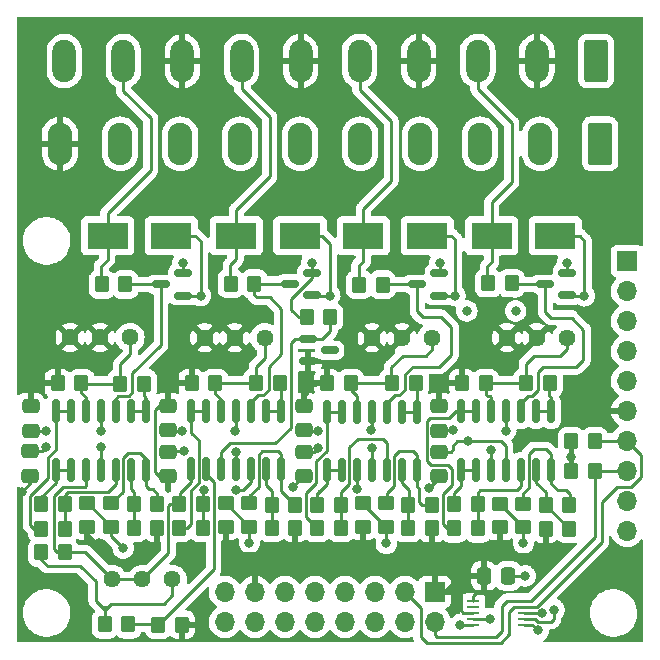
<source format=gbr>
%TF.GenerationSoftware,KiCad,Pcbnew,6.0.8+dfsg-1~bpo11+1*%
%TF.CreationDate,2022-10-31T17:33:22+01:00*%
%TF.ProjectId,rib4inAd_00,72696234-696e-4416-945f-30302e6b6963,rev?*%
%TF.SameCoordinates,Original*%
%TF.FileFunction,Copper,L1,Top*%
%TF.FilePolarity,Positive*%
%FSLAX46Y46*%
G04 Gerber Fmt 4.6, Leading zero omitted, Abs format (unit mm)*
G04 Created by KiCad (PCBNEW 6.0.8+dfsg-1~bpo11+1) date 2022-10-31 17:33:22*
%MOMM*%
%LPD*%
G01*
G04 APERTURE LIST*
G04 Aperture macros list*
%AMRoundRect*
0 Rectangle with rounded corners*
0 $1 Rounding radius*
0 $2 $3 $4 $5 $6 $7 $8 $9 X,Y pos of 4 corners*
0 Add a 4 corners polygon primitive as box body*
4,1,4,$2,$3,$4,$5,$6,$7,$8,$9,$2,$3,0*
0 Add four circle primitives for the rounded corners*
1,1,$1+$1,$2,$3*
1,1,$1+$1,$4,$5*
1,1,$1+$1,$6,$7*
1,1,$1+$1,$8,$9*
0 Add four rect primitives between the rounded corners*
20,1,$1+$1,$2,$3,$4,$5,0*
20,1,$1+$1,$4,$5,$6,$7,0*
20,1,$1+$1,$6,$7,$8,$9,0*
20,1,$1+$1,$8,$9,$2,$3,0*%
G04 Aperture macros list end*
%TA.AperFunction,SMDPad,CuDef*%
%ADD10RoundRect,0.250000X-0.350000X-0.450000X0.350000X-0.450000X0.350000X0.450000X-0.350000X0.450000X0*%
%TD*%
%TA.AperFunction,SMDPad,CuDef*%
%ADD11RoundRect,0.150000X0.587500X0.150000X-0.587500X0.150000X-0.587500X-0.150000X0.587500X-0.150000X0*%
%TD*%
%TA.AperFunction,SMDPad,CuDef*%
%ADD12RoundRect,0.250000X0.475000X-0.337500X0.475000X0.337500X-0.475000X0.337500X-0.475000X-0.337500X0*%
%TD*%
%TA.AperFunction,ComponentPad*%
%ADD13C,1.440000*%
%TD*%
%TA.AperFunction,SMDPad,CuDef*%
%ADD14RoundRect,0.250000X0.350000X0.450000X-0.350000X0.450000X-0.350000X-0.450000X0.350000X-0.450000X0*%
%TD*%
%TA.AperFunction,SMDPad,CuDef*%
%ADD15RoundRect,0.250000X-0.450000X0.350000X-0.450000X-0.350000X0.450000X-0.350000X0.450000X0.350000X0*%
%TD*%
%TA.AperFunction,ComponentPad*%
%ADD16R,1.700000X1.700000*%
%TD*%
%TA.AperFunction,ComponentPad*%
%ADD17O,1.700000X1.700000*%
%TD*%
%TA.AperFunction,SMDPad,CuDef*%
%ADD18R,3.500000X2.300000*%
%TD*%
%TA.AperFunction,SMDPad,CuDef*%
%ADD19RoundRect,0.150000X-0.150000X0.825000X-0.150000X-0.825000X0.150000X-0.825000X0.150000X0.825000X0*%
%TD*%
%TA.AperFunction,ComponentPad*%
%ADD20RoundRect,0.250000X0.750000X1.550000X-0.750000X1.550000X-0.750000X-1.550000X0.750000X-1.550000X0*%
%TD*%
%TA.AperFunction,ComponentPad*%
%ADD21O,2.000000X3.600000*%
%TD*%
%TA.AperFunction,ComponentPad*%
%ADD22RoundRect,0.249999X0.790001X1.550001X-0.790001X1.550001X-0.790001X-1.550001X0.790001X-1.550001X0*%
%TD*%
%TA.AperFunction,ComponentPad*%
%ADD23O,2.080000X3.600000*%
%TD*%
%TA.AperFunction,SMDPad,CuDef*%
%ADD24RoundRect,0.150000X-0.587500X-0.150000X0.587500X-0.150000X0.587500X0.150000X-0.587500X0.150000X0*%
%TD*%
%TA.AperFunction,SMDPad,CuDef*%
%ADD25R,1.100000X0.250000*%
%TD*%
%TA.AperFunction,SMDPad,CuDef*%
%ADD26RoundRect,0.250000X-0.337500X-0.475000X0.337500X-0.475000X0.337500X0.475000X-0.337500X0.475000X0*%
%TD*%
%TA.AperFunction,ViaPad*%
%ADD27C,0.800000*%
%TD*%
%TA.AperFunction,Conductor*%
%ADD28C,0.250000*%
%TD*%
%TA.AperFunction,Conductor*%
%ADD29C,0.400000*%
%TD*%
%TA.AperFunction,Conductor*%
%ADD30C,0.800000*%
%TD*%
G04 APERTURE END LIST*
D10*
%TO.P,R22,1*%
%TO.N,Net-(R16-Pad2)*%
X138380000Y-107820000D03*
%TO.P,R22,2*%
%TO.N,Net-(R22-Pad2)*%
X140380000Y-107820000D03*
%TD*%
%TO.P,R17,1*%
%TO.N,Net-(R17-Pad1)*%
X130550000Y-109870000D03*
%TO.P,R17,2*%
%TO.N,Net-(R17-Pad2)*%
X132550000Y-109870000D03*
%TD*%
D11*
%TO.P,D4,1*%
%TO.N,-12V*%
X153467500Y-90090000D03*
%TO.P,D4,2*%
%TO.N,+12V*%
X153467500Y-88190000D03*
%TO.P,D4,3*%
%TO.N,/A2I*%
X151592500Y-89140000D03*
%TD*%
D12*
%TO.P,C6,1*%
%TO.N,GNDD*%
X152770000Y-105435000D03*
%TO.P,C6,2*%
%TO.N,-12V*%
X152770000Y-103360000D03*
%TD*%
D10*
%TO.P,R1,1*%
%TO.N,/A1*%
X135670000Y-89190000D03*
%TO.P,R1,2*%
%TO.N,/A1I*%
X137670000Y-89190000D03*
%TD*%
D13*
%TO.P,RV5,1,1*%
%TO.N,GNDD*%
X158560000Y-93710000D03*
%TO.P,RV5,2,2*%
X161100000Y-93710000D03*
%TO.P,RV5,3,3*%
%TO.N,Net-(R29-Pad1)*%
X163640000Y-93710000D03*
%TD*%
D10*
%TO.P,R44,1*%
%TO.N,Net-(R44-Pad1)*%
X165510000Y-109840000D03*
%TO.P,R44,2*%
%TO.N,Net-(R44-Pad2)*%
X167510000Y-109840000D03*
%TD*%
D12*
%TO.P,C4,1*%
%TO.N,GNDD*%
X141300000Y-105430000D03*
%TO.P,C4,2*%
%TO.N,-12V*%
X141300000Y-103355000D03*
%TD*%
D10*
%TO.P,R6,1*%
%TO.N,/A2*%
X146580000Y-89120000D03*
%TO.P,R6,2*%
%TO.N,/A2I*%
X148580000Y-89120000D03*
%TD*%
D11*
%TO.P,D2,1*%
%TO.N,-12V*%
X142557500Y-90140000D03*
%TO.P,D2,2*%
%TO.N,+12V*%
X142557500Y-88240000D03*
%TO.P,D2,3*%
%TO.N,/A1I*%
X140682500Y-89190000D03*
%TD*%
D14*
%TO.P,R16,1*%
%TO.N,GNDD*%
X140380000Y-109810000D03*
%TO.P,R16,2*%
%TO.N,Net-(R16-Pad2)*%
X138380000Y-109810000D03*
%TD*%
D10*
%TO.P,R10,1*%
%TO.N,+12V*%
X153010000Y-91950000D03*
%TO.P,R10,2*%
%TO.N,Net-(R10-Pad2)*%
X155010000Y-91950000D03*
%TD*%
D14*
%TO.P,R5,1*%
%TO.N,Net-(R3-Pad1)*%
X145280000Y-97540000D03*
%TO.P,R5,2*%
%TO.N,GNDD*%
X143280000Y-97540000D03*
%TD*%
D10*
%TO.P,R29,1*%
%TO.N,Net-(R29-Pad1)*%
X160250000Y-97550000D03*
%TO.P,R29,2*%
%TO.N,Net-(R29-Pad2)*%
X162250000Y-97550000D03*
%TD*%
D13*
%TO.P,RV1,1,1*%
%TO.N,GNDD*%
X132990000Y-93680000D03*
%TO.P,RV1,2,2*%
X135530000Y-93680000D03*
%TO.P,RV1,3,3*%
%TO.N,Net-(R2-Pad1)*%
X138070000Y-93680000D03*
%TD*%
%TO.P,RV2,1,1*%
%TO.N,GNDD*%
X144380000Y-93710000D03*
%TO.P,RV2,2,2*%
X146920000Y-93710000D03*
%TO.P,RV2,3,3*%
%TO.N,Net-(R3-Pad1)*%
X149460000Y-93710000D03*
%TD*%
D14*
%TO.P,R12,1*%
%TO.N,Net-(R12-Pad1)*%
X137920000Y-117960000D03*
%TO.P,R12,2*%
%TO.N,Net-(R12-Pad2)*%
X135920000Y-117960000D03*
%TD*%
D15*
%TO.P,R49,1*%
%TO.N,Net-(R47-Pad2)*%
X159750000Y-107730000D03*
%TO.P,R49,2*%
%TO.N,/A3O*%
X159750000Y-109730000D03*
%TD*%
D16*
%TO.P,J1,1,Pin_1*%
%TO.N,/A4O*%
X180125000Y-87200000D03*
D17*
%TO.P,J1,2,Pin_2*%
%TO.N,/A3O*%
X180125000Y-89740000D03*
%TO.P,J1,3,Pin_3*%
%TO.N,/A2O*%
X180125000Y-92280000D03*
%TO.P,J1,4,Pin_4*%
%TO.N,/A1O*%
X180125000Y-94820000D03*
%TO.P,J1,5,Pin_5*%
%TO.N,unconnected-(J1-Pad5)*%
X180125000Y-97360000D03*
%TO.P,J1,6,Pin_6*%
%TO.N,GNDD*%
X180125000Y-99900000D03*
%TO.P,J1,7,Pin_7*%
%TO.N,/SDA*%
X180125000Y-102440000D03*
%TO.P,J1,8,Pin_8*%
%TO.N,/SCL*%
X180125000Y-104980000D03*
%TO.P,J1,9,Pin_9*%
%TO.N,GNDD*%
X180125000Y-107520000D03*
%TO.P,J1,10,Pin_10*%
%TO.N,+5V*%
X180125000Y-110060000D03*
%TD*%
D10*
%TO.P,R19,1*%
%TO.N,Net-(R19-Pad1)*%
X142230000Y-109810000D03*
%TO.P,R19,2*%
%TO.N,Net-(R19-Pad2)*%
X144230000Y-109810000D03*
%TD*%
D12*
%TO.P,C3,1*%
%TO.N,+12V*%
X141280000Y-101545000D03*
%TO.P,C3,2*%
%TO.N,GNDD*%
X141280000Y-99470000D03*
%TD*%
D10*
%TO.P,R24,1*%
%TO.N,/A4*%
X168360000Y-89080000D03*
%TO.P,R24,2*%
%TO.N,/A4I*%
X170360000Y-89080000D03*
%TD*%
D14*
%TO.P,R46,1*%
%TO.N,Net-(R44-Pad2)*%
X167500000Y-107820000D03*
%TO.P,R46,2*%
%TO.N,Net-(U6-Pad9)*%
X165500000Y-107820000D03*
%TD*%
%TO.P,R31,1*%
%TO.N,Net-(R29-Pad1)*%
X156760000Y-97550000D03*
%TO.P,R31,2*%
%TO.N,GNDD*%
X154760000Y-97550000D03*
%TD*%
D18*
%TO.P,D7,1,A1*%
%TO.N,-12V*%
X174080000Y-85080000D03*
%TO.P,D7,2,A2*%
%TO.N,/A4*%
X168680000Y-85080000D03*
%TD*%
D12*
%TO.P,C7,1*%
%TO.N,+12V*%
X164230000Y-101565000D03*
%TO.P,C7,2*%
%TO.N,GNDD*%
X164230000Y-99490000D03*
%TD*%
D14*
%TO.P,R45,1*%
%TO.N,Net-(R42-Pad2)*%
X155900000Y-107830000D03*
%TO.P,R45,2*%
%TO.N,Net-(R45-Pad2)*%
X153900000Y-107830000D03*
%TD*%
D15*
%TO.P,R50,1*%
%TO.N,/A3O*%
X157780000Y-107730000D03*
%TO.P,R50,2*%
%TO.N,GNDD*%
X157780000Y-109730000D03*
%TD*%
D16*
%TO.P,J2,1,Pin_1*%
%TO.N,GNDD*%
X163865000Y-115225000D03*
D17*
%TO.P,J2,2,Pin_2*%
%TO.N,/SCL*%
X163865000Y-117765000D03*
%TO.P,J2,3,Pin_3*%
%TO.N,/SDA*%
X161325000Y-115225000D03*
%TO.P,J2,4,Pin_4*%
%TO.N,unconnected-(J2-Pad4)*%
X161325000Y-117765000D03*
%TO.P,J2,5,Pin_5*%
%TO.N,unconnected-(J2-Pad5)*%
X158785000Y-115225000D03*
%TO.P,J2,6,Pin_6*%
%TO.N,unconnected-(J2-Pad6)*%
X158785000Y-117765000D03*
%TO.P,J2,7,Pin_7*%
%TO.N,unconnected-(J2-Pad7)*%
X156245000Y-115225000D03*
%TO.P,J2,8,Pin_8*%
%TO.N,unconnected-(J2-Pad8)*%
X156245000Y-117765000D03*
%TO.P,J2,9,Pin_9*%
%TO.N,unconnected-(J2-Pad9)*%
X153705000Y-115225000D03*
%TO.P,J2,10,Pin_10*%
%TO.N,+5V*%
X153705000Y-117765000D03*
%TO.P,J2,11,Pin_11*%
%TO.N,-12V*%
X151165000Y-115225000D03*
%TO.P,J2,12,Pin_12*%
%TO.N,+12V*%
X151165000Y-117765000D03*
%TO.P,J2,13,Pin_13*%
%TO.N,GNDD*%
X148625000Y-115225000D03*
%TO.P,J2,14,Pin_14*%
%TO.N,Earth*%
X148625000Y-117765000D03*
%TO.P,J2,15,Pin_15*%
%TO.N,+VSW*%
X146085000Y-115225000D03*
%TO.P,J2,16,Pin_16*%
X146085000Y-117765000D03*
%TD*%
D13*
%TO.P,RV6,1,1*%
%TO.N,GNDD*%
X169960000Y-93700000D03*
%TO.P,RV6,2,2*%
X172500000Y-93700000D03*
%TO.P,RV6,3,3*%
%TO.N,Net-(R30-Pad1)*%
X175040000Y-93700000D03*
%TD*%
D10*
%TO.P,R42,1*%
%TO.N,Net-(R42-Pad1)*%
X153920000Y-109810000D03*
%TO.P,R42,2*%
%TO.N,Net-(R42-Pad2)*%
X155920000Y-109810000D03*
%TD*%
D14*
%TO.P,R9,1*%
%TO.N,GNDD*%
X142470000Y-118000000D03*
%TO.P,R9,2*%
%TO.N,Net-(R12-Pad1)*%
X140470000Y-118000000D03*
%TD*%
D12*
%TO.P,C1,1*%
%TO.N,+12V*%
X129640000Y-101570000D03*
%TO.P,C1,2*%
%TO.N,GNDD*%
X129640000Y-99495000D03*
%TD*%
D13*
%TO.P,RV4,1,1*%
%TO.N,/VREF*%
X136560000Y-114150000D03*
%TO.P,RV4,2,2*%
X139100000Y-114150000D03*
%TO.P,RV4,3,3*%
%TO.N,Net-(R12-Pad2)*%
X141640000Y-114150000D03*
%TD*%
D10*
%TO.P,R30,1*%
%TO.N,Net-(R30-Pad1)*%
X171600000Y-97540000D03*
%TO.P,R30,2*%
%TO.N,Net-(R30-Pad2)*%
X173600000Y-97540000D03*
%TD*%
D14*
%TO.P,R20,1*%
%TO.N,Net-(R17-Pad2)*%
X132540000Y-107810000D03*
%TO.P,R20,2*%
%TO.N,Net-(R20-Pad2)*%
X130540000Y-107810000D03*
%TD*%
D10*
%TO.P,R43,1*%
%TO.N,GNDD*%
X173240000Y-109860000D03*
%TO.P,R43,2*%
%TO.N,Net-(R43-Pad2)*%
X175240000Y-109860000D03*
%TD*%
D19*
%TO.P,U1,1*%
%TO.N,Net-(R2-Pad2)*%
X139380000Y-99935000D03*
%TO.P,U1,2,-*%
X138110000Y-99935000D03*
%TO.P,U1,3,+*%
%TO.N,/A1I*%
X136840000Y-99935000D03*
%TO.P,U1,4,V+*%
%TO.N,+12V*%
X135570000Y-99935000D03*
%TO.P,U1,5,+*%
%TO.N,Net-(R2-Pad1)*%
X134300000Y-99935000D03*
%TO.P,U1,6,-*%
%TO.N,Net-(R17-Pad1)*%
X133030000Y-99935000D03*
%TO.P,U1,7*%
X131760000Y-99935000D03*
%TO.P,U1,8*%
%TO.N,Net-(R20-Pad2)*%
X131760000Y-104885000D03*
%TO.P,U1,9,-*%
X133030000Y-104885000D03*
%TO.P,U1,10,+*%
%TO.N,/VREF*%
X134300000Y-104885000D03*
%TO.P,U1,11,V-*%
%TO.N,-12V*%
X135570000Y-104885000D03*
%TO.P,U1,12,+*%
%TO.N,Net-(R17-Pad2)*%
X136840000Y-104885000D03*
%TO.P,U1,13,-*%
%TO.N,Net-(R16-Pad2)*%
X138110000Y-104885000D03*
%TO.P,U1,14*%
%TO.N,Net-(R22-Pad2)*%
X139380000Y-104885000D03*
%TD*%
D20*
%TO.P,J3,1,Pin_1*%
%TO.N,Earth*%
X177500000Y-70277500D03*
D21*
%TO.P,J3,2,Pin_2*%
%TO.N,GNDD*%
X172500000Y-70277500D03*
%TO.P,J3,3,Pin_3*%
%TO.N,/A4*%
X167500000Y-70277500D03*
%TO.P,J3,4,Pin_4*%
%TO.N,GNDD*%
X162500000Y-70277500D03*
%TO.P,J3,5,Pin_5*%
%TO.N,/A3*%
X157500000Y-70277500D03*
%TO.P,J3,6,Pin_6*%
%TO.N,GNDD*%
X152500000Y-70277500D03*
%TO.P,J3,7,Pin_7*%
%TO.N,/A2*%
X147500000Y-70277500D03*
%TO.P,J3,8,Pin_8*%
%TO.N,GNDD*%
X142500000Y-70277500D03*
%TO.P,J3,9,Pin_9*%
%TO.N,/A1*%
X137500000Y-70277500D03*
%TO.P,J3,10,Pin_10*%
%TO.N,+VSW*%
X132500000Y-70277500D03*
%TD*%
D14*
%TO.P,R14,1*%
%TO.N,/VREF*%
X132560000Y-111880000D03*
%TO.P,R14,2*%
%TO.N,Net-(R12-Pad2)*%
X130560000Y-111880000D03*
%TD*%
D18*
%TO.P,D1,1,A1*%
%TO.N,-12V*%
X141570000Y-85060000D03*
%TO.P,D1,2,A2*%
%TO.N,/A1*%
X136170000Y-85060000D03*
%TD*%
D12*
%TO.P,C8,1*%
%TO.N,GNDD*%
X164250000Y-105430000D03*
%TO.P,C8,2*%
%TO.N,-12V*%
X164250000Y-103355000D03*
%TD*%
D19*
%TO.P,U6,1*%
%TO.N,Net-(R30-Pad2)*%
X173720000Y-99925000D03*
%TO.P,U6,2,-*%
X172450000Y-99925000D03*
%TO.P,U6,3,+*%
%TO.N,/A4I*%
X171180000Y-99925000D03*
%TO.P,U6,4,V+*%
%TO.N,+12V*%
X169910000Y-99925000D03*
%TO.P,U6,5,+*%
%TO.N,Net-(R30-Pad1)*%
X168640000Y-99925000D03*
%TO.P,U6,6,-*%
%TO.N,Net-(R44-Pad1)*%
X167370000Y-99925000D03*
%TO.P,U6,7*%
X166100000Y-99925000D03*
%TO.P,U6,8*%
%TO.N,Net-(U6-Pad9)*%
X166100000Y-104875000D03*
%TO.P,U6,9,-*%
X167370000Y-104875000D03*
%TO.P,U6,10,+*%
%TO.N,/VREF*%
X168640000Y-104875000D03*
%TO.P,U6,11,V-*%
%TO.N,-12V*%
X169910000Y-104875000D03*
%TO.P,U6,12,+*%
%TO.N,Net-(R44-Pad2)*%
X171180000Y-104875000D03*
%TO.P,U6,13,-*%
%TO.N,Net-(R43-Pad2)*%
X172450000Y-104875000D03*
%TO.P,U6,14*%
%TO.N,Net-(R48-Pad2)*%
X173720000Y-104875000D03*
%TD*%
D10*
%TO.P,R48,1*%
%TO.N,Net-(R43-Pad2)*%
X173260000Y-107880000D03*
%TO.P,R48,2*%
%TO.N,Net-(R48-Pad2)*%
X175260000Y-107880000D03*
%TD*%
%TO.P,R3,1*%
%TO.N,Net-(R3-Pad1)*%
X148740000Y-97560000D03*
%TO.P,R3,2*%
%TO.N,Net-(R3-Pad2)*%
X150740000Y-97560000D03*
%TD*%
D14*
%TO.P,R32,1*%
%TO.N,Net-(R30-Pad1)*%
X168170000Y-97550000D03*
%TO.P,R32,2*%
%TO.N,GNDD*%
X166170000Y-97550000D03*
%TD*%
D18*
%TO.P,D5,1,A1*%
%TO.N,-12V*%
X163220000Y-85070000D03*
%TO.P,D5,2,A2*%
%TO.N,/A3*%
X157820000Y-85070000D03*
%TD*%
D15*
%TO.P,R51,1*%
%TO.N,Net-(R48-Pad2)*%
X171370000Y-107760000D03*
%TO.P,R51,2*%
%TO.N,/A4O*%
X171370000Y-109760000D03*
%TD*%
D19*
%TO.P,U2,1*%
%TO.N,Net-(R3-Pad2)*%
X150840000Y-99895000D03*
%TO.P,U2,2,-*%
X149570000Y-99895000D03*
%TO.P,U2,3,+*%
%TO.N,/A2I*%
X148300000Y-99895000D03*
%TO.P,U2,4,V+*%
%TO.N,+12V*%
X147030000Y-99895000D03*
%TO.P,U2,5,+*%
%TO.N,Net-(R3-Pad1)*%
X145760000Y-99895000D03*
%TO.P,U2,6,-*%
%TO.N,Net-(R19-Pad1)*%
X144490000Y-99895000D03*
%TO.P,U2,7*%
X143220000Y-99895000D03*
%TO.P,U2,8*%
%TO.N,/VREF*%
X143220000Y-104845000D03*
%TO.P,U2,9,-*%
%TO.N,Net-(R12-Pad1)*%
X144490000Y-104845000D03*
%TO.P,U2,10,+*%
%TO.N,Net-(R10-Pad2)*%
X145760000Y-104845000D03*
%TO.P,U2,11,V-*%
%TO.N,-12V*%
X147030000Y-104845000D03*
%TO.P,U2,12,+*%
%TO.N,Net-(R19-Pad2)*%
X148300000Y-104845000D03*
%TO.P,U2,13,-*%
%TO.N,Net-(R18-Pad2)*%
X149570000Y-104845000D03*
%TO.P,U2,14*%
%TO.N,Net-(R23-Pad2)*%
X150840000Y-104845000D03*
%TD*%
D15*
%TO.P,R27,1*%
%TO.N,Net-(R23-Pad2)*%
X148170000Y-107720000D03*
%TO.P,R27,2*%
%TO.N,/A2O*%
X148170000Y-109720000D03*
%TD*%
D14*
%TO.P,R4,1*%
%TO.N,Net-(R2-Pad1)*%
X133940000Y-97560000D03*
%TO.P,R4,2*%
%TO.N,GNDD*%
X131940000Y-97560000D03*
%TD*%
D22*
%TO.P,J4,1,Pin_1*%
%TO.N,+VSW*%
X177860000Y-77277500D03*
D23*
%TO.P,J4,2,Pin_2*%
%TO.N,Earth*%
X172780000Y-77277500D03*
%TO.P,J4,3,Pin_3*%
%TO.N,+VSW*%
X167700000Y-77277500D03*
%TO.P,J4,4,Pin_4*%
%TO.N,Earth*%
X162620000Y-77277500D03*
%TO.P,J4,5,Pin_5*%
%TO.N,+VSW*%
X157540000Y-77277500D03*
%TO.P,J4,6,Pin_6*%
%TO.N,Earth*%
X152460000Y-77277500D03*
%TO.P,J4,7,Pin_7*%
%TO.N,+VSW*%
X147380000Y-77277500D03*
%TO.P,J4,8,Pin_8*%
%TO.N,Earth*%
X142300000Y-77277500D03*
%TO.P,J4,9,Pin_9*%
%TO.N,+VSW*%
X137220000Y-77277500D03*
%TO.P,J4,10,Pin_10*%
%TO.N,GNDD*%
X132140000Y-77277500D03*
%TD*%
D14*
%TO.P,R41,1*%
%TO.N,GNDD*%
X163630000Y-109820000D03*
%TO.P,R41,2*%
%TO.N,Net-(R41-Pad2)*%
X161630000Y-109820000D03*
%TD*%
%TO.P,R18,1*%
%TO.N,GNDD*%
X152060000Y-109800000D03*
%TO.P,R18,2*%
%TO.N,Net-(R18-Pad2)*%
X150060000Y-109800000D03*
%TD*%
D10*
%TO.P,R2,1*%
%TO.N,Net-(R2-Pad1)*%
X137240000Y-97580000D03*
%TO.P,R2,2*%
%TO.N,Net-(R2-Pad2)*%
X139240000Y-97580000D03*
%TD*%
D15*
%TO.P,R28,1*%
%TO.N,/A2O*%
X146180000Y-107720000D03*
%TO.P,R28,2*%
%TO.N,GNDD*%
X146180000Y-109720000D03*
%TD*%
D24*
%TO.P,U4,1,K*%
%TO.N,Net-(R10-Pad2)*%
X153092500Y-93810000D03*
%TO.P,U4,2,A*%
%TO.N,GNDD*%
X153092500Y-95710000D03*
%TO.P,U4,3*%
%TO.N,N/C*%
X154967500Y-94760000D03*
%TD*%
D11*
%TO.P,D6,1*%
%TO.N,-12V*%
X164255000Y-90130000D03*
%TO.P,D6,2*%
%TO.N,+12V*%
X164255000Y-88230000D03*
%TO.P,D6,3*%
%TO.N,/A3I*%
X162380000Y-89180000D03*
%TD*%
D15*
%TO.P,R25,1*%
%TO.N,Net-(R22-Pad2)*%
X136470000Y-107720000D03*
%TO.P,R25,2*%
%TO.N,/A1O*%
X136470000Y-109720000D03*
%TD*%
D14*
%TO.P,R21,1*%
%TO.N,Net-(R19-Pad2)*%
X144230000Y-107810000D03*
%TO.P,R21,2*%
%TO.N,/VREF*%
X142230000Y-107810000D03*
%TD*%
D10*
%TO.P,R47,1*%
%TO.N,Net-(R41-Pad2)*%
X161630000Y-107840000D03*
%TO.P,R47,2*%
%TO.N,Net-(R47-Pad2)*%
X163630000Y-107840000D03*
%TD*%
D25*
%TO.P,U9,1,ADDR*%
%TO.N,GNDD*%
X167090000Y-115990000D03*
%TO.P,U9,2,ALERT/RDY*%
%TO.N,unconnected-(U9-Pad2)*%
X167090000Y-116490000D03*
%TO.P,U9,3,GND*%
%TO.N,GNDD*%
X167090000Y-116990000D03*
%TO.P,U9,4,AIN0*%
%TO.N,/A1O*%
X167090000Y-117490000D03*
%TO.P,U9,5,AIN1*%
%TO.N,/A2O*%
X167090000Y-117990000D03*
%TO.P,U9,6,AIN2*%
%TO.N,/A3O*%
X171390000Y-117990000D03*
%TO.P,U9,7,AIN3*%
%TO.N,/A4O*%
X171390000Y-117490000D03*
%TO.P,U9,8,VDD*%
%TO.N,+5V*%
X171390000Y-116990000D03*
%TO.P,U9,9,SDA*%
%TO.N,/SDA*%
X171390000Y-116490000D03*
%TO.P,U9,10,SCL*%
%TO.N,/SCL*%
X171390000Y-115990000D03*
%TD*%
D18*
%TO.P,D3,1,A1*%
%TO.N,-12V*%
X152460000Y-85060000D03*
%TO.P,D3,2,A2*%
%TO.N,/A2*%
X147060000Y-85060000D03*
%TD*%
D11*
%TO.P,D8,1*%
%TO.N,-12V*%
X175085000Y-90120000D03*
%TO.P,D8,2*%
%TO.N,+12V*%
X175085000Y-88220000D03*
%TO.P,D8,3*%
%TO.N,/A4I*%
X173210000Y-89170000D03*
%TD*%
D26*
%TO.P,C9,1*%
%TO.N,GNDD*%
X168005000Y-113870000D03*
%TO.P,C9,2*%
%TO.N,+5V*%
X170080000Y-113870000D03*
%TD*%
D15*
%TO.P,R52,1*%
%TO.N,/A4O*%
X169370000Y-107750000D03*
%TO.P,R52,2*%
%TO.N,GNDD*%
X169370000Y-109750000D03*
%TD*%
D19*
%TO.P,U5,1*%
%TO.N,Net-(R29-Pad2)*%
X162330000Y-99975000D03*
%TO.P,U5,2,-*%
X161060000Y-99975000D03*
%TO.P,U5,3,+*%
%TO.N,/A3I*%
X159790000Y-99975000D03*
%TO.P,U5,4,V+*%
%TO.N,+12V*%
X158520000Y-99975000D03*
%TO.P,U5,5,+*%
%TO.N,Net-(R29-Pad1)*%
X157250000Y-99975000D03*
%TO.P,U5,6,-*%
%TO.N,Net-(R42-Pad1)*%
X155980000Y-99975000D03*
%TO.P,U5,7*%
X154710000Y-99975000D03*
%TO.P,U5,8*%
%TO.N,Net-(R45-Pad2)*%
X154710000Y-104925000D03*
%TO.P,U5,9,-*%
X155980000Y-104925000D03*
%TO.P,U5,10,+*%
%TO.N,/VREF*%
X157250000Y-104925000D03*
%TO.P,U5,11,V-*%
%TO.N,-12V*%
X158520000Y-104925000D03*
%TO.P,U5,12,+*%
%TO.N,Net-(R42-Pad2)*%
X159790000Y-104925000D03*
%TO.P,U5,13,-*%
%TO.N,Net-(R41-Pad2)*%
X161060000Y-104925000D03*
%TO.P,U5,14*%
%TO.N,Net-(R47-Pad2)*%
X162330000Y-104925000D03*
%TD*%
D10*
%TO.P,R23,1*%
%TO.N,Net-(R18-Pad2)*%
X150050000Y-107830000D03*
%TO.P,R23,2*%
%TO.N,Net-(R23-Pad2)*%
X152050000Y-107830000D03*
%TD*%
D12*
%TO.P,C5,1*%
%TO.N,+12V*%
X152780000Y-101550000D03*
%TO.P,C5,2*%
%TO.N,GNDD*%
X152780000Y-99475000D03*
%TD*%
D15*
%TO.P,R26,1*%
%TO.N,/A1O*%
X134460000Y-107720000D03*
%TO.P,R26,2*%
%TO.N,GNDD*%
X134460000Y-109720000D03*
%TD*%
D10*
%TO.P,R15,1*%
%TO.N,/A3*%
X157440000Y-89200000D03*
%TO.P,R15,2*%
%TO.N,/A3I*%
X159440000Y-89200000D03*
%TD*%
D12*
%TO.P,C2,1*%
%TO.N,GNDD*%
X129630000Y-105395000D03*
%TO.P,C2,2*%
%TO.N,-12V*%
X129630000Y-103320000D03*
%TD*%
D14*
%TO.P,R54,1*%
%TO.N,/SDA*%
X177410000Y-102470000D03*
%TO.P,R54,2*%
%TO.N,+5V*%
X175410000Y-102470000D03*
%TD*%
%TO.P,R53,1*%
%TO.N,/SCL*%
X177410000Y-104960000D03*
%TO.P,R53,2*%
%TO.N,+5V*%
X175410000Y-104960000D03*
%TD*%
D27*
%TO.N,+12V*%
X142550000Y-87380000D03*
X135580000Y-101610000D03*
X165430000Y-101540000D03*
X175080000Y-87390000D03*
X146960000Y-101590000D03*
X158430000Y-101540000D03*
X153430000Y-87380000D03*
X153985500Y-101580000D03*
X142495500Y-101598469D03*
X130970000Y-101590000D03*
X164270000Y-87390000D03*
X169870000Y-101560000D03*
%TO.N,GNDD*%
X178570000Y-112740000D03*
X164570000Y-97630000D03*
X143450000Y-112110000D03*
X128880000Y-106780000D03*
X130030000Y-97680000D03*
X153130000Y-97740000D03*
X149870000Y-111930000D03*
X169440000Y-111360000D03*
X163560000Y-111370000D03*
X166050000Y-114410000D03*
X151820000Y-106320000D03*
X135640000Y-111490000D03*
X157780000Y-111260000D03*
X141620000Y-97760000D03*
X163400000Y-106420000D03*
%TO.N,-12V*%
X158510000Y-103000000D03*
X130957701Y-102957701D03*
X176520000Y-90150000D03*
X135570000Y-102950000D03*
X147020000Y-103374500D03*
X142620000Y-103300000D03*
X166700000Y-102460000D03*
X154970000Y-90130000D03*
X153959575Y-103004075D03*
X165570000Y-90130000D03*
X144030000Y-90130000D03*
%TO.N,+5V*%
X175410000Y-103760000D03*
X172980000Y-117020000D03*
X171520000Y-113860000D03*
%TO.N,/A4O*%
X173950500Y-116714500D03*
X171370000Y-111090000D03*
%TO.N,/A3O*%
X172627575Y-118485500D03*
X159760000Y-111110000D03*
X170710000Y-91430000D03*
X166580000Y-91430000D03*
%TO.N,/A2O*%
X166030000Y-118000000D03*
X148170000Y-111050000D03*
%TO.N,/A1O*%
X137480000Y-111510000D03*
X168520000Y-117490000D03*
%TO.N,/VREF*%
X157240000Y-106490000D03*
X168620000Y-103240000D03*
%TO.N,Net-(R19-Pad2)*%
X147060000Y-106600000D03*
X144340000Y-106560000D03*
%TD*%
D28*
%TO.N,+12V*%
X175080000Y-87390000D02*
X175080000Y-88215000D01*
X129640000Y-101570000D02*
X130950000Y-101570000D01*
X169870000Y-99965000D02*
X169910000Y-99925000D01*
X165430000Y-101540000D02*
X164255000Y-101540000D01*
X153467500Y-88674251D02*
X153467500Y-88190000D01*
X147030000Y-101520000D02*
X146960000Y-101590000D01*
X152810000Y-101580000D02*
X152780000Y-101550000D01*
X135580000Y-101610000D02*
X135580000Y-99945000D01*
X164255000Y-101540000D02*
X164230000Y-101565000D01*
X141333469Y-101598469D02*
X141280000Y-101545000D01*
X147030000Y-99895000D02*
X147030000Y-101520000D01*
X153430000Y-88152500D02*
X153467500Y-88190000D01*
X153010000Y-91950000D02*
X152360000Y-91950000D01*
X152360000Y-91950000D02*
X151730000Y-91320000D01*
X158520000Y-99975000D02*
X158520000Y-101450000D01*
X153985500Y-101580000D02*
X152810000Y-101580000D01*
X151730000Y-90411751D02*
X153467500Y-88674251D01*
X135580000Y-99945000D02*
X135570000Y-99935000D01*
X142495500Y-101598469D02*
X141333469Y-101598469D01*
X142557500Y-87387500D02*
X142550000Y-87380000D01*
X164270000Y-88215000D02*
X164255000Y-88230000D01*
X158520000Y-101450000D02*
X158430000Y-101540000D01*
X151730000Y-91320000D02*
X151730000Y-90411751D01*
X175080000Y-88215000D02*
X175085000Y-88220000D01*
X164270000Y-87390000D02*
X164270000Y-88215000D01*
X153430000Y-87380000D02*
X153430000Y-88152500D01*
X169870000Y-101560000D02*
X169870000Y-99965000D01*
X142557500Y-88240000D02*
X142557500Y-87387500D01*
X130950000Y-101570000D02*
X130970000Y-101590000D01*
%TO.N,GNDD*%
X168005000Y-115165000D02*
X167820000Y-115350000D01*
X166050000Y-116770000D02*
X166050000Y-114410000D01*
D29*
X163865000Y-115225000D02*
X164755000Y-115225000D01*
D28*
X151170000Y-111930000D02*
X149870000Y-111930000D01*
X153092500Y-95710000D02*
X153092500Y-96652500D01*
X134460000Y-110310000D02*
X135640000Y-111490000D01*
X140140000Y-105040000D02*
X140140000Y-99850000D01*
X167350000Y-115350000D02*
X167090000Y-115610000D01*
X153130000Y-97740000D02*
X153760000Y-97740000D01*
X146180000Y-109720000D02*
X146180000Y-111650000D01*
X167090000Y-116990000D02*
X166270000Y-116990000D01*
X152060000Y-109800000D02*
X152060000Y-111040000D01*
X158840000Y-112320000D02*
X161180000Y-112320000D01*
X136270000Y-112530000D02*
X139280000Y-112530000D01*
X134460000Y-109720000D02*
X134460000Y-110310000D01*
X169370000Y-109750000D02*
X169370000Y-111290000D01*
D29*
X164755000Y-115225000D02*
X165570000Y-114410000D01*
X141840000Y-97540000D02*
X141620000Y-97760000D01*
D28*
X153130000Y-97740000D02*
X153130000Y-96690000D01*
D29*
X129640000Y-99495000D02*
X129640000Y-98070000D01*
D28*
X157780000Y-109730000D02*
X157780000Y-111260000D01*
X168005000Y-113870000D02*
X166590000Y-113870000D01*
D29*
X130150000Y-97560000D02*
X130030000Y-97680000D01*
D28*
X166590000Y-113870000D02*
X166050000Y-114410000D01*
D29*
X141280000Y-98100000D02*
X141620000Y-97760000D01*
X141280000Y-99470000D02*
X141280000Y-99813261D01*
D28*
X129630000Y-105395000D02*
X129630000Y-106030000D01*
X129630000Y-106030000D02*
X128880000Y-106780000D01*
X154760000Y-97550000D02*
X153950000Y-97550000D01*
X146180000Y-111650000D02*
X146460000Y-111930000D01*
X140380000Y-111430000D02*
X140380000Y-109810000D01*
X172600000Y-112000000D02*
X170080000Y-112000000D01*
X141300000Y-105430000D02*
X141280000Y-105450000D01*
X173240000Y-109860000D02*
X173240000Y-111360000D01*
X141280000Y-105450000D02*
X140550000Y-105450000D01*
D29*
X143280000Y-97540000D02*
X141840000Y-97540000D01*
D28*
X140550000Y-105450000D02*
X140140000Y-105040000D01*
X164230000Y-99490000D02*
X164230000Y-97970000D01*
X152705000Y-105435000D02*
X151820000Y-106320000D01*
X153130000Y-96690000D02*
X153092500Y-96652500D01*
X135640000Y-111490000D02*
X135640000Y-111900000D01*
X152780000Y-99475000D02*
X152780000Y-98640000D01*
X152770000Y-105435000D02*
X152705000Y-105435000D01*
X146460000Y-111930000D02*
X149870000Y-111930000D01*
D30*
X142470000Y-118000000D02*
X142695000Y-117775000D01*
D28*
X169370000Y-111290000D02*
X169440000Y-111360000D01*
X153130000Y-97740000D02*
X153120000Y-97750000D01*
X153120000Y-97750000D02*
X153120000Y-98300000D01*
D29*
X165570000Y-114410000D02*
X166050000Y-114410000D01*
D28*
X164650000Y-97550000D02*
X164570000Y-97630000D01*
X164250000Y-105570000D02*
X163400000Y-106420000D01*
X139280000Y-112530000D02*
X140380000Y-111430000D01*
X163630000Y-109820000D02*
X163630000Y-111300000D01*
X158315000Y-111795000D02*
X158840000Y-112320000D01*
D29*
X131940000Y-97560000D02*
X130150000Y-97560000D01*
D28*
X164230000Y-97970000D02*
X164570000Y-97630000D01*
X173240000Y-111360000D02*
X172600000Y-112000000D01*
X163630000Y-111300000D02*
X163560000Y-111370000D01*
X140140000Y-99850000D02*
X140520000Y-99470000D01*
X161180000Y-112320000D02*
X162130000Y-111370000D01*
X152060000Y-111040000D02*
X151170000Y-111930000D01*
X169440000Y-111360000D02*
X163570000Y-111360000D01*
X167090000Y-115610000D02*
X167090000Y-115990000D01*
X166270000Y-116990000D02*
X166050000Y-116770000D01*
X153760000Y-97740000D02*
X153950000Y-97550000D01*
X140520000Y-99470000D02*
X141280000Y-99470000D01*
X135640000Y-111900000D02*
X136270000Y-112530000D01*
D29*
X129640000Y-98070000D02*
X130030000Y-97680000D01*
D28*
X167820000Y-115350000D02*
X167350000Y-115350000D01*
X166170000Y-97550000D02*
X164650000Y-97550000D01*
X152780000Y-98640000D02*
X153120000Y-98300000D01*
X162130000Y-111370000D02*
X163560000Y-111370000D01*
D29*
X141280000Y-99470000D02*
X141280000Y-98100000D01*
D28*
X157780000Y-111260000D02*
X158315000Y-111795000D01*
X164250000Y-105430000D02*
X164250000Y-105570000D01*
X163570000Y-111360000D02*
X163560000Y-111370000D01*
X170080000Y-112000000D02*
X169440000Y-111360000D01*
X168005000Y-113870000D02*
X168005000Y-115165000D01*
%TO.N,-12V*%
X165570000Y-90130000D02*
X164255000Y-90130000D01*
X169860000Y-104825000D02*
X169910000Y-104875000D01*
X154970000Y-90130000D02*
X153507500Y-90130000D01*
X169470000Y-102460000D02*
X169860000Y-102850000D01*
X176520000Y-85480000D02*
X176520000Y-90150000D01*
X153507500Y-90130000D02*
X153467500Y-90090000D01*
X143540000Y-85060000D02*
X144030000Y-85550000D01*
X147020000Y-103374500D02*
X147020000Y-104835000D01*
X165390000Y-102850000D02*
X165390000Y-103160000D01*
X176120000Y-85080000D02*
X176520000Y-85480000D01*
X165195000Y-103355000D02*
X164250000Y-103355000D01*
X129630000Y-103320000D02*
X130595402Y-103320000D01*
X135570000Y-102950000D02*
X135570000Y-104885000D01*
X154290000Y-85060000D02*
X154970000Y-85740000D01*
X176520000Y-90150000D02*
X175115000Y-90150000D01*
X165780000Y-102460000D02*
X165390000Y-102850000D01*
X152460000Y-85060000D02*
X154290000Y-85060000D01*
X158510000Y-103000000D02*
X158510000Y-104915000D01*
X130595402Y-103320000D02*
X130957701Y-102957701D01*
X142567500Y-90130000D02*
X142557500Y-90140000D01*
X158510000Y-104915000D02*
X158520000Y-104925000D01*
X142620000Y-103300000D02*
X141355000Y-103300000D01*
X144030000Y-90130000D02*
X142567500Y-90130000D01*
X147020000Y-104835000D02*
X147030000Y-104845000D01*
X165390000Y-103160000D02*
X165195000Y-103355000D01*
X144030000Y-85550000D02*
X144030000Y-90130000D01*
X141570000Y-85060000D02*
X143540000Y-85060000D01*
X141355000Y-103300000D02*
X141300000Y-103355000D01*
X174080000Y-85080000D02*
X176120000Y-85080000D01*
X165570000Y-85370000D02*
X165570000Y-90130000D01*
X166700000Y-102460000D02*
X165780000Y-102460000D01*
X169860000Y-102850000D02*
X169860000Y-104825000D01*
X165270000Y-85070000D02*
X165570000Y-85370000D01*
X154970000Y-85740000D02*
X154970000Y-90130000D01*
X153603650Y-103360000D02*
X153959575Y-103004075D01*
X163220000Y-85070000D02*
X165270000Y-85070000D01*
X152770000Y-103360000D02*
X153603650Y-103360000D01*
X166700000Y-102460000D02*
X169470000Y-102460000D01*
X175115000Y-90150000D02*
X175085000Y-90120000D01*
%TO.N,+5V*%
X170080000Y-113870000D02*
X171510000Y-113870000D01*
D29*
X175410000Y-103760000D02*
X175410000Y-104960000D01*
D28*
X172950000Y-116990000D02*
X172980000Y-117020000D01*
D29*
X175410000Y-103760000D02*
X175410000Y-102470000D01*
D28*
X171390000Y-116990000D02*
X172950000Y-116990000D01*
X171510000Y-113870000D02*
X171520000Y-113860000D01*
%TO.N,/A1*%
X137500000Y-70277500D02*
X137500000Y-72810000D01*
X135640000Y-87610000D02*
X135640000Y-89160000D01*
X136170000Y-83130000D02*
X136170000Y-85060000D01*
X139830000Y-79470000D02*
X136170000Y-83130000D01*
X136170000Y-85060000D02*
X136170000Y-87080000D01*
X139830000Y-75140000D02*
X139830000Y-79470000D01*
X135640000Y-89160000D02*
X135670000Y-89190000D01*
X136170000Y-87080000D02*
X135640000Y-87610000D01*
X137500000Y-72810000D02*
X139830000Y-75140000D01*
%TO.N,/A1I*%
X138260000Y-96720000D02*
X140682500Y-94297500D01*
X137670000Y-89190000D02*
X140682500Y-89190000D01*
X140682500Y-94297500D02*
X140682500Y-89190000D01*
X136840000Y-98850000D02*
X137085000Y-98605000D01*
X138260000Y-98330000D02*
X138260000Y-96720000D01*
X137985000Y-98605000D02*
X138260000Y-98330000D01*
X136840000Y-99935000D02*
X136840000Y-98850000D01*
X137085000Y-98605000D02*
X137985000Y-98605000D01*
%TO.N,/A2*%
X146550000Y-87550000D02*
X146550000Y-89090000D01*
X147500000Y-72620000D02*
X147500000Y-70277500D01*
X147060000Y-82890000D02*
X149910000Y-80040000D01*
X149910000Y-75030000D02*
X147500000Y-72620000D01*
X149910000Y-80040000D02*
X149910000Y-75030000D01*
X147060000Y-87040000D02*
X146550000Y-87550000D01*
X147060000Y-85060000D02*
X147060000Y-87040000D01*
X147060000Y-85060000D02*
X147060000Y-82890000D01*
X146550000Y-89090000D02*
X146580000Y-89120000D01*
%TO.N,/A2I*%
X148580000Y-89120000D02*
X149780000Y-89120000D01*
X149328173Y-98585000D02*
X148855000Y-98585000D01*
X149910000Y-90280000D02*
X150870000Y-91240000D01*
X149800000Y-89140000D02*
X149780000Y-89120000D01*
X148855000Y-98585000D02*
X148300000Y-99140000D01*
X148780000Y-90280000D02*
X149910000Y-90280000D01*
X149815000Y-98098173D02*
X149328173Y-98585000D01*
X149815000Y-96145000D02*
X149815000Y-98098173D01*
X150870000Y-91240000D02*
X150870000Y-95090000D01*
X148300000Y-99140000D02*
X148300000Y-99895000D01*
X148580000Y-90080000D02*
X148780000Y-90280000D01*
X150870000Y-95090000D02*
X149815000Y-96145000D01*
X148580000Y-89120000D02*
X148580000Y-90080000D01*
X151592500Y-89140000D02*
X149800000Y-89140000D01*
%TO.N,/A3*%
X157430000Y-89190000D02*
X157440000Y-89200000D01*
X160160000Y-75350000D02*
X160160000Y-80440000D01*
X160160000Y-80440000D02*
X157820000Y-82780000D01*
X157500000Y-70277500D02*
X157500000Y-72690000D01*
X157820000Y-82780000D02*
X157820000Y-85070000D01*
X157430000Y-87600000D02*
X157430000Y-89190000D01*
X157820000Y-87210000D02*
X157430000Y-87600000D01*
X157500000Y-72690000D02*
X160160000Y-75350000D01*
X157820000Y-85070000D02*
X157820000Y-87210000D01*
%TO.N,/A3I*%
X164250000Y-96150000D02*
X165260000Y-95140000D01*
X159460000Y-89180000D02*
X159440000Y-89200000D01*
X161325000Y-96805000D02*
X161980000Y-96150000D01*
X165260000Y-95140000D02*
X165260000Y-92780000D01*
X162380000Y-89180000D02*
X159460000Y-89180000D01*
X162380000Y-91460000D02*
X162380000Y-89180000D01*
X162860000Y-91940000D02*
X162380000Y-91460000D01*
X160475000Y-98575000D02*
X160838173Y-98575000D01*
X159790000Y-99975000D02*
X159790000Y-99260000D01*
X159790000Y-99260000D02*
X160475000Y-98575000D01*
X161325000Y-98088173D02*
X161325000Y-96805000D01*
X165260000Y-92780000D02*
X164420000Y-91940000D01*
X164420000Y-91940000D02*
X162860000Y-91940000D01*
X161980000Y-96150000D02*
X164250000Y-96150000D01*
X160838173Y-98575000D02*
X161325000Y-98088173D01*
%TO.N,/A4*%
X168310000Y-89030000D02*
X168360000Y-89080000D01*
X170390000Y-80530000D02*
X168830000Y-82090000D01*
X168680000Y-85080000D02*
X168680000Y-82240000D01*
X168680000Y-87300000D02*
X168310000Y-87670000D01*
X168680000Y-85080000D02*
X168680000Y-87300000D01*
X170390000Y-75540000D02*
X170390000Y-80530000D01*
X167500000Y-72650000D02*
X170390000Y-75540000D01*
X168310000Y-87670000D02*
X168310000Y-89030000D01*
X168680000Y-82240000D02*
X168830000Y-82090000D01*
X167500000Y-70277500D02*
X167500000Y-72650000D01*
%TO.N,/A4I*%
X175440000Y-92000000D02*
X173700000Y-92000000D01*
X172610000Y-98143173D02*
X172610000Y-96640000D01*
X173060000Y-96190000D02*
X175830000Y-96190000D01*
X176450000Y-95570000D02*
X176450000Y-93010000D01*
X175830000Y-96190000D02*
X176450000Y-95570000D01*
X171180000Y-99925000D02*
X171180000Y-99220000D01*
X170450000Y-89170000D02*
X170360000Y-89080000D01*
X173210000Y-91510000D02*
X173210000Y-89170000D01*
X173700000Y-92000000D02*
X173210000Y-91510000D01*
X171180000Y-99220000D02*
X171775000Y-98625000D01*
X172128173Y-98625000D02*
X172610000Y-98143173D01*
X172610000Y-96640000D02*
X173060000Y-96190000D01*
X171775000Y-98625000D02*
X172128173Y-98625000D01*
X176450000Y-93010000D02*
X175440000Y-92000000D01*
X173210000Y-89170000D02*
X170450000Y-89170000D01*
%TO.N,/A4O*%
X171370000Y-109760000D02*
X171370000Y-111090000D01*
X172585000Y-117745000D02*
X173728371Y-117745000D01*
X173728371Y-117745000D02*
X173950500Y-117522871D01*
X172330000Y-117490000D02*
X172585000Y-117745000D01*
X173950500Y-117522871D02*
X173950500Y-116714500D01*
X169370000Y-107750000D02*
X169370000Y-107760000D01*
X171390000Y-117490000D02*
X172330000Y-117490000D01*
X169370000Y-107760000D02*
X171370000Y-109760000D01*
%TO.N,/A3O*%
X171390000Y-117990000D02*
X172132075Y-117990000D01*
X157780000Y-107760000D02*
X159750000Y-109730000D01*
X159750000Y-109730000D02*
X159750000Y-111100000D01*
X159750000Y-111100000D02*
X159760000Y-111110000D01*
X157780000Y-107730000D02*
X157780000Y-107760000D01*
X172132075Y-117990000D02*
X172627575Y-118485500D01*
%TO.N,/A2O*%
X146180000Y-107720000D02*
X146180000Y-107730000D01*
X166040000Y-117990000D02*
X166030000Y-118000000D01*
X146180000Y-107730000D02*
X148170000Y-109720000D01*
X148170000Y-109720000D02*
X148170000Y-111050000D01*
X167090000Y-117990000D02*
X166040000Y-117990000D01*
%TO.N,/A1O*%
X167090000Y-117490000D02*
X168520000Y-117490000D01*
X136470000Y-110500000D02*
X137480000Y-111510000D01*
X134470000Y-107720000D02*
X136470000Y-109720000D01*
X136470000Y-110420000D02*
X136470000Y-110500000D01*
X136470000Y-109720000D02*
X136470000Y-110420000D01*
X134460000Y-107720000D02*
X134470000Y-107720000D01*
%TO.N,/SDA*%
X170565000Y-116490000D02*
X170150000Y-116905000D01*
X180465000Y-106345000D02*
X181300000Y-105510000D01*
X179275000Y-106345000D02*
X180465000Y-106345000D01*
X171390000Y-116490000D02*
X172484695Y-116490000D01*
X181300000Y-105510000D02*
X181300000Y-103615000D01*
X177980000Y-107640000D02*
X179275000Y-106345000D01*
X163180000Y-119530000D02*
X169440000Y-119530000D01*
X172484695Y-116490000D02*
X177980000Y-110994695D01*
X162660000Y-116560000D02*
X161325000Y-115225000D01*
X177440000Y-102440000D02*
X177410000Y-102470000D01*
X171390000Y-116490000D02*
X170565000Y-116490000D01*
X162660000Y-119010000D02*
X162660000Y-116560000D01*
X177980000Y-110994695D02*
X177980000Y-107640000D01*
X170150000Y-116905000D02*
X170150000Y-118820000D01*
X169440000Y-119530000D02*
X170150000Y-118820000D01*
X180125000Y-102440000D02*
X177440000Y-102440000D01*
X181300000Y-103615000D02*
X180125000Y-102440000D01*
X163180000Y-119530000D02*
X162660000Y-119010000D01*
%TO.N,/SCL*%
X163865000Y-117765000D02*
X163865000Y-118835000D01*
X180125000Y-104980000D02*
X177430000Y-104980000D01*
X164060000Y-119030000D02*
X169020000Y-119030000D01*
X172030000Y-115990000D02*
X177410000Y-110610000D01*
X177430000Y-104980000D02*
X177410000Y-104960000D01*
X169550000Y-116390000D02*
X169950000Y-115990000D01*
X169550000Y-118500000D02*
X169550000Y-116390000D01*
X169950000Y-115990000D02*
X171390000Y-115990000D01*
X163865000Y-118835000D02*
X164060000Y-119030000D01*
X169020000Y-119030000D02*
X169550000Y-118500000D01*
X177410000Y-104960000D02*
X177410000Y-110610000D01*
X171390000Y-115990000D02*
X172030000Y-115990000D01*
%TO.N,Net-(R2-Pad1)*%
X137240000Y-95950000D02*
X137240000Y-97580000D01*
X133940000Y-98380000D02*
X134300000Y-98740000D01*
X138070000Y-95120000D02*
X137240000Y-95950000D01*
X137240000Y-97580000D02*
X133960000Y-97580000D01*
X138070000Y-93680000D02*
X138070000Y-95120000D01*
X133940000Y-97560000D02*
X133940000Y-98380000D01*
X133960000Y-97580000D02*
X133940000Y-97560000D01*
X134300000Y-98740000D02*
X134300000Y-99935000D01*
%TO.N,Net-(R2-Pad2)*%
X139240000Y-98650000D02*
X139240000Y-97580000D01*
X138110000Y-99935000D02*
X139380000Y-99935000D01*
X139380000Y-99935000D02*
X139380000Y-98790000D01*
X139380000Y-98790000D02*
X139240000Y-98650000D01*
%TO.N,Net-(R3-Pad1)*%
X145280000Y-98450000D02*
X145280000Y-97540000D01*
X145760000Y-98930000D02*
X145280000Y-98450000D01*
X149460000Y-95420000D02*
X148740000Y-96140000D01*
X148740000Y-96140000D02*
X148740000Y-97560000D01*
X149460000Y-93710000D02*
X149460000Y-95420000D01*
X145760000Y-99895000D02*
X145760000Y-98930000D01*
X148740000Y-97560000D02*
X145300000Y-97560000D01*
X145300000Y-97560000D02*
X145280000Y-97540000D01*
%TO.N,Net-(R3-Pad2)*%
X150840000Y-99895000D02*
X150840000Y-97660000D01*
X150840000Y-97660000D02*
X150740000Y-97560000D01*
X149570000Y-99895000D02*
X150840000Y-99895000D01*
%TO.N,/VREF*%
X143220000Y-104845000D02*
X143220000Y-105890000D01*
X132396827Y-106340000D02*
X131615000Y-107121827D01*
X142230000Y-107810000D02*
X142300000Y-107740000D01*
X143220000Y-105890000D02*
X142300000Y-106810000D01*
X168640000Y-104875000D02*
X168640000Y-103260000D01*
X168640000Y-103260000D02*
X168620000Y-103240000D01*
X134290000Y-111880000D02*
X136560000Y-114150000D01*
X157240000Y-106490000D02*
X157240000Y-104935000D01*
X131615000Y-111615000D02*
X131880000Y-111880000D01*
X142300000Y-107740000D02*
X142300000Y-106810000D01*
X131615000Y-107121827D02*
X131615000Y-111615000D01*
X157240000Y-104935000D02*
X157250000Y-104925000D01*
X141305000Y-107925000D02*
X141305000Y-111945000D01*
X131880000Y-111880000D02*
X132560000Y-111880000D01*
X142230000Y-107810000D02*
X141420000Y-107810000D01*
X142300000Y-107820000D02*
X142200000Y-107820000D01*
X141305000Y-111945000D02*
X139100000Y-114150000D01*
X134300000Y-106280000D02*
X134240000Y-106340000D01*
X134240000Y-106340000D02*
X132396827Y-106340000D01*
X141420000Y-107810000D02*
X141305000Y-107925000D01*
X132560000Y-111880000D02*
X134290000Y-111880000D01*
X139100000Y-114150000D02*
X136560000Y-114150000D01*
X134300000Y-104885000D02*
X134300000Y-106280000D01*
%TO.N,Net-(R20-Pad2)*%
X133030000Y-104885000D02*
X131760000Y-104885000D01*
X130540000Y-107200000D02*
X131760000Y-105980000D01*
X130540000Y-107810000D02*
X130540000Y-107200000D01*
X131760000Y-105980000D02*
X131760000Y-104885000D01*
%TO.N,Net-(R12-Pad1)*%
X145155000Y-106955000D02*
X145155000Y-113315000D01*
X140430000Y-117960000D02*
X140470000Y-118000000D01*
X137920000Y-117960000D02*
X140430000Y-117960000D01*
X145200000Y-106910000D02*
X145155000Y-106955000D01*
X144490000Y-104845000D02*
X144490000Y-105221751D01*
X144490000Y-105221751D02*
X145200000Y-105931751D01*
X145200000Y-105931751D02*
X145200000Y-106910000D01*
X145155000Y-113315000D02*
X140470000Y-118000000D01*
%TO.N,Net-(R10-Pad2)*%
X155010000Y-93130000D02*
X154330000Y-93810000D01*
X146520000Y-102650000D02*
X145760000Y-103410000D01*
X151665000Y-101325000D02*
X150340000Y-102650000D01*
X151665000Y-94185000D02*
X151665000Y-101325000D01*
X145760000Y-103410000D02*
X145760000Y-104845000D01*
X150340000Y-102650000D02*
X146520000Y-102650000D01*
X155010000Y-91950000D02*
X155010000Y-93130000D01*
X152040000Y-93810000D02*
X151665000Y-94185000D01*
X154330000Y-93810000D02*
X153092500Y-93810000D01*
X153092500Y-93810000D02*
X152040000Y-93810000D01*
%TO.N,Net-(R45-Pad2)*%
X153900000Y-107830000D02*
X153900000Y-106900000D01*
X153900000Y-106900000D02*
X154080000Y-106720000D01*
X154710000Y-106090000D02*
X154575000Y-106225000D01*
X153900000Y-106900000D02*
X154575000Y-106225000D01*
X154575000Y-106225000D02*
X154080000Y-106720000D01*
X154710000Y-104925000D02*
X154710000Y-106090000D01*
X155980000Y-104925000D02*
X154710000Y-104925000D01*
X154080000Y-106720000D02*
X153890000Y-106910000D01*
%TO.N,Net-(R12-Pad2)*%
X141640000Y-114150000D02*
X141640000Y-115490000D01*
X135170000Y-114330000D02*
X135170000Y-115980000D01*
X130560000Y-111880000D02*
X130560000Y-112500000D01*
X141640000Y-115490000D02*
X140910000Y-116220000D01*
X140910000Y-116220000D02*
X136430000Y-116220000D01*
X133860000Y-113020000D02*
X135170000Y-114330000D01*
X135920000Y-116730000D02*
X135920000Y-117960000D01*
X130560000Y-112500000D02*
X131080000Y-113020000D01*
X136430000Y-116220000D02*
X136100000Y-116550000D01*
X135720000Y-116530000D02*
X135920000Y-116730000D01*
X135170000Y-115980000D02*
X135720000Y-116530000D01*
X131080000Y-113020000D02*
X133860000Y-113020000D01*
X136100000Y-116550000D02*
X135920000Y-116730000D01*
X136080000Y-116530000D02*
X136100000Y-116550000D01*
X135720000Y-116530000D02*
X136080000Y-116530000D01*
%TO.N,Net-(U6-Pad9)*%
X166100000Y-104875000D02*
X166100000Y-106270000D01*
X165490000Y-107810000D02*
X165500000Y-107820000D01*
X165490000Y-106880000D02*
X165490000Y-107810000D01*
X166100000Y-106270000D02*
X165490000Y-106880000D01*
X167370000Y-104875000D02*
X166100000Y-104875000D01*
%TO.N,Net-(R16-Pad2)*%
X138380000Y-107820000D02*
X138380000Y-109810000D01*
X138380000Y-106790000D02*
X138110000Y-106520000D01*
X138380000Y-107820000D02*
X138380000Y-106790000D01*
X138110000Y-104885000D02*
X138110000Y-106520000D01*
%TO.N,Net-(R17-Pad1)*%
X129615000Y-109595000D02*
X129615000Y-107121827D01*
X131760000Y-99935000D02*
X131760000Y-103180000D01*
X131135000Y-105601827D02*
X131135000Y-103805000D01*
X131760000Y-103180000D02*
X131135000Y-103805000D01*
X129890000Y-109870000D02*
X129615000Y-109595000D01*
X129615000Y-107121827D02*
X131135000Y-105601827D01*
X130550000Y-109870000D02*
X129890000Y-109870000D01*
X133030000Y-99935000D02*
X131760000Y-99935000D01*
%TO.N,Net-(R17-Pad2)*%
X132550000Y-109870000D02*
X132550000Y-107820000D01*
X132550000Y-107820000D02*
X132540000Y-107810000D01*
X132540000Y-107810000D02*
X132540000Y-107020000D01*
X136840000Y-104885000D02*
X136840000Y-106110000D01*
X136160000Y-106790000D02*
X132770000Y-106790000D01*
X132540000Y-107020000D02*
X132770000Y-106790000D01*
X136840000Y-106110000D02*
X136160000Y-106790000D01*
%TO.N,Net-(R18-Pad2)*%
X150050000Y-109790000D02*
X150060000Y-109800000D01*
X150060000Y-106640000D02*
X150060000Y-107820000D01*
X149570000Y-104845000D02*
X149570000Y-106150000D01*
X150050000Y-107830000D02*
X150050000Y-109790000D01*
X149570000Y-106150000D02*
X150060000Y-106640000D01*
%TO.N,Net-(R19-Pad1)*%
X142880000Y-109810000D02*
X142230000Y-109810000D01*
X143220000Y-101730000D02*
X143865000Y-102375000D01*
X143225000Y-106625000D02*
X143225000Y-109465000D01*
X143220000Y-99895000D02*
X143220000Y-101730000D01*
X143865000Y-102375000D02*
X143865000Y-105985000D01*
X143865000Y-105985000D02*
X143225000Y-106625000D01*
X144490000Y-99895000D02*
X143220000Y-99895000D01*
X143225000Y-109465000D02*
X142880000Y-109810000D01*
%TO.N,Net-(R19-Pad2)*%
X148300000Y-105900000D02*
X148300000Y-104845000D01*
X147600000Y-106600000D02*
X148300000Y-105900000D01*
X144230000Y-107810000D02*
X144230000Y-106670000D01*
X144230000Y-106670000D02*
X144340000Y-106560000D01*
X147060000Y-106600000D02*
X147600000Y-106600000D01*
X144230000Y-107810000D02*
X144230000Y-109810000D01*
%TO.N,Net-(R22-Pad2)*%
X139380000Y-104885000D02*
X139380000Y-106240000D01*
X139380000Y-103940000D02*
X138900000Y-103460000D01*
X137465000Y-103883249D02*
X137465000Y-106725000D01*
X140010000Y-106550000D02*
X139690000Y-106550000D01*
X140380000Y-106920000D02*
X140010000Y-106550000D01*
X139380000Y-106240000D02*
X139690000Y-106550000D01*
X138900000Y-103460000D02*
X137888249Y-103460000D01*
X137465000Y-106725000D02*
X136470000Y-107720000D01*
X140380000Y-107820000D02*
X140380000Y-106920000D01*
X139380000Y-104885000D02*
X139380000Y-103940000D01*
X137888249Y-103460000D02*
X137465000Y-103883249D01*
%TO.N,Net-(R23-Pad2)*%
X150840000Y-103570000D02*
X150840000Y-104845000D01*
X148945000Y-103615000D02*
X149270000Y-103290000D01*
X149270000Y-103290000D02*
X150560000Y-103290000D01*
X150560000Y-103290000D02*
X150840000Y-103570000D01*
X151990000Y-107830000D02*
X152050000Y-107830000D01*
X148170000Y-107080000D02*
X148945000Y-106305000D01*
X150840000Y-104845000D02*
X150840000Y-106680000D01*
X148170000Y-107720000D02*
X148170000Y-107080000D01*
X148945000Y-106305000D02*
X148945000Y-103615000D01*
X150840000Y-106680000D02*
X151990000Y-107830000D01*
%TO.N,Net-(R29-Pad1)*%
X156760000Y-98120000D02*
X157260000Y-98620000D01*
X163640000Y-94690000D02*
X163640000Y-93710000D01*
X156760000Y-97550000D02*
X160250000Y-97550000D01*
X161140000Y-95220000D02*
X163110000Y-95220000D01*
X160180000Y-97480000D02*
X160180000Y-96180000D01*
X156760000Y-97550000D02*
X156760000Y-98120000D01*
X157260000Y-99965000D02*
X157250000Y-99975000D01*
X160180000Y-96180000D02*
X161140000Y-95220000D01*
X160250000Y-97550000D02*
X160180000Y-97480000D01*
X163110000Y-95220000D02*
X163640000Y-94690000D01*
X157260000Y-98620000D02*
X157260000Y-99965000D01*
%TO.N,Net-(R29-Pad2)*%
X162330000Y-99975000D02*
X162330000Y-97630000D01*
X161060000Y-99975000D02*
X162330000Y-99975000D01*
X162330000Y-97630000D02*
X162250000Y-97550000D01*
%TO.N,Net-(R30-Pad1)*%
X175040000Y-94680000D02*
X174500000Y-95220000D01*
X168640000Y-99925000D02*
X168640000Y-98700000D01*
X168170000Y-98480000D02*
X168300000Y-98610000D01*
X168170000Y-97550000D02*
X168170000Y-98480000D01*
X175040000Y-93700000D02*
X175040000Y-94680000D01*
X171590000Y-97550000D02*
X171600000Y-97540000D01*
X172290000Y-95220000D02*
X174500000Y-95220000D01*
X171600000Y-97540000D02*
X171600000Y-95910000D01*
X168300000Y-98610000D02*
X168550000Y-98610000D01*
X171600000Y-95910000D02*
X172290000Y-95220000D01*
X168640000Y-98700000D02*
X168550000Y-98610000D01*
X168170000Y-97550000D02*
X171590000Y-97550000D01*
%TO.N,Net-(R30-Pad2)*%
X172450000Y-99925000D02*
X173720000Y-99925000D01*
X173560000Y-97580000D02*
X173600000Y-97540000D01*
X173720000Y-99925000D02*
X173720000Y-98760000D01*
X173560000Y-98600000D02*
X173560000Y-97580000D01*
X173720000Y-98760000D02*
X173560000Y-98600000D01*
%TO.N,Net-(R41-Pad2)*%
X161670000Y-106620000D02*
X161670000Y-107800000D01*
X161630000Y-107840000D02*
X161630000Y-109820000D01*
X161670000Y-106620000D02*
X161060000Y-106010000D01*
X161670000Y-107800000D02*
X161630000Y-107840000D01*
X161060000Y-106010000D02*
X161060000Y-104925000D01*
%TO.N,Net-(R42-Pad1)*%
X152975000Y-108865000D02*
X153920000Y-109810000D01*
X153820000Y-104168249D02*
X153820000Y-106010673D01*
X154710000Y-99975000D02*
X154710000Y-103278249D01*
X155980000Y-99975000D02*
X154710000Y-99975000D01*
X153820000Y-106010673D02*
X152975000Y-106855673D01*
X154710000Y-103278249D02*
X153820000Y-104168249D01*
X152975000Y-106855673D02*
X152975000Y-108865000D01*
%TO.N,Net-(R42-Pad2)*%
X156605000Y-102995000D02*
X157335000Y-102265000D01*
X155900000Y-106780000D02*
X156605000Y-106075000D01*
X155900000Y-107830000D02*
X155900000Y-109790000D01*
X157335000Y-102265000D02*
X159465000Y-102265000D01*
X156605000Y-106075000D02*
X156605000Y-102995000D01*
X159465000Y-102265000D02*
X159790000Y-102590000D01*
X159790000Y-102590000D02*
X159790000Y-104925000D01*
X155900000Y-109790000D02*
X155920000Y-109810000D01*
X155900000Y-107830000D02*
X155900000Y-106780000D01*
%TO.N,Net-(R43-Pad2)*%
X172450000Y-105980000D02*
X173260000Y-106790000D01*
X173260000Y-106790000D02*
X173260000Y-107880000D01*
X173260000Y-107880000D02*
X175240000Y-109860000D01*
X172450000Y-104875000D02*
X172450000Y-105980000D01*
%TO.N,Net-(R44-Pad1)*%
X165060000Y-100490000D02*
X163450000Y-100490000D01*
X164585000Y-106895000D02*
X164585000Y-107121827D01*
X164585000Y-107121827D02*
X164575000Y-107131827D01*
X165300000Y-104854327D02*
X165300000Y-106180000D01*
X164920000Y-109840000D02*
X165510000Y-109840000D01*
X164575000Y-107131827D02*
X164575000Y-109495000D01*
X166100000Y-99925000D02*
X167370000Y-99925000D01*
X165300000Y-106180000D02*
X164585000Y-106895000D01*
X163180000Y-104160673D02*
X163536827Y-104517500D01*
X163450000Y-100490000D02*
X163180000Y-100760000D01*
X164575000Y-109495000D02*
X164920000Y-109840000D01*
X164963173Y-104517500D02*
X165300000Y-104854327D01*
X163180000Y-100760000D02*
X163180000Y-104160673D01*
X165625000Y-99925000D02*
X165060000Y-100490000D01*
X166100000Y-99925000D02*
X165625000Y-99925000D01*
X163536827Y-104517500D02*
X164963173Y-104517500D01*
%TO.N,Net-(R44-Pad2)*%
X167500000Y-106840000D02*
X167730000Y-106610000D01*
X171180000Y-106240000D02*
X171180000Y-104875000D01*
X167500000Y-107820000D02*
X167500000Y-109830000D01*
X167500000Y-106840000D02*
X167500000Y-107820000D01*
X167730000Y-106610000D02*
X170810000Y-106610000D01*
X167500000Y-109830000D02*
X167510000Y-109840000D01*
X170810000Y-106610000D02*
X171180000Y-106240000D01*
%TO.N,Net-(R47-Pad2)*%
X160420000Y-106230000D02*
X160420000Y-103690000D01*
X163630000Y-107840000D02*
X162800000Y-107840000D01*
X162555000Y-106515000D02*
X162330000Y-106290000D01*
X159790000Y-106860000D02*
X160420000Y-106230000D01*
X160420000Y-103690000D02*
X160830000Y-103280000D01*
X162555000Y-107595000D02*
X162555000Y-106515000D01*
X162330000Y-103590000D02*
X162330000Y-104925000D01*
X162020000Y-103280000D02*
X162330000Y-103590000D01*
X162800000Y-107840000D02*
X162555000Y-107595000D01*
X160830000Y-103280000D02*
X162020000Y-103280000D01*
X159790000Y-106860000D02*
X159790000Y-107690000D01*
X162330000Y-106290000D02*
X162330000Y-104925000D01*
X159790000Y-107690000D02*
X159750000Y-107730000D01*
%TO.N,Net-(R48-Pad2)*%
X175300000Y-107840000D02*
X175260000Y-107880000D01*
X174280000Y-106610000D02*
X175000000Y-106610000D01*
X173720000Y-104875000D02*
X173720000Y-106050000D01*
X171805000Y-106425000D02*
X171805000Y-103565000D01*
X172240000Y-103130000D02*
X173290000Y-103130000D01*
X173720000Y-106050000D02*
X174280000Y-106610000D01*
X173290000Y-103130000D02*
X173720000Y-103560000D01*
X175300000Y-106910000D02*
X175300000Y-107840000D01*
X171805000Y-103565000D02*
X172240000Y-103130000D01*
X171370000Y-107760000D02*
X171370000Y-106860000D01*
X171370000Y-106860000D02*
X171805000Y-106425000D01*
X173720000Y-103560000D02*
X173720000Y-104875000D01*
X175000000Y-106610000D02*
X175300000Y-106910000D01*
%TD*%
%TA.AperFunction,Conductor*%
%TO.N,GNDD*%
G36*
X178822012Y-110498678D02*
G01*
X178856243Y-110546498D01*
X178903032Y-110661725D01*
X178908266Y-110674616D01*
X178955941Y-110752415D01*
X179017665Y-110853139D01*
X179024987Y-110865088D01*
X179028367Y-110868990D01*
X179030920Y-110871937D01*
X179171250Y-111033938D01*
X179285959Y-111129171D01*
X179338559Y-111172840D01*
X179343126Y-111176632D01*
X179536000Y-111289338D01*
X179540825Y-111291180D01*
X179540826Y-111291181D01*
X179563732Y-111299928D01*
X179744692Y-111369030D01*
X179749760Y-111370061D01*
X179749763Y-111370062D01*
X179857017Y-111391883D01*
X179963597Y-111413567D01*
X179968772Y-111413757D01*
X179968774Y-111413757D01*
X180181673Y-111421564D01*
X180181677Y-111421564D01*
X180186837Y-111421753D01*
X180191957Y-111421097D01*
X180191959Y-111421097D01*
X180403288Y-111394025D01*
X180403289Y-111394025D01*
X180408416Y-111393368D01*
X180454307Y-111379600D01*
X180617429Y-111330661D01*
X180617434Y-111330659D01*
X180622384Y-111329174D01*
X180822994Y-111230896D01*
X181004860Y-111101173D01*
X181037648Y-111068500D01*
X181112933Y-110993477D01*
X181163096Y-110943489D01*
X181166843Y-110938275D01*
X181263177Y-110804211D01*
X181319172Y-110760563D01*
X181389875Y-110754117D01*
X181452840Y-110786920D01*
X181488074Y-110848556D01*
X181491500Y-110877737D01*
X181491500Y-119365500D01*
X181471498Y-119433621D01*
X181417842Y-119480114D01*
X181365500Y-119491500D01*
X173176355Y-119491500D01*
X173108234Y-119471498D01*
X173061741Y-119417842D01*
X173051637Y-119347568D01*
X173081131Y-119282988D01*
X173102294Y-119263564D01*
X173112729Y-119255983D01*
X173178083Y-119208500D01*
X173233484Y-119168249D01*
X173233486Y-119168247D01*
X173238828Y-119164366D01*
X173257199Y-119143963D01*
X173362196Y-119027352D01*
X173362197Y-119027351D01*
X173366615Y-119022444D01*
X173437291Y-118900030D01*
X173458798Y-118862779D01*
X173458799Y-118862778D01*
X173462102Y-118857056D01*
X173521117Y-118675428D01*
X173522206Y-118665073D01*
X173539855Y-118497146D01*
X173540307Y-118492844D01*
X173567320Y-118427187D01*
X173625542Y-118386557D01*
X173668309Y-118381629D01*
X173668280Y-118380702D01*
X173736356Y-118378562D01*
X173740316Y-118378500D01*
X173768227Y-118378500D01*
X173772162Y-118378003D01*
X173772227Y-118377995D01*
X173784064Y-118377062D01*
X173816322Y-118376048D01*
X173820341Y-118375922D01*
X173828260Y-118375673D01*
X173847714Y-118370021D01*
X173867071Y-118366013D01*
X173879301Y-118364468D01*
X173879302Y-118364468D01*
X173887168Y-118363474D01*
X173894539Y-118360555D01*
X173894541Y-118360555D01*
X173928283Y-118347196D01*
X173939513Y-118343351D01*
X173974354Y-118333229D01*
X173974355Y-118333229D01*
X173981964Y-118331018D01*
X173988783Y-118326985D01*
X173988788Y-118326983D01*
X173999399Y-118320707D01*
X174017147Y-118312012D01*
X174035988Y-118304552D01*
X174071758Y-118278564D01*
X174081678Y-118272048D01*
X174112906Y-118253580D01*
X174112909Y-118253578D01*
X174119733Y-118249542D01*
X174134057Y-118235218D01*
X174149084Y-118222383D01*
X174165478Y-118210472D01*
X174188241Y-118182957D01*
X174193663Y-118176403D01*
X174201651Y-118167625D01*
X174342756Y-118026519D01*
X174351038Y-118018983D01*
X174357518Y-118014871D01*
X174379669Y-117991283D01*
X174404144Y-117965219D01*
X174406899Y-117962377D01*
X174426635Y-117942641D01*
X174429115Y-117939444D01*
X174436820Y-117930422D01*
X174461659Y-117903971D01*
X174467086Y-117898192D01*
X174470905Y-117891246D01*
X174470907Y-117891243D01*
X174476848Y-117880437D01*
X174487699Y-117863918D01*
X174495258Y-117854172D01*
X174500114Y-117847912D01*
X174503259Y-117840643D01*
X174503262Y-117840639D01*
X174517674Y-117807334D01*
X174522891Y-117796684D01*
X174544195Y-117757931D01*
X174549233Y-117738308D01*
X174555637Y-117719605D01*
X174560533Y-117708291D01*
X174560533Y-117708290D01*
X174563681Y-117701016D01*
X174564920Y-117693193D01*
X174564923Y-117693183D01*
X174570599Y-117657347D01*
X174573005Y-117645727D01*
X174582028Y-117610582D01*
X174582028Y-117610581D01*
X174584000Y-117602901D01*
X174584000Y-117582647D01*
X174585551Y-117562936D01*
X174587480Y-117550757D01*
X174588720Y-117542928D01*
X174584559Y-117498909D01*
X174584000Y-117487052D01*
X174584000Y-117417024D01*
X174604002Y-117348903D01*
X174616358Y-117332721D01*
X174689540Y-117251444D01*
X174785027Y-117086056D01*
X174819839Y-116978918D01*
X176986917Y-116978918D01*
X176987334Y-116986156D01*
X177002682Y-117252320D01*
X177055405Y-117521053D01*
X177056792Y-117525103D01*
X177056793Y-117525108D01*
X177138883Y-117764872D01*
X177144112Y-117780144D01*
X177173238Y-117838054D01*
X177242837Y-117976437D01*
X177267160Y-118024799D01*
X177269586Y-118028328D01*
X177269589Y-118028334D01*
X177411778Y-118235218D01*
X177422274Y-118250490D01*
X177425161Y-118253663D01*
X177425162Y-118253664D01*
X177508280Y-118345010D01*
X177606582Y-118453043D01*
X177609877Y-118455798D01*
X177609878Y-118455799D01*
X177624504Y-118468028D01*
X177816675Y-118628707D01*
X177820316Y-118630991D01*
X178045024Y-118771951D01*
X178045028Y-118771953D01*
X178048664Y-118774234D01*
X178116544Y-118804883D01*
X178294345Y-118885164D01*
X178294349Y-118885166D01*
X178298257Y-118886930D01*
X178302377Y-118888150D01*
X178302376Y-118888150D01*
X178556723Y-118963491D01*
X178556727Y-118963492D01*
X178560836Y-118964709D01*
X178565070Y-118965357D01*
X178565075Y-118965358D01*
X178827298Y-119005483D01*
X178827300Y-119005483D01*
X178831540Y-119006132D01*
X178970912Y-119008322D01*
X179101071Y-119010367D01*
X179101077Y-119010367D01*
X179105362Y-119010434D01*
X179377235Y-118977534D01*
X179642127Y-118908041D01*
X179646087Y-118906401D01*
X179646092Y-118906399D01*
X179787354Y-118847886D01*
X179895136Y-118803241D01*
X180131582Y-118665073D01*
X180347089Y-118496094D01*
X180350239Y-118492844D01*
X180525483Y-118312006D01*
X180537669Y-118299431D01*
X180540202Y-118295983D01*
X180540206Y-118295978D01*
X180697257Y-118082178D01*
X180699795Y-118078723D01*
X180728140Y-118026519D01*
X180828418Y-117841830D01*
X180828419Y-117841828D01*
X180830468Y-117838054D01*
X180903142Y-117645727D01*
X180925751Y-117585895D01*
X180925752Y-117585891D01*
X180927269Y-117581877D01*
X180952107Y-117473427D01*
X180987449Y-117319117D01*
X180987450Y-117319113D01*
X180988407Y-117314933D01*
X180989803Y-117299297D01*
X181012531Y-117044627D01*
X181012531Y-117044625D01*
X181012751Y-117042161D01*
X181013193Y-117000000D01*
X181008940Y-116937617D01*
X180994859Y-116731055D01*
X180994858Y-116731049D01*
X180994567Y-116726778D01*
X180939032Y-116458612D01*
X180847617Y-116200465D01*
X180759679Y-116030088D01*
X180723978Y-115960919D01*
X180723978Y-115960918D01*
X180722013Y-115957112D01*
X180716368Y-115949079D01*
X180621088Y-115813510D01*
X180564545Y-115733057D01*
X180482570Y-115644841D01*
X180381046Y-115535588D01*
X180381043Y-115535585D01*
X180378125Y-115532445D01*
X180374810Y-115529731D01*
X180374806Y-115529728D01*
X180233772Y-115414293D01*
X180166205Y-115358990D01*
X179996386Y-115254925D01*
X179936366Y-115218145D01*
X179936365Y-115218145D01*
X179932704Y-115215901D01*
X179928768Y-115214173D01*
X179685873Y-115107549D01*
X179685869Y-115107548D01*
X179681945Y-115105825D01*
X179418566Y-115030800D01*
X179414324Y-115030196D01*
X179414318Y-115030195D01*
X179213834Y-115001662D01*
X179147443Y-114992213D01*
X179003589Y-114991460D01*
X178877877Y-114990802D01*
X178877871Y-114990802D01*
X178873591Y-114990780D01*
X178869347Y-114991339D01*
X178869343Y-114991339D01*
X178750302Y-115007011D01*
X178602078Y-115026525D01*
X178597938Y-115027658D01*
X178597936Y-115027658D01*
X178563367Y-115037115D01*
X178337928Y-115098788D01*
X178328053Y-115103000D01*
X178089982Y-115204546D01*
X178089978Y-115204548D01*
X178086030Y-115206232D01*
X177967414Y-115277222D01*
X177854725Y-115344664D01*
X177854721Y-115344667D01*
X177851043Y-115346868D01*
X177637318Y-115518094D01*
X177561733Y-115597744D01*
X177452663Y-115712680D01*
X177448808Y-115716742D01*
X177289002Y-115939136D01*
X177160857Y-116181161D01*
X177144629Y-116225505D01*
X177083002Y-116393909D01*
X177066743Y-116438337D01*
X177008404Y-116705907D01*
X177003765Y-116764848D01*
X176990168Y-116937617D01*
X176986917Y-116978918D01*
X174819839Y-116978918D01*
X174844042Y-116904428D01*
X174847293Y-116873502D01*
X174863314Y-116721065D01*
X174864004Y-116714500D01*
X174855081Y-116629598D01*
X174844732Y-116531135D01*
X174844732Y-116531133D01*
X174844042Y-116524572D01*
X174785027Y-116342944D01*
X174765990Y-116309970D01*
X174733936Y-116254452D01*
X174689540Y-116177556D01*
X174669177Y-116154940D01*
X174566175Y-116040545D01*
X174566174Y-116040544D01*
X174561753Y-116035634D01*
X174434145Y-115942921D01*
X174412594Y-115927263D01*
X174412593Y-115927262D01*
X174407252Y-115923382D01*
X174401226Y-115920699D01*
X174401219Y-115920695D01*
X174256421Y-115856228D01*
X174202325Y-115810248D01*
X174181675Y-115742321D01*
X174201027Y-115674013D01*
X174218574Y-115652026D01*
X178372253Y-111498347D01*
X178380539Y-111490807D01*
X178387018Y-111486695D01*
X178433644Y-111437043D01*
X178436398Y-111434202D01*
X178456135Y-111414465D01*
X178458615Y-111411268D01*
X178466320Y-111402246D01*
X178474657Y-111393368D01*
X178496586Y-111370016D01*
X178500405Y-111363070D01*
X178500407Y-111363067D01*
X178506348Y-111352261D01*
X178517199Y-111335742D01*
X178524061Y-111326895D01*
X178529614Y-111319736D01*
X178532759Y-111312467D01*
X178532762Y-111312463D01*
X178547174Y-111279158D01*
X178552391Y-111268508D01*
X178573695Y-111229755D01*
X178578733Y-111210132D01*
X178585137Y-111191429D01*
X178590033Y-111180115D01*
X178590033Y-111180114D01*
X178593181Y-111172840D01*
X178594420Y-111165017D01*
X178594423Y-111165007D01*
X178600099Y-111129171D01*
X178602505Y-111117551D01*
X178611528Y-111082406D01*
X178611528Y-111082405D01*
X178613500Y-111074725D01*
X178613500Y-111054471D01*
X178615051Y-111034760D01*
X178616980Y-111022581D01*
X178618220Y-111014752D01*
X178614059Y-110970733D01*
X178613500Y-110958876D01*
X178613500Y-110593902D01*
X178633502Y-110525781D01*
X178687158Y-110479288D01*
X178757432Y-110469184D01*
X178822012Y-110498678D01*
G37*
%TD.AperFunction*%
%TA.AperFunction,Conductor*%
G36*
X128700616Y-106342879D02*
G01*
X128826243Y-106420316D01*
X128839424Y-106426463D01*
X128993710Y-106477638D01*
X129007086Y-106480505D01*
X129063904Y-106486327D01*
X129129631Y-106513169D01*
X129170413Y-106571284D01*
X129173301Y-106642222D01*
X129143221Y-106695352D01*
X129144283Y-106696288D01*
X129141669Y-106699253D01*
X129138865Y-106702057D01*
X129136385Y-106705254D01*
X129128682Y-106714274D01*
X129098414Y-106746506D01*
X129094595Y-106753452D01*
X129094593Y-106753455D01*
X129088652Y-106764261D01*
X129077801Y-106780780D01*
X129065386Y-106796786D01*
X129062241Y-106804055D01*
X129062238Y-106804059D01*
X129047826Y-106837364D01*
X129042609Y-106848014D01*
X129021305Y-106886767D01*
X129019334Y-106894442D01*
X129019334Y-106894443D01*
X129016267Y-106906389D01*
X129009863Y-106925093D01*
X129001819Y-106943682D01*
X129000580Y-106951505D01*
X129000577Y-106951515D01*
X128994901Y-106987351D01*
X128992495Y-106998971D01*
X128981500Y-107041797D01*
X128981500Y-107062051D01*
X128979949Y-107081761D01*
X128976780Y-107101770D01*
X128977526Y-107109662D01*
X128980941Y-107145788D01*
X128981500Y-107157646D01*
X128981500Y-109516233D01*
X128980973Y-109527416D01*
X128979298Y-109534909D01*
X128979547Y-109542835D01*
X128979547Y-109542836D01*
X128981438Y-109602986D01*
X128981500Y-109606945D01*
X128981500Y-109634856D01*
X128981997Y-109638790D01*
X128981997Y-109638791D01*
X128982005Y-109638856D01*
X128982938Y-109650693D01*
X128984327Y-109694889D01*
X128989978Y-109714339D01*
X128993987Y-109733700D01*
X128996526Y-109753797D01*
X128999445Y-109761168D01*
X128999445Y-109761170D01*
X129012804Y-109794912D01*
X129016649Y-109806142D01*
X129028982Y-109848593D01*
X129033015Y-109855412D01*
X129033017Y-109855417D01*
X129039293Y-109866028D01*
X129047988Y-109883776D01*
X129055448Y-109902617D01*
X129060110Y-109909033D01*
X129060110Y-109909034D01*
X129081436Y-109938387D01*
X129087952Y-109948307D01*
X129097279Y-109964077D01*
X129110458Y-109986362D01*
X129124782Y-110000686D01*
X129137617Y-110015713D01*
X129149528Y-110032107D01*
X129155636Y-110037160D01*
X129183594Y-110060289D01*
X129192372Y-110068278D01*
X129386352Y-110262258D01*
X129393887Y-110270538D01*
X129398000Y-110277018D01*
X129403781Y-110282447D01*
X129408831Y-110288551D01*
X129407268Y-110289844D01*
X129437828Y-110341861D01*
X129441439Y-110365978D01*
X129441500Y-110367157D01*
X129441500Y-110370400D01*
X129441835Y-110373624D01*
X129441835Y-110373633D01*
X129451762Y-110469308D01*
X129452474Y-110476166D01*
X129454655Y-110482702D01*
X129454655Y-110482704D01*
X129484693Y-110572738D01*
X129508450Y-110643946D01*
X129575573Y-110752415D01*
X129592302Y-110779448D01*
X129601522Y-110794348D01*
X129606705Y-110799522D01*
X129609499Y-110803047D01*
X129636138Y-110868857D01*
X129622968Y-110938621D01*
X129612593Y-110954795D01*
X129610695Y-110956697D01*
X129606853Y-110962929D01*
X129606852Y-110962931D01*
X129522467Y-111099829D01*
X129517885Y-111107262D01*
X129505534Y-111144500D01*
X129464963Y-111266819D01*
X129462203Y-111275139D01*
X129461503Y-111281975D01*
X129461502Y-111281978D01*
X129459663Y-111299928D01*
X129451500Y-111379600D01*
X129451500Y-112380400D01*
X129451837Y-112383646D01*
X129451837Y-112383650D01*
X129458582Y-112448652D01*
X129462474Y-112486166D01*
X129518450Y-112653946D01*
X129611522Y-112804348D01*
X129736697Y-112929305D01*
X129742927Y-112933145D01*
X129742928Y-112933146D01*
X129880671Y-113018052D01*
X129887262Y-113022115D01*
X129961257Y-113046658D01*
X130048611Y-113075632D01*
X130048613Y-113075632D01*
X130055139Y-113077797D01*
X130061975Y-113078497D01*
X130061978Y-113078498D01*
X130096394Y-113082024D01*
X130159600Y-113088500D01*
X130200405Y-113088500D01*
X130268526Y-113108502D01*
X130289501Y-113125405D01*
X130576353Y-113412258D01*
X130583887Y-113420537D01*
X130588000Y-113427018D01*
X130637651Y-113473643D01*
X130640493Y-113476398D01*
X130660230Y-113496135D01*
X130663427Y-113498615D01*
X130672447Y-113506318D01*
X130704679Y-113536586D01*
X130711625Y-113540405D01*
X130711628Y-113540407D01*
X130722434Y-113546348D01*
X130738953Y-113557199D01*
X130754959Y-113569614D01*
X130762228Y-113572759D01*
X130762232Y-113572762D01*
X130795537Y-113587174D01*
X130806187Y-113592391D01*
X130844940Y-113613695D01*
X130852615Y-113615666D01*
X130852616Y-113615666D01*
X130864562Y-113618733D01*
X130883267Y-113625137D01*
X130901855Y-113633181D01*
X130909678Y-113634420D01*
X130909688Y-113634423D01*
X130945524Y-113640099D01*
X130957144Y-113642505D01*
X130992289Y-113651528D01*
X130999970Y-113653500D01*
X131020224Y-113653500D01*
X131039934Y-113655051D01*
X131059943Y-113658220D01*
X131067835Y-113657474D01*
X131103961Y-113654059D01*
X131115819Y-113653500D01*
X133545405Y-113653500D01*
X133613526Y-113673502D01*
X133634501Y-113690405D01*
X134499596Y-114555501D01*
X134533621Y-114617813D01*
X134536500Y-114644596D01*
X134536500Y-115901233D01*
X134535973Y-115912416D01*
X134534298Y-115919909D01*
X134534547Y-115927835D01*
X134534547Y-115927836D01*
X134536438Y-115987986D01*
X134536500Y-115991945D01*
X134536500Y-116019856D01*
X134536997Y-116023790D01*
X134536997Y-116023791D01*
X134537005Y-116023856D01*
X134537938Y-116035693D01*
X134539327Y-116079889D01*
X134542533Y-116090923D01*
X134544978Y-116099339D01*
X134548987Y-116118700D01*
X134551526Y-116138797D01*
X134554445Y-116146168D01*
X134554445Y-116146170D01*
X134567804Y-116179912D01*
X134571649Y-116191142D01*
X134574873Y-116202240D01*
X134583982Y-116233593D01*
X134588015Y-116240412D01*
X134588017Y-116240417D01*
X134594293Y-116251028D01*
X134602988Y-116268776D01*
X134610448Y-116287617D01*
X134615110Y-116294033D01*
X134615110Y-116294034D01*
X134636436Y-116323387D01*
X134642952Y-116333307D01*
X134659989Y-116362114D01*
X134665458Y-116371362D01*
X134679779Y-116385683D01*
X134692619Y-116400716D01*
X134704528Y-116417107D01*
X134730191Y-116438337D01*
X134738605Y-116445298D01*
X134747384Y-116453288D01*
X135061569Y-116767473D01*
X135095595Y-116829785D01*
X135090530Y-116900600D01*
X135061647Y-116945586D01*
X135029029Y-116978261D01*
X134970695Y-117036697D01*
X134966855Y-117042927D01*
X134966854Y-117042928D01*
X134912439Y-117131206D01*
X134877885Y-117187262D01*
X134857729Y-117248032D01*
X134829993Y-117331654D01*
X134822203Y-117355139D01*
X134821503Y-117361975D01*
X134821502Y-117361978D01*
X134817525Y-117400794D01*
X134811500Y-117459600D01*
X134811500Y-118460400D01*
X134811837Y-118463646D01*
X134811837Y-118463650D01*
X134815479Y-118498745D01*
X134822474Y-118566166D01*
X134824655Y-118572702D01*
X134824655Y-118572704D01*
X134840926Y-118621473D01*
X134878450Y-118733946D01*
X134971522Y-118884348D01*
X135096697Y-119009305D01*
X135102927Y-119013145D01*
X135102928Y-119013146D01*
X135240090Y-119097694D01*
X135247262Y-119102115D01*
X135319566Y-119126097D01*
X135408611Y-119155632D01*
X135408613Y-119155632D01*
X135415139Y-119157797D01*
X135421975Y-119158497D01*
X135421978Y-119158498D01*
X135465031Y-119162909D01*
X135519600Y-119168500D01*
X136320400Y-119168500D01*
X136323646Y-119168163D01*
X136323650Y-119168163D01*
X136419308Y-119158238D01*
X136419312Y-119158237D01*
X136426166Y-119157526D01*
X136432702Y-119155345D01*
X136432704Y-119155345D01*
X136585179Y-119104475D01*
X136593946Y-119101550D01*
X136744348Y-119008478D01*
X136830784Y-118921891D01*
X136893066Y-118887812D01*
X136963886Y-118892815D01*
X137008975Y-118921736D01*
X137023160Y-118935896D01*
X137096697Y-119009305D01*
X137102927Y-119013145D01*
X137102928Y-119013146D01*
X137240090Y-119097694D01*
X137247262Y-119102115D01*
X137319566Y-119126097D01*
X137408611Y-119155632D01*
X137408613Y-119155632D01*
X137415139Y-119157797D01*
X137421975Y-119158497D01*
X137421978Y-119158498D01*
X137465031Y-119162909D01*
X137519600Y-119168500D01*
X138320400Y-119168500D01*
X138323646Y-119168163D01*
X138323650Y-119168163D01*
X138419308Y-119158238D01*
X138419312Y-119158237D01*
X138426166Y-119157526D01*
X138432702Y-119155345D01*
X138432704Y-119155345D01*
X138585179Y-119104475D01*
X138593946Y-119101550D01*
X138744348Y-119008478D01*
X138869305Y-118883303D01*
X138889358Y-118850771D01*
X138958275Y-118738968D01*
X138958276Y-118738966D01*
X138962115Y-118732738D01*
X138979663Y-118679832D01*
X139020094Y-118621473D01*
X139085658Y-118594236D01*
X139099256Y-118593500D01*
X139277458Y-118593500D01*
X139345579Y-118613502D01*
X139392072Y-118667158D01*
X139396979Y-118679617D01*
X139428450Y-118773946D01*
X139521522Y-118924348D01*
X139646697Y-119049305D01*
X139652927Y-119053145D01*
X139652928Y-119053146D01*
X139790288Y-119137816D01*
X139797262Y-119142115D01*
X139864347Y-119164366D01*
X139958611Y-119195632D01*
X139958613Y-119195632D01*
X139965139Y-119197797D01*
X139971975Y-119198497D01*
X139971978Y-119198498D01*
X140015031Y-119202909D01*
X140069600Y-119208500D01*
X140870400Y-119208500D01*
X140873646Y-119208163D01*
X140873650Y-119208163D01*
X140969308Y-119198238D01*
X140969312Y-119198237D01*
X140976166Y-119197526D01*
X140982702Y-119195345D01*
X140982704Y-119195345D01*
X141133485Y-119145040D01*
X141143946Y-119141550D01*
X141294348Y-119048478D01*
X141326045Y-119016726D01*
X141381138Y-118961537D01*
X141443421Y-118927458D01*
X141514241Y-118932461D01*
X141559329Y-118961382D01*
X141641829Y-119043739D01*
X141653240Y-119052751D01*
X141791243Y-119137816D01*
X141804424Y-119143963D01*
X141958710Y-119195138D01*
X141972086Y-119198005D01*
X142066438Y-119207672D01*
X142072854Y-119208000D01*
X142197885Y-119208000D01*
X142213124Y-119203525D01*
X142214329Y-119202135D01*
X142216000Y-119194452D01*
X142216000Y-119189884D01*
X142724000Y-119189884D01*
X142728475Y-119205123D01*
X142729865Y-119206328D01*
X142737548Y-119207999D01*
X142867095Y-119207999D01*
X142873614Y-119207662D01*
X142969206Y-119197743D01*
X142982600Y-119194851D01*
X143136784Y-119143412D01*
X143149962Y-119137239D01*
X143287807Y-119051937D01*
X143299208Y-119042901D01*
X143413739Y-118928171D01*
X143422751Y-118916760D01*
X143507816Y-118778757D01*
X143513963Y-118765576D01*
X143565138Y-118611290D01*
X143568005Y-118597914D01*
X143577672Y-118503562D01*
X143578000Y-118497146D01*
X143578000Y-118272115D01*
X143573525Y-118256876D01*
X143572135Y-118255671D01*
X143564452Y-118254000D01*
X142742115Y-118254000D01*
X142726876Y-118258475D01*
X142725671Y-118259865D01*
X142724000Y-118267548D01*
X142724000Y-119189884D01*
X142216000Y-119189884D01*
X142216000Y-117872000D01*
X142236002Y-117803879D01*
X142289658Y-117757386D01*
X142342000Y-117746000D01*
X143559884Y-117746000D01*
X143575123Y-117741525D01*
X143576328Y-117740135D01*
X143577999Y-117732452D01*
X143577999Y-117502905D01*
X143577662Y-117496386D01*
X143567743Y-117400794D01*
X143564851Y-117387400D01*
X143513412Y-117233216D01*
X143507239Y-117220038D01*
X143421937Y-117082193D01*
X143412901Y-117070792D01*
X143298171Y-116956261D01*
X143286760Y-116947249D01*
X143148757Y-116862184D01*
X143135576Y-116856037D01*
X142981290Y-116804862D01*
X142967914Y-116801995D01*
X142873559Y-116792327D01*
X142871297Y-116792212D01*
X142870827Y-116792048D01*
X142870363Y-116792000D01*
X142870374Y-116791889D01*
X142804284Y-116768765D01*
X142760586Y-116712809D01*
X142754076Y-116642112D01*
X142788623Y-116577281D01*
X144541761Y-114824143D01*
X144604073Y-114790117D01*
X144674888Y-114795182D01*
X144731724Y-114837729D01*
X144756535Y-114904249D01*
X144752274Y-114946906D01*
X144745989Y-114969570D01*
X144722251Y-115191695D01*
X144722548Y-115196848D01*
X144722548Y-115196851D01*
X144732122Y-115362895D01*
X144735110Y-115414715D01*
X144736247Y-115419761D01*
X144736248Y-115419767D01*
X144758408Y-115518094D01*
X144784222Y-115632639D01*
X144830819Y-115747394D01*
X144860436Y-115820332D01*
X144868266Y-115839616D01*
X144906025Y-115901233D01*
X144982291Y-116025688D01*
X144984987Y-116030088D01*
X145131250Y-116198938D01*
X145303126Y-116341632D01*
X145316127Y-116349229D01*
X145376445Y-116384476D01*
X145425169Y-116436114D01*
X145438240Y-116505897D01*
X145411509Y-116571669D01*
X145371055Y-116605027D01*
X145358607Y-116611507D01*
X145354474Y-116614610D01*
X145354471Y-116614612D01*
X145184100Y-116742530D01*
X145179965Y-116745635D01*
X145155642Y-116771088D01*
X145061622Y-116869474D01*
X145025629Y-116907138D01*
X145022720Y-116911403D01*
X145022714Y-116911411D01*
X144983604Y-116968744D01*
X144899743Y-117091680D01*
X144852716Y-117192992D01*
X144823221Y-117256534D01*
X144805688Y-117294305D01*
X144745989Y-117509570D01*
X144722251Y-117731695D01*
X144722548Y-117736848D01*
X144722548Y-117736851D01*
X144734812Y-117949547D01*
X144735110Y-117954715D01*
X144736247Y-117959761D01*
X144736248Y-117959767D01*
X144740005Y-117976437D01*
X144784222Y-118172639D01*
X144868266Y-118379616D01*
X144911316Y-118449867D01*
X144982291Y-118565688D01*
X144984987Y-118570088D01*
X145131250Y-118738938D01*
X145303126Y-118881632D01*
X145496000Y-118994338D01*
X145500825Y-118996180D01*
X145500826Y-118996181D01*
X145538151Y-119010434D01*
X145704692Y-119074030D01*
X145709760Y-119075061D01*
X145709763Y-119075062D01*
X145801923Y-119093812D01*
X145923597Y-119118567D01*
X145928772Y-119118757D01*
X145928774Y-119118757D01*
X146141673Y-119126564D01*
X146141677Y-119126564D01*
X146146837Y-119126753D01*
X146151957Y-119126097D01*
X146151959Y-119126097D01*
X146363288Y-119099025D01*
X146363289Y-119099025D01*
X146368416Y-119098368D01*
X146383602Y-119093812D01*
X146577429Y-119035661D01*
X146577434Y-119035659D01*
X146582384Y-119034174D01*
X146782994Y-118935896D01*
X146964860Y-118806173D01*
X146975030Y-118796039D01*
X147096063Y-118675428D01*
X147123096Y-118648489D01*
X147141706Y-118622591D01*
X147253453Y-118467077D01*
X147254776Y-118468028D01*
X147301645Y-118424857D01*
X147371580Y-118412625D01*
X147437026Y-118440144D01*
X147464875Y-118471994D01*
X147524987Y-118570088D01*
X147671250Y-118738938D01*
X147843126Y-118881632D01*
X148036000Y-118994338D01*
X148040825Y-118996180D01*
X148040826Y-118996181D01*
X148078151Y-119010434D01*
X148244692Y-119074030D01*
X148249760Y-119075061D01*
X148249763Y-119075062D01*
X148341923Y-119093812D01*
X148463597Y-119118567D01*
X148468772Y-119118757D01*
X148468774Y-119118757D01*
X148681673Y-119126564D01*
X148681677Y-119126564D01*
X148686837Y-119126753D01*
X148691957Y-119126097D01*
X148691959Y-119126097D01*
X148903288Y-119099025D01*
X148903289Y-119099025D01*
X148908416Y-119098368D01*
X148923602Y-119093812D01*
X149117429Y-119035661D01*
X149117434Y-119035659D01*
X149122384Y-119034174D01*
X149322994Y-118935896D01*
X149504860Y-118806173D01*
X149515030Y-118796039D01*
X149636063Y-118675428D01*
X149663096Y-118648489D01*
X149681706Y-118622591D01*
X149793453Y-118467077D01*
X149794776Y-118468028D01*
X149841645Y-118424857D01*
X149911580Y-118412625D01*
X149977026Y-118440144D01*
X150004875Y-118471994D01*
X150064987Y-118570088D01*
X150211250Y-118738938D01*
X150383126Y-118881632D01*
X150576000Y-118994338D01*
X150580825Y-118996180D01*
X150580826Y-118996181D01*
X150618151Y-119010434D01*
X150784692Y-119074030D01*
X150789760Y-119075061D01*
X150789763Y-119075062D01*
X150881923Y-119093812D01*
X151003597Y-119118567D01*
X151008772Y-119118757D01*
X151008774Y-119118757D01*
X151221673Y-119126564D01*
X151221677Y-119126564D01*
X151226837Y-119126753D01*
X151231957Y-119126097D01*
X151231959Y-119126097D01*
X151443288Y-119099025D01*
X151443289Y-119099025D01*
X151448416Y-119098368D01*
X151463602Y-119093812D01*
X151657429Y-119035661D01*
X151657434Y-119035659D01*
X151662384Y-119034174D01*
X151862994Y-118935896D01*
X152044860Y-118806173D01*
X152055030Y-118796039D01*
X152176063Y-118675428D01*
X152203096Y-118648489D01*
X152221706Y-118622591D01*
X152333453Y-118467077D01*
X152334776Y-118468028D01*
X152381645Y-118424857D01*
X152451580Y-118412625D01*
X152517026Y-118440144D01*
X152544875Y-118471994D01*
X152604987Y-118570088D01*
X152751250Y-118738938D01*
X152923126Y-118881632D01*
X153116000Y-118994338D01*
X153120825Y-118996180D01*
X153120826Y-118996181D01*
X153158151Y-119010434D01*
X153324692Y-119074030D01*
X153329760Y-119075061D01*
X153329763Y-119075062D01*
X153421923Y-119093812D01*
X153543597Y-119118567D01*
X153548772Y-119118757D01*
X153548774Y-119118757D01*
X153761673Y-119126564D01*
X153761677Y-119126564D01*
X153766837Y-119126753D01*
X153771957Y-119126097D01*
X153771959Y-119126097D01*
X153983288Y-119099025D01*
X153983289Y-119099025D01*
X153988416Y-119098368D01*
X154003602Y-119093812D01*
X154197429Y-119035661D01*
X154197434Y-119035659D01*
X154202384Y-119034174D01*
X154402994Y-118935896D01*
X154584860Y-118806173D01*
X154595030Y-118796039D01*
X154716063Y-118675428D01*
X154743096Y-118648489D01*
X154761706Y-118622591D01*
X154873453Y-118467077D01*
X154874776Y-118468028D01*
X154921645Y-118424857D01*
X154991580Y-118412625D01*
X155057026Y-118440144D01*
X155084875Y-118471994D01*
X155144987Y-118570088D01*
X155291250Y-118738938D01*
X155463126Y-118881632D01*
X155656000Y-118994338D01*
X155660825Y-118996180D01*
X155660826Y-118996181D01*
X155698151Y-119010434D01*
X155864692Y-119074030D01*
X155869760Y-119075061D01*
X155869763Y-119075062D01*
X155961923Y-119093812D01*
X156083597Y-119118567D01*
X156088772Y-119118757D01*
X156088774Y-119118757D01*
X156301673Y-119126564D01*
X156301677Y-119126564D01*
X156306837Y-119126753D01*
X156311957Y-119126097D01*
X156311959Y-119126097D01*
X156523288Y-119099025D01*
X156523289Y-119099025D01*
X156528416Y-119098368D01*
X156543602Y-119093812D01*
X156737429Y-119035661D01*
X156737434Y-119035659D01*
X156742384Y-119034174D01*
X156942994Y-118935896D01*
X157124860Y-118806173D01*
X157135030Y-118796039D01*
X157256063Y-118675428D01*
X157283096Y-118648489D01*
X157301706Y-118622591D01*
X157413453Y-118467077D01*
X157414776Y-118468028D01*
X157461645Y-118424857D01*
X157531580Y-118412625D01*
X157597026Y-118440144D01*
X157624875Y-118471994D01*
X157684987Y-118570088D01*
X157831250Y-118738938D01*
X158003126Y-118881632D01*
X158196000Y-118994338D01*
X158200825Y-118996180D01*
X158200826Y-118996181D01*
X158238151Y-119010434D01*
X158404692Y-119074030D01*
X158409760Y-119075061D01*
X158409763Y-119075062D01*
X158501923Y-119093812D01*
X158623597Y-119118567D01*
X158628772Y-119118757D01*
X158628774Y-119118757D01*
X158841673Y-119126564D01*
X158841677Y-119126564D01*
X158846837Y-119126753D01*
X158851957Y-119126097D01*
X158851959Y-119126097D01*
X159063288Y-119099025D01*
X159063289Y-119099025D01*
X159068416Y-119098368D01*
X159083602Y-119093812D01*
X159277429Y-119035661D01*
X159277434Y-119035659D01*
X159282384Y-119034174D01*
X159482994Y-118935896D01*
X159664860Y-118806173D01*
X159675030Y-118796039D01*
X159796063Y-118675428D01*
X159823096Y-118648489D01*
X159841706Y-118622591D01*
X159953453Y-118467077D01*
X159954776Y-118468028D01*
X160001645Y-118424857D01*
X160071580Y-118412625D01*
X160137026Y-118440144D01*
X160164875Y-118471994D01*
X160224987Y-118570088D01*
X160371250Y-118738938D01*
X160543126Y-118881632D01*
X160736000Y-118994338D01*
X160740825Y-118996180D01*
X160740826Y-118996181D01*
X160778151Y-119010434D01*
X160944692Y-119074030D01*
X160949760Y-119075061D01*
X160949763Y-119075062D01*
X161041923Y-119093812D01*
X161163597Y-119118567D01*
X161168772Y-119118757D01*
X161168774Y-119118757D01*
X161381673Y-119126564D01*
X161381677Y-119126564D01*
X161386837Y-119126753D01*
X161391957Y-119126097D01*
X161391959Y-119126097D01*
X161603288Y-119099025D01*
X161603289Y-119099025D01*
X161608416Y-119098368D01*
X161623602Y-119093812D01*
X161817429Y-119035661D01*
X161817434Y-119035659D01*
X161822384Y-119034174D01*
X161851039Y-119020136D01*
X161921008Y-119008130D01*
X161986365Y-119035859D01*
X162026356Y-119094521D01*
X162029220Y-119106486D01*
X162029327Y-119109889D01*
X162034227Y-119126753D01*
X162034978Y-119129339D01*
X162038987Y-119148700D01*
X162039827Y-119155345D01*
X162041526Y-119168797D01*
X162044445Y-119176168D01*
X162044445Y-119176170D01*
X162057804Y-119209912D01*
X162061649Y-119221142D01*
X162073982Y-119263593D01*
X162078015Y-119270412D01*
X162078017Y-119270417D01*
X162084293Y-119281028D01*
X162092988Y-119298776D01*
X162100448Y-119317617D01*
X162097612Y-119318740D01*
X162109824Y-119374141D01*
X162085197Y-119440730D01*
X162028480Y-119483434D01*
X161984121Y-119491500D01*
X128634500Y-119491500D01*
X128566379Y-119471498D01*
X128519886Y-119417842D01*
X128508500Y-119365500D01*
X128508500Y-116978918D01*
X128986917Y-116978918D01*
X128987334Y-116986156D01*
X129002682Y-117252320D01*
X129055405Y-117521053D01*
X129056792Y-117525103D01*
X129056793Y-117525108D01*
X129138883Y-117764872D01*
X129144112Y-117780144D01*
X129173238Y-117838054D01*
X129242837Y-117976437D01*
X129267160Y-118024799D01*
X129269586Y-118028328D01*
X129269589Y-118028334D01*
X129411778Y-118235218D01*
X129422274Y-118250490D01*
X129425161Y-118253663D01*
X129425162Y-118253664D01*
X129508280Y-118345010D01*
X129606582Y-118453043D01*
X129609877Y-118455798D01*
X129609878Y-118455799D01*
X129624504Y-118468028D01*
X129816675Y-118628707D01*
X129820316Y-118630991D01*
X130045024Y-118771951D01*
X130045028Y-118771953D01*
X130048664Y-118774234D01*
X130116544Y-118804883D01*
X130294345Y-118885164D01*
X130294349Y-118885166D01*
X130298257Y-118886930D01*
X130302377Y-118888150D01*
X130302376Y-118888150D01*
X130556723Y-118963491D01*
X130556727Y-118963492D01*
X130560836Y-118964709D01*
X130565070Y-118965357D01*
X130565075Y-118965358D01*
X130827298Y-119005483D01*
X130827300Y-119005483D01*
X130831540Y-119006132D01*
X130970912Y-119008322D01*
X131101071Y-119010367D01*
X131101077Y-119010367D01*
X131105362Y-119010434D01*
X131377235Y-118977534D01*
X131642127Y-118908041D01*
X131646087Y-118906401D01*
X131646092Y-118906399D01*
X131787354Y-118847886D01*
X131895136Y-118803241D01*
X132131582Y-118665073D01*
X132347089Y-118496094D01*
X132350239Y-118492844D01*
X132525483Y-118312006D01*
X132537669Y-118299431D01*
X132540202Y-118295983D01*
X132540206Y-118295978D01*
X132697257Y-118082178D01*
X132699795Y-118078723D01*
X132728140Y-118026519D01*
X132828418Y-117841830D01*
X132828419Y-117841828D01*
X132830468Y-117838054D01*
X132903142Y-117645727D01*
X132925751Y-117585895D01*
X132925752Y-117585891D01*
X132927269Y-117581877D01*
X132952107Y-117473427D01*
X132987449Y-117319117D01*
X132987450Y-117319113D01*
X132988407Y-117314933D01*
X132989803Y-117299297D01*
X133012531Y-117044627D01*
X133012531Y-117044625D01*
X133012751Y-117042161D01*
X133013193Y-117000000D01*
X133008940Y-116937617D01*
X132994859Y-116731055D01*
X132994858Y-116731049D01*
X132994567Y-116726778D01*
X132939032Y-116458612D01*
X132847617Y-116200465D01*
X132759679Y-116030088D01*
X132723978Y-115960919D01*
X132723978Y-115960918D01*
X132722013Y-115957112D01*
X132716368Y-115949079D01*
X132621088Y-115813510D01*
X132564545Y-115733057D01*
X132482570Y-115644841D01*
X132381046Y-115535588D01*
X132381043Y-115535585D01*
X132378125Y-115532445D01*
X132374810Y-115529731D01*
X132374806Y-115529728D01*
X132233772Y-115414293D01*
X132166205Y-115358990D01*
X131996386Y-115254925D01*
X131936366Y-115218145D01*
X131936365Y-115218145D01*
X131932704Y-115215901D01*
X131928768Y-115214173D01*
X131685873Y-115107549D01*
X131685869Y-115107548D01*
X131681945Y-115105825D01*
X131418566Y-115030800D01*
X131414324Y-115030196D01*
X131414318Y-115030195D01*
X131213834Y-115001662D01*
X131147443Y-114992213D01*
X131003589Y-114991460D01*
X130877877Y-114990802D01*
X130877871Y-114990802D01*
X130873591Y-114990780D01*
X130869347Y-114991339D01*
X130869343Y-114991339D01*
X130750302Y-115007011D01*
X130602078Y-115026525D01*
X130597938Y-115027658D01*
X130597936Y-115027658D01*
X130563367Y-115037115D01*
X130337928Y-115098788D01*
X130328053Y-115103000D01*
X130089982Y-115204546D01*
X130089978Y-115204548D01*
X130086030Y-115206232D01*
X129967414Y-115277222D01*
X129854725Y-115344664D01*
X129854721Y-115344667D01*
X129851043Y-115346868D01*
X129637318Y-115518094D01*
X129561733Y-115597744D01*
X129452663Y-115712680D01*
X129448808Y-115716742D01*
X129289002Y-115939136D01*
X129160857Y-116181161D01*
X129144629Y-116225505D01*
X129083002Y-116393909D01*
X129066743Y-116438337D01*
X129008404Y-116705907D01*
X129003765Y-116764848D01*
X128990168Y-116937617D01*
X128986917Y-116978918D01*
X128508500Y-116978918D01*
X128508500Y-106450139D01*
X128528502Y-106382018D01*
X128582158Y-106335525D01*
X128652432Y-106325421D01*
X128700616Y-106342879D01*
G37*
%TD.AperFunction*%
%TA.AperFunction,Conductor*%
G36*
X146376121Y-109486002D02*
G01*
X146422614Y-109539658D01*
X146434000Y-109592000D01*
X146434000Y-110809884D01*
X146438475Y-110825123D01*
X146439865Y-110826328D01*
X146447548Y-110827999D01*
X146677095Y-110827999D01*
X146683614Y-110827662D01*
X146779206Y-110817743D01*
X146792600Y-110814851D01*
X146946784Y-110763412D01*
X146959962Y-110757239D01*
X147104035Y-110668083D01*
X147105485Y-110670426D01*
X147159494Y-110648560D01*
X147229260Y-110661725D01*
X147280832Y-110710518D01*
X147297839Y-110779448D01*
X147291792Y-110812878D01*
X147287809Y-110825138D01*
X147276458Y-110860072D01*
X147275768Y-110866633D01*
X147275768Y-110866635D01*
X147261381Y-111003525D01*
X147256496Y-111050000D01*
X147257186Y-111056565D01*
X147271361Y-111191429D01*
X147276458Y-111239928D01*
X147335473Y-111421556D01*
X147338776Y-111427278D01*
X147338777Y-111427279D01*
X147344415Y-111437044D01*
X147430960Y-111586944D01*
X147435378Y-111591851D01*
X147435379Y-111591852D01*
X147466976Y-111626944D01*
X147558747Y-111728866D01*
X147713248Y-111841118D01*
X147719276Y-111843802D01*
X147719278Y-111843803D01*
X147879471Y-111915125D01*
X147887712Y-111918794D01*
X147981113Y-111938647D01*
X148068056Y-111957128D01*
X148068061Y-111957128D01*
X148074513Y-111958500D01*
X148265487Y-111958500D01*
X148271939Y-111957128D01*
X148271944Y-111957128D01*
X148358887Y-111938647D01*
X148452288Y-111918794D01*
X148460529Y-111915125D01*
X148620722Y-111843803D01*
X148620724Y-111843802D01*
X148626752Y-111841118D01*
X148781253Y-111728866D01*
X148873024Y-111626944D01*
X148904621Y-111591852D01*
X148904622Y-111591851D01*
X148909040Y-111586944D01*
X148995585Y-111437044D01*
X149001223Y-111427279D01*
X149001224Y-111427278D01*
X149004527Y-111421556D01*
X149063542Y-111239928D01*
X149068640Y-111191429D01*
X149082814Y-111056565D01*
X149083504Y-111050000D01*
X149077132Y-110989375D01*
X149089904Y-110919537D01*
X149138406Y-110867691D01*
X149207239Y-110850296D01*
X149268558Y-110868945D01*
X149381032Y-110938275D01*
X149387262Y-110942115D01*
X149450021Y-110962931D01*
X149548611Y-110995632D01*
X149548613Y-110995632D01*
X149555139Y-110997797D01*
X149561975Y-110998497D01*
X149561978Y-110998498D01*
X149605031Y-111002909D01*
X149659600Y-111008500D01*
X150460400Y-111008500D01*
X150463646Y-111008163D01*
X150463650Y-111008163D01*
X150559308Y-110998238D01*
X150559312Y-110998237D01*
X150566166Y-110997526D01*
X150572702Y-110995345D01*
X150572704Y-110995345D01*
X150717751Y-110946953D01*
X150733946Y-110941550D01*
X150884348Y-110848478D01*
X150905128Y-110827662D01*
X150971138Y-110761537D01*
X151033421Y-110727458D01*
X151104241Y-110732461D01*
X151149329Y-110761382D01*
X151231829Y-110843739D01*
X151243240Y-110852751D01*
X151381243Y-110937816D01*
X151394424Y-110943963D01*
X151548710Y-110995138D01*
X151562086Y-110998005D01*
X151656438Y-111007672D01*
X151662854Y-111008000D01*
X151787885Y-111008000D01*
X151803124Y-111003525D01*
X151804329Y-111002135D01*
X151806000Y-110994452D01*
X151806000Y-109672000D01*
X151826002Y-109603879D01*
X151879658Y-109557386D01*
X151932000Y-109546000D01*
X152188000Y-109546000D01*
X152256121Y-109566002D01*
X152302614Y-109619658D01*
X152314000Y-109672000D01*
X152314000Y-110989884D01*
X152318475Y-111005123D01*
X152319865Y-111006328D01*
X152327548Y-111007999D01*
X152457095Y-111007999D01*
X152463614Y-111007662D01*
X152559206Y-110997743D01*
X152572600Y-110994851D01*
X152726784Y-110943412D01*
X152739962Y-110937239D01*
X152877807Y-110851937D01*
X152889208Y-110842901D01*
X152895552Y-110836546D01*
X152957835Y-110802467D01*
X153028655Y-110807470D01*
X153073743Y-110836391D01*
X153096697Y-110859305D01*
X153102927Y-110863145D01*
X153102928Y-110863146D01*
X153240288Y-110947816D01*
X153247262Y-110952115D01*
X153282983Y-110963963D01*
X153408611Y-111005632D01*
X153408613Y-111005632D01*
X153415139Y-111007797D01*
X153421975Y-111008497D01*
X153421978Y-111008498D01*
X153465031Y-111012909D01*
X153519600Y-111018500D01*
X154320400Y-111018500D01*
X154323646Y-111018163D01*
X154323650Y-111018163D01*
X154419308Y-111008238D01*
X154419312Y-111008237D01*
X154426166Y-111007526D01*
X154432702Y-111005345D01*
X154432704Y-111005345D01*
X154581651Y-110955652D01*
X154593946Y-110951550D01*
X154744348Y-110858478D01*
X154830784Y-110771891D01*
X154893066Y-110737812D01*
X154963886Y-110742815D01*
X155008975Y-110771736D01*
X155055325Y-110818005D01*
X155096697Y-110859305D01*
X155102927Y-110863145D01*
X155102928Y-110863146D01*
X155240288Y-110947816D01*
X155247262Y-110952115D01*
X155282983Y-110963963D01*
X155408611Y-111005632D01*
X155408613Y-111005632D01*
X155415139Y-111007797D01*
X155421975Y-111008497D01*
X155421978Y-111008498D01*
X155465031Y-111012909D01*
X155519600Y-111018500D01*
X156320400Y-111018500D01*
X156323646Y-111018163D01*
X156323650Y-111018163D01*
X156419308Y-111008238D01*
X156419312Y-111008237D01*
X156426166Y-111007526D01*
X156432702Y-111005345D01*
X156432704Y-111005345D01*
X156581651Y-110955652D01*
X156593946Y-110951550D01*
X156744348Y-110858478D01*
X156827808Y-110774873D01*
X156890089Y-110740794D01*
X156960909Y-110745797D01*
X156983095Y-110756630D01*
X157001245Y-110767817D01*
X157014424Y-110773963D01*
X157168710Y-110825138D01*
X157182086Y-110828005D01*
X157276438Y-110837672D01*
X157282854Y-110838000D01*
X157507885Y-110838000D01*
X157523124Y-110833525D01*
X157524329Y-110832135D01*
X157526000Y-110824452D01*
X157526000Y-109602000D01*
X157546002Y-109533879D01*
X157599658Y-109487386D01*
X157652000Y-109476000D01*
X157908000Y-109476000D01*
X157976121Y-109496002D01*
X158022614Y-109549658D01*
X158034000Y-109602000D01*
X158034000Y-110819884D01*
X158038475Y-110835123D01*
X158039865Y-110836328D01*
X158047548Y-110837999D01*
X158277095Y-110837999D01*
X158283614Y-110837662D01*
X158379206Y-110827743D01*
X158392600Y-110824851D01*
X158546784Y-110773412D01*
X158559962Y-110767239D01*
X158698083Y-110681766D01*
X158766534Y-110662928D01*
X158830499Y-110681649D01*
X158840670Y-110687918D01*
X158888163Y-110740688D01*
X158899588Y-110810759D01*
X158894389Y-110834109D01*
X158866458Y-110920072D01*
X158865768Y-110926633D01*
X158865768Y-110926635D01*
X158850030Y-111076379D01*
X158846496Y-111110000D01*
X158847186Y-111116565D01*
X158865539Y-111291181D01*
X158866458Y-111299928D01*
X158925473Y-111481556D01*
X159020960Y-111646944D01*
X159025378Y-111651851D01*
X159025379Y-111651852D01*
X159090301Y-111723955D01*
X159148747Y-111788866D01*
X159303248Y-111901118D01*
X159309276Y-111903802D01*
X159309278Y-111903803D01*
X159446858Y-111965057D01*
X159477712Y-111978794D01*
X159553287Y-111994858D01*
X159658056Y-112017128D01*
X159658061Y-112017128D01*
X159664513Y-112018500D01*
X159855487Y-112018500D01*
X159861939Y-112017128D01*
X159861944Y-112017128D01*
X159966713Y-111994858D01*
X160042288Y-111978794D01*
X160073142Y-111965057D01*
X160210722Y-111903803D01*
X160210724Y-111903802D01*
X160216752Y-111901118D01*
X160371253Y-111788866D01*
X160429699Y-111723955D01*
X160494621Y-111651852D01*
X160494622Y-111651851D01*
X160499040Y-111646944D01*
X160594527Y-111481556D01*
X160653542Y-111299928D01*
X160654462Y-111291181D01*
X160672814Y-111116565D01*
X160673504Y-111110000D01*
X160664022Y-111019786D01*
X160676794Y-110949948D01*
X160725296Y-110898102D01*
X160794129Y-110880707D01*
X160855448Y-110899356D01*
X160951032Y-110958275D01*
X160957262Y-110962115D01*
X161022846Y-110983868D01*
X161118611Y-111015632D01*
X161118613Y-111015632D01*
X161125139Y-111017797D01*
X161131975Y-111018497D01*
X161131978Y-111018498D01*
X161171831Y-111022581D01*
X161229600Y-111028500D01*
X162030400Y-111028500D01*
X162033646Y-111028163D01*
X162033650Y-111028163D01*
X162129308Y-111018238D01*
X162129312Y-111018237D01*
X162136166Y-111017526D01*
X162142702Y-111015345D01*
X162142704Y-111015345D01*
X162294145Y-110964820D01*
X162303946Y-110961550D01*
X162454348Y-110868478D01*
X162479486Y-110843296D01*
X162541138Y-110781537D01*
X162603421Y-110747458D01*
X162674241Y-110752461D01*
X162719329Y-110781382D01*
X162801829Y-110863739D01*
X162813240Y-110872751D01*
X162951243Y-110957816D01*
X162964424Y-110963963D01*
X163118710Y-111015138D01*
X163132086Y-111018005D01*
X163226438Y-111027672D01*
X163232854Y-111028000D01*
X163357885Y-111028000D01*
X163373124Y-111023525D01*
X163374329Y-111022135D01*
X163376000Y-111014452D01*
X163376000Y-109692000D01*
X163396002Y-109623879D01*
X163449658Y-109577386D01*
X163502000Y-109566000D01*
X163758000Y-109566000D01*
X163826121Y-109586002D01*
X163872614Y-109639658D01*
X163884000Y-109692000D01*
X163884000Y-111009884D01*
X163888475Y-111025123D01*
X163889865Y-111026328D01*
X163897548Y-111027999D01*
X164027095Y-111027999D01*
X164033614Y-111027662D01*
X164129206Y-111017743D01*
X164142600Y-111014851D01*
X164296784Y-110963412D01*
X164309962Y-110957239D01*
X164447807Y-110871937D01*
X164459209Y-110862900D01*
X164470537Y-110851553D01*
X164532820Y-110817475D01*
X164603640Y-110822480D01*
X164648726Y-110851400D01*
X164686697Y-110889305D01*
X164692927Y-110893145D01*
X164692928Y-110893146D01*
X164830090Y-110977694D01*
X164837262Y-110982115D01*
X164897621Y-111002135D01*
X164998611Y-111035632D01*
X164998613Y-111035632D01*
X165005139Y-111037797D01*
X165011975Y-111038497D01*
X165011978Y-111038498D01*
X165055031Y-111042909D01*
X165109600Y-111048500D01*
X165910400Y-111048500D01*
X165913646Y-111048163D01*
X165913650Y-111048163D01*
X166009308Y-111038238D01*
X166009312Y-111038237D01*
X166016166Y-111037526D01*
X166022702Y-111035345D01*
X166022704Y-111035345D01*
X166160489Y-110989376D01*
X166183946Y-110981550D01*
X166334348Y-110888478D01*
X166420784Y-110801891D01*
X166483066Y-110767812D01*
X166553886Y-110772815D01*
X166598975Y-110801736D01*
X166641766Y-110844452D01*
X166686697Y-110889305D01*
X166692927Y-110893145D01*
X166692928Y-110893146D01*
X166830090Y-110977694D01*
X166837262Y-110982115D01*
X166897621Y-111002135D01*
X166998611Y-111035632D01*
X166998613Y-111035632D01*
X167005139Y-111037797D01*
X167011975Y-111038497D01*
X167011978Y-111038498D01*
X167055031Y-111042909D01*
X167109600Y-111048500D01*
X167910400Y-111048500D01*
X167913646Y-111048163D01*
X167913650Y-111048163D01*
X168009308Y-111038238D01*
X168009312Y-111038237D01*
X168016166Y-111037526D01*
X168022702Y-111035345D01*
X168022704Y-111035345D01*
X168160489Y-110989376D01*
X168183946Y-110981550D01*
X168334348Y-110888478D01*
X168339521Y-110883296D01*
X168339526Y-110883292D01*
X168423987Y-110798683D01*
X168486269Y-110764603D01*
X168557089Y-110769606D01*
X168579276Y-110780440D01*
X168591243Y-110787816D01*
X168604424Y-110793963D01*
X168758710Y-110845138D01*
X168772086Y-110848005D01*
X168866438Y-110857672D01*
X168872854Y-110858000D01*
X169097885Y-110858000D01*
X169113124Y-110853525D01*
X169114329Y-110852135D01*
X169116000Y-110844452D01*
X169116000Y-109622000D01*
X169136002Y-109553879D01*
X169189658Y-109507386D01*
X169242000Y-109496000D01*
X169498000Y-109496000D01*
X169566121Y-109516002D01*
X169612614Y-109569658D01*
X169624000Y-109622000D01*
X169624000Y-110839884D01*
X169628475Y-110855123D01*
X169629865Y-110856328D01*
X169637548Y-110857999D01*
X169867095Y-110857999D01*
X169873614Y-110857662D01*
X169969206Y-110847743D01*
X169982600Y-110844851D01*
X170136784Y-110793412D01*
X170149962Y-110787239D01*
X170294035Y-110698083D01*
X170295232Y-110700018D01*
X170350812Y-110677516D01*
X170420577Y-110690681D01*
X170441370Y-110704018D01*
X170441517Y-110704134D01*
X170446697Y-110709305D01*
X170451527Y-110712282D01*
X170492198Y-110769648D01*
X170495428Y-110840571D01*
X170492880Y-110849529D01*
X170476458Y-110900072D01*
X170475768Y-110906633D01*
X170475768Y-110906635D01*
X170465114Y-111008000D01*
X170456496Y-111090000D01*
X170457186Y-111096565D01*
X170475269Y-111268611D01*
X170476458Y-111279928D01*
X170535473Y-111461556D01*
X170538776Y-111467278D01*
X170538777Y-111467279D01*
X170569847Y-111521094D01*
X170630960Y-111626944D01*
X170635378Y-111631851D01*
X170635379Y-111631852D01*
X170718309Y-111723955D01*
X170758747Y-111768866D01*
X170786275Y-111788866D01*
X170861889Y-111843803D01*
X170913248Y-111881118D01*
X170919276Y-111883802D01*
X170919278Y-111883803D01*
X171002912Y-111921039D01*
X171087712Y-111958794D01*
X171181113Y-111978647D01*
X171268056Y-111997128D01*
X171268061Y-111997128D01*
X171274513Y-111998500D01*
X171465487Y-111998500D01*
X171471939Y-111997128D01*
X171471944Y-111997128D01*
X171558887Y-111978647D01*
X171652288Y-111958794D01*
X171737088Y-111921039D01*
X171820722Y-111883803D01*
X171820724Y-111883802D01*
X171826752Y-111881118D01*
X171878112Y-111843803D01*
X171953725Y-111788866D01*
X171981253Y-111768866D01*
X172021691Y-111723955D01*
X172104621Y-111631852D01*
X172104622Y-111631851D01*
X172109040Y-111626944D01*
X172170153Y-111521094D01*
X172201223Y-111467279D01*
X172201224Y-111467278D01*
X172204527Y-111461556D01*
X172263542Y-111279928D01*
X172264732Y-111268611D01*
X172282814Y-111096565D01*
X172283504Y-111090000D01*
X172280699Y-111063314D01*
X172293471Y-110993477D01*
X172341972Y-110941630D01*
X172410805Y-110924235D01*
X172472124Y-110942884D01*
X172561238Y-110997814D01*
X172574424Y-111003963D01*
X172728710Y-111055138D01*
X172742086Y-111058005D01*
X172836438Y-111067672D01*
X172842854Y-111068000D01*
X172967885Y-111068000D01*
X172983124Y-111063525D01*
X172984329Y-111062135D01*
X172986000Y-111054452D01*
X172986000Y-109732000D01*
X173006002Y-109663879D01*
X173059658Y-109617386D01*
X173112000Y-109606000D01*
X173368000Y-109606000D01*
X173436121Y-109626002D01*
X173482614Y-109679658D01*
X173494000Y-109732000D01*
X173494000Y-111049884D01*
X173498475Y-111065123D01*
X173499865Y-111066328D01*
X173507548Y-111067999D01*
X173637095Y-111067999D01*
X173643614Y-111067662D01*
X173739206Y-111057743D01*
X173752600Y-111054851D01*
X173906784Y-111003412D01*
X173919962Y-110997239D01*
X174057807Y-110911937D01*
X174069208Y-110902901D01*
X174150430Y-110821538D01*
X174212713Y-110787459D01*
X174283533Y-110792462D01*
X174328620Y-110821383D01*
X174411512Y-110904130D01*
X174411517Y-110904134D01*
X174416697Y-110909305D01*
X174422927Y-110913145D01*
X174422928Y-110913146D01*
X174560285Y-110997814D01*
X174567262Y-111002115D01*
X174631812Y-111023525D01*
X174728611Y-111055632D01*
X174728613Y-111055632D01*
X174735139Y-111057797D01*
X174741975Y-111058497D01*
X174741978Y-111058498D01*
X174785031Y-111062909D01*
X174839600Y-111068500D01*
X175640400Y-111068500D01*
X175643646Y-111068163D01*
X175643650Y-111068163D01*
X175746166Y-111057526D01*
X175746346Y-111059265D01*
X175808342Y-111063798D01*
X175865110Y-111106435D01*
X175889815Y-111172995D01*
X175874613Y-111242345D01*
X175853218Y-111270878D01*
X173805947Y-113318148D01*
X171804500Y-115319595D01*
X171742188Y-115353621D01*
X171715405Y-115356500D01*
X170028763Y-115356500D01*
X170017579Y-115355973D01*
X170010091Y-115354299D01*
X170005111Y-115354456D01*
X169997930Y-115351589D01*
X169973851Y-115355438D01*
X169942033Y-115356438D01*
X169938075Y-115356500D01*
X169910144Y-115356500D01*
X169906229Y-115356995D01*
X169906225Y-115356995D01*
X169906167Y-115357003D01*
X169906138Y-115357006D01*
X169894296Y-115357939D01*
X169850110Y-115359327D01*
X169832744Y-115364372D01*
X169830658Y-115364978D01*
X169811306Y-115368986D01*
X169799068Y-115370532D01*
X169799066Y-115370533D01*
X169791203Y-115371526D01*
X169750086Y-115387806D01*
X169738885Y-115391641D01*
X169696406Y-115403982D01*
X169689587Y-115408015D01*
X169689582Y-115408017D01*
X169678971Y-115414293D01*
X169661221Y-115422990D01*
X169642383Y-115430448D01*
X169635967Y-115435109D01*
X169635966Y-115435110D01*
X169606625Y-115456428D01*
X169596701Y-115462947D01*
X169565460Y-115481422D01*
X169565455Y-115481426D01*
X169558637Y-115485458D01*
X169544313Y-115499782D01*
X169529281Y-115512621D01*
X169512893Y-115524528D01*
X169492155Y-115549596D01*
X169484712Y-115558593D01*
X169476722Y-115567373D01*
X169157747Y-115886348D01*
X169149461Y-115893888D01*
X169142982Y-115898000D01*
X169137557Y-115903777D01*
X169096357Y-115947651D01*
X169093602Y-115950493D01*
X169073865Y-115970230D01*
X169071385Y-115973427D01*
X169063682Y-115982447D01*
X169033414Y-116014679D01*
X169029595Y-116021625D01*
X169029593Y-116021628D01*
X169023652Y-116032434D01*
X169012801Y-116048953D01*
X169000386Y-116064959D01*
X168997241Y-116072228D01*
X168997238Y-116072232D01*
X168982826Y-116105537D01*
X168977609Y-116116187D01*
X168956305Y-116154940D01*
X168954334Y-116162615D01*
X168954334Y-116162616D01*
X168951267Y-116174562D01*
X168944863Y-116193266D01*
X168936819Y-116211855D01*
X168935580Y-116219678D01*
X168935577Y-116219688D01*
X168929901Y-116255524D01*
X168927495Y-116267144D01*
X168918712Y-116301355D01*
X168916500Y-116309970D01*
X168916500Y-116330224D01*
X168914949Y-116349934D01*
X168911780Y-116369943D01*
X168915110Y-116405165D01*
X168915941Y-116413961D01*
X168916500Y-116425819D01*
X168916500Y-116489885D01*
X168896498Y-116558006D01*
X168842842Y-116604499D01*
X168772568Y-116614603D01*
X168764303Y-116613132D01*
X168621944Y-116582872D01*
X168621939Y-116582872D01*
X168615487Y-116581500D01*
X168424513Y-116581500D01*
X168418061Y-116582872D01*
X168418056Y-116582872D01*
X168300697Y-116607818D01*
X168229906Y-116602416D01*
X168173274Y-116559599D01*
X168148780Y-116492962D01*
X168148500Y-116484571D01*
X168148500Y-116316866D01*
X168141745Y-116254684D01*
X168143884Y-116254452D01*
X168143834Y-116225488D01*
X168141252Y-116225207D01*
X168147631Y-116166486D01*
X168148000Y-116159673D01*
X168147999Y-115820332D01*
X168147629Y-115813510D01*
X168142105Y-115762648D01*
X168138479Y-115747396D01*
X168093324Y-115626946D01*
X168084786Y-115611351D01*
X168008285Y-115509276D01*
X167995724Y-115496715D01*
X167893649Y-115420214D01*
X167878054Y-115411676D01*
X167757606Y-115366522D01*
X167742351Y-115362895D01*
X167691486Y-115357369D01*
X167684672Y-115357000D01*
X166495331Y-115357001D01*
X166488510Y-115357371D01*
X166437648Y-115362895D01*
X166422396Y-115366521D01*
X166301946Y-115411676D01*
X166286351Y-115420214D01*
X166184276Y-115496715D01*
X166171715Y-115509276D01*
X166095214Y-115611351D01*
X166086676Y-115626946D01*
X166041522Y-115747394D01*
X166037895Y-115762649D01*
X166032369Y-115813514D01*
X166032000Y-115820327D01*
X166032001Y-116159668D01*
X166032371Y-116166490D01*
X166038748Y-116225207D01*
X166036002Y-116225505D01*
X166036060Y-116254446D01*
X166038255Y-116254684D01*
X166031500Y-116316866D01*
X166031500Y-116663134D01*
X166031869Y-116666531D01*
X166038255Y-116725316D01*
X166036116Y-116725548D01*
X166036166Y-116754512D01*
X166038748Y-116754793D01*
X166032369Y-116813514D01*
X166032000Y-116820327D01*
X166032001Y-116968744D01*
X166011999Y-117036865D01*
X165958344Y-117083358D01*
X165932197Y-117091992D01*
X165747712Y-117131206D01*
X165741682Y-117133891D01*
X165741681Y-117133891D01*
X165579278Y-117206197D01*
X165579276Y-117206198D01*
X165573248Y-117208882D01*
X165567907Y-117212762D01*
X165567906Y-117212763D01*
X165557893Y-117220038D01*
X165418747Y-117321134D01*
X165369923Y-117375359D01*
X165309477Y-117412598D01*
X165238493Y-117411246D01*
X165179508Y-117371732D01*
X165157009Y-117331654D01*
X165156693Y-117330725D01*
X165155431Y-117325702D01*
X165066354Y-117120840D01*
X164974541Y-116978918D01*
X164947822Y-116937617D01*
X164947820Y-116937614D01*
X164945014Y-116933277D01*
X164941538Y-116929457D01*
X164941533Y-116929450D01*
X164797435Y-116771088D01*
X164766383Y-116707242D01*
X164774779Y-116636744D01*
X164819956Y-116581976D01*
X164846400Y-116568307D01*
X164953052Y-116528325D01*
X164968649Y-116519786D01*
X165070724Y-116443285D01*
X165083285Y-116430724D01*
X165159786Y-116328649D01*
X165168324Y-116313054D01*
X165213478Y-116192606D01*
X165217105Y-116177351D01*
X165222631Y-116126486D01*
X165223000Y-116119672D01*
X165223000Y-115497115D01*
X165218525Y-115481876D01*
X165217135Y-115480671D01*
X165209452Y-115479000D01*
X163737000Y-115479000D01*
X163668879Y-115458998D01*
X163622386Y-115405342D01*
X163611000Y-115353000D01*
X163611000Y-114952885D01*
X164119000Y-114952885D01*
X164123475Y-114968124D01*
X164124865Y-114969329D01*
X164132548Y-114971000D01*
X165204884Y-114971000D01*
X165220123Y-114966525D01*
X165221328Y-114965135D01*
X165222999Y-114957452D01*
X165222999Y-114392095D01*
X166909501Y-114392095D01*
X166909838Y-114398614D01*
X166919757Y-114494206D01*
X166922649Y-114507600D01*
X166974088Y-114661784D01*
X166980261Y-114674962D01*
X167065563Y-114812807D01*
X167074599Y-114824208D01*
X167189329Y-114938739D01*
X167200740Y-114947751D01*
X167338743Y-115032816D01*
X167351924Y-115038963D01*
X167506210Y-115090138D01*
X167519586Y-115093005D01*
X167613938Y-115102672D01*
X167620354Y-115103000D01*
X167732885Y-115103000D01*
X167748124Y-115098525D01*
X167749329Y-115097135D01*
X167751000Y-115089452D01*
X167751000Y-115084884D01*
X168259000Y-115084884D01*
X168263475Y-115100123D01*
X168264865Y-115101328D01*
X168272548Y-115102999D01*
X168389595Y-115102999D01*
X168396114Y-115102662D01*
X168491706Y-115092743D01*
X168505100Y-115089851D01*
X168659284Y-115038412D01*
X168672462Y-115032239D01*
X168810307Y-114946937D01*
X168821708Y-114937901D01*
X168936238Y-114823172D01*
X168943294Y-114814238D01*
X169001212Y-114773177D01*
X169072135Y-114769947D01*
X169133546Y-114805574D01*
X169140346Y-114813407D01*
X169144022Y-114819348D01*
X169269197Y-114944305D01*
X169275427Y-114948145D01*
X169275428Y-114948146D01*
X169412788Y-115032816D01*
X169419762Y-115037115D01*
X169499505Y-115063564D01*
X169581111Y-115090632D01*
X169581113Y-115090632D01*
X169587639Y-115092797D01*
X169594475Y-115093497D01*
X169594478Y-115093498D01*
X169636859Y-115097840D01*
X169692100Y-115103500D01*
X169969893Y-115103500D01*
X169988242Y-115108888D01*
X169994218Y-115105800D01*
X170018183Y-115103500D01*
X170467900Y-115103500D01*
X170471146Y-115103163D01*
X170471150Y-115103163D01*
X170566808Y-115093238D01*
X170566812Y-115093237D01*
X170573666Y-115092526D01*
X170580202Y-115090345D01*
X170580204Y-115090345D01*
X170712306Y-115046272D01*
X170741446Y-115036550D01*
X170891848Y-114943478D01*
X171016805Y-114818303D01*
X171024652Y-114805574D01*
X171049839Y-114764712D01*
X171102610Y-114717218D01*
X171172682Y-114705794D01*
X171208349Y-114715721D01*
X171231677Y-114726108D01*
X171231685Y-114726111D01*
X171237712Y-114728794D01*
X171331113Y-114748647D01*
X171418056Y-114767128D01*
X171418061Y-114767128D01*
X171424513Y-114768500D01*
X171615487Y-114768500D01*
X171621939Y-114767128D01*
X171621944Y-114767128D01*
X171708887Y-114748647D01*
X171802288Y-114728794D01*
X171808321Y-114726108D01*
X171970722Y-114653803D01*
X171970724Y-114653802D01*
X171976752Y-114651118D01*
X172131253Y-114538866D01*
X172259040Y-114396944D01*
X172322002Y-114287891D01*
X172351223Y-114237279D01*
X172351224Y-114237278D01*
X172354527Y-114231556D01*
X172413542Y-114049928D01*
X172420720Y-113981638D01*
X172432814Y-113866565D01*
X172433504Y-113860000D01*
X172413542Y-113670072D01*
X172354527Y-113488444D01*
X172322197Y-113432446D01*
X172296016Y-113387101D01*
X172259040Y-113323056D01*
X172190637Y-113247086D01*
X172135675Y-113186045D01*
X172135674Y-113186044D01*
X172131253Y-113181134D01*
X171999183Y-113085179D01*
X171982094Y-113072763D01*
X171982093Y-113072762D01*
X171976752Y-113068882D01*
X171970724Y-113066198D01*
X171970722Y-113066197D01*
X171808319Y-112993891D01*
X171808318Y-112993891D01*
X171802288Y-112991206D01*
X171702776Y-112970054D01*
X171621944Y-112952872D01*
X171621939Y-112952872D01*
X171615487Y-112951500D01*
X171424513Y-112951500D01*
X171418061Y-112952872D01*
X171418056Y-112952872D01*
X171337224Y-112970054D01*
X171237712Y-112991206D01*
X171231685Y-112993889D01*
X171231677Y-112993892D01*
X171198606Y-113008617D01*
X171128239Y-113018052D01*
X171063942Y-112987946D01*
X171040216Y-112959820D01*
X171015978Y-112920652D01*
X170890803Y-112795695D01*
X170778729Y-112726611D01*
X170746468Y-112706725D01*
X170746466Y-112706724D01*
X170740238Y-112702885D01*
X170611474Y-112660176D01*
X170578889Y-112649368D01*
X170578887Y-112649368D01*
X170572361Y-112647203D01*
X170565525Y-112646503D01*
X170565522Y-112646502D01*
X170522469Y-112642091D01*
X170467900Y-112636500D01*
X169692100Y-112636500D01*
X169688854Y-112636837D01*
X169688850Y-112636837D01*
X169593192Y-112646762D01*
X169593188Y-112646763D01*
X169586334Y-112647474D01*
X169579798Y-112649655D01*
X169579796Y-112649655D01*
X169447694Y-112693728D01*
X169418554Y-112703450D01*
X169268152Y-112796522D01*
X169143195Y-112921697D01*
X169140398Y-112926235D01*
X169083147Y-112966824D01*
X169012224Y-112970054D01*
X168950813Y-112934428D01*
X168943438Y-112925932D01*
X168935402Y-112915793D01*
X168820671Y-112801261D01*
X168809260Y-112792249D01*
X168671257Y-112707184D01*
X168658076Y-112701037D01*
X168503790Y-112649862D01*
X168490414Y-112646995D01*
X168396062Y-112637328D01*
X168389645Y-112637000D01*
X168277115Y-112637000D01*
X168261876Y-112641475D01*
X168260671Y-112642865D01*
X168259000Y-112650548D01*
X168259000Y-115084884D01*
X167751000Y-115084884D01*
X167751000Y-114142115D01*
X167746525Y-114126876D01*
X167745135Y-114125671D01*
X167737452Y-114124000D01*
X166927616Y-114124000D01*
X166912377Y-114128475D01*
X166911172Y-114129865D01*
X166909501Y-114137548D01*
X166909501Y-114392095D01*
X165222999Y-114392095D01*
X165222999Y-114330331D01*
X165222629Y-114323510D01*
X165217105Y-114272648D01*
X165213479Y-114257396D01*
X165168324Y-114136946D01*
X165159786Y-114121351D01*
X165083285Y-114019276D01*
X165070724Y-114006715D01*
X164968649Y-113930214D01*
X164953054Y-113921676D01*
X164832606Y-113876522D01*
X164817351Y-113872895D01*
X164766486Y-113867369D01*
X164759672Y-113867000D01*
X164137115Y-113867000D01*
X164121876Y-113871475D01*
X164120671Y-113872865D01*
X164119000Y-113880548D01*
X164119000Y-114952885D01*
X163611000Y-114952885D01*
X163611000Y-113885116D01*
X163606525Y-113869877D01*
X163605135Y-113868672D01*
X163597452Y-113867001D01*
X162970331Y-113867001D01*
X162963510Y-113867371D01*
X162912648Y-113872895D01*
X162897396Y-113876521D01*
X162776946Y-113921676D01*
X162761351Y-113930214D01*
X162659276Y-114006715D01*
X162646715Y-114019276D01*
X162570214Y-114121351D01*
X162561676Y-114136946D01*
X162520297Y-114247322D01*
X162477655Y-114304087D01*
X162411093Y-114328786D01*
X162341744Y-114313578D01*
X162309121Y-114287891D01*
X162258151Y-114231876D01*
X162258145Y-114231870D01*
X162254670Y-114228051D01*
X162250619Y-114224852D01*
X162250615Y-114224848D01*
X162083414Y-114092800D01*
X162083410Y-114092798D01*
X162079359Y-114089598D01*
X162043028Y-114069542D01*
X162018869Y-114056206D01*
X161883789Y-113981638D01*
X161878920Y-113979914D01*
X161878916Y-113979912D01*
X161678087Y-113908795D01*
X161678083Y-113908794D01*
X161673212Y-113907069D01*
X161668119Y-113906162D01*
X161668116Y-113906161D01*
X161458373Y-113868800D01*
X161458367Y-113868799D01*
X161453284Y-113867894D01*
X161379452Y-113866992D01*
X161235081Y-113865228D01*
X161235079Y-113865228D01*
X161229911Y-113865165D01*
X161009091Y-113898955D01*
X160796756Y-113968357D01*
X160598607Y-114071507D01*
X160594474Y-114074610D01*
X160594471Y-114074612D01*
X160424100Y-114202530D01*
X160419965Y-114205635D01*
X160265629Y-114367138D01*
X160158201Y-114524621D01*
X160103293Y-114569621D01*
X160032768Y-114577792D01*
X159969021Y-114546538D01*
X159948324Y-114522054D01*
X159867822Y-114397617D01*
X159867820Y-114397614D01*
X159865014Y-114393277D01*
X159714670Y-114228051D01*
X159710619Y-114224852D01*
X159710615Y-114224848D01*
X159543414Y-114092800D01*
X159543410Y-114092798D01*
X159539359Y-114089598D01*
X159503028Y-114069542D01*
X159478869Y-114056206D01*
X159343789Y-113981638D01*
X159338920Y-113979914D01*
X159338916Y-113979912D01*
X159138087Y-113908795D01*
X159138083Y-113908794D01*
X159133212Y-113907069D01*
X159128119Y-113906162D01*
X159128116Y-113906161D01*
X158918373Y-113868800D01*
X158918367Y-113868799D01*
X158913284Y-113867894D01*
X158839452Y-113866992D01*
X158695081Y-113865228D01*
X158695079Y-113865228D01*
X158689911Y-113865165D01*
X158469091Y-113898955D01*
X158256756Y-113968357D01*
X158058607Y-114071507D01*
X158054474Y-114074610D01*
X158054471Y-114074612D01*
X157884100Y-114202530D01*
X157879965Y-114205635D01*
X157725629Y-114367138D01*
X157618201Y-114524621D01*
X157563293Y-114569621D01*
X157492768Y-114577792D01*
X157429021Y-114546538D01*
X157408324Y-114522054D01*
X157327822Y-114397617D01*
X157327820Y-114397614D01*
X157325014Y-114393277D01*
X157174670Y-114228051D01*
X157170619Y-114224852D01*
X157170615Y-114224848D01*
X157003414Y-114092800D01*
X157003410Y-114092798D01*
X156999359Y-114089598D01*
X156963028Y-114069542D01*
X156938869Y-114056206D01*
X156803789Y-113981638D01*
X156798920Y-113979914D01*
X156798916Y-113979912D01*
X156598087Y-113908795D01*
X156598083Y-113908794D01*
X156593212Y-113907069D01*
X156588119Y-113906162D01*
X156588116Y-113906161D01*
X156378373Y-113868800D01*
X156378367Y-113868799D01*
X156373284Y-113867894D01*
X156299452Y-113866992D01*
X156155081Y-113865228D01*
X156155079Y-113865228D01*
X156149911Y-113865165D01*
X155929091Y-113898955D01*
X155716756Y-113968357D01*
X155518607Y-114071507D01*
X155514474Y-114074610D01*
X155514471Y-114074612D01*
X155344100Y-114202530D01*
X155339965Y-114205635D01*
X155185629Y-114367138D01*
X155078201Y-114524621D01*
X155023293Y-114569621D01*
X154952768Y-114577792D01*
X154889021Y-114546538D01*
X154868324Y-114522054D01*
X154787822Y-114397617D01*
X154787820Y-114397614D01*
X154785014Y-114393277D01*
X154634670Y-114228051D01*
X154630619Y-114224852D01*
X154630615Y-114224848D01*
X154463414Y-114092800D01*
X154463410Y-114092798D01*
X154459359Y-114089598D01*
X154423028Y-114069542D01*
X154398869Y-114056206D01*
X154263789Y-113981638D01*
X154258920Y-113979914D01*
X154258916Y-113979912D01*
X154058087Y-113908795D01*
X154058083Y-113908794D01*
X154053212Y-113907069D01*
X154048119Y-113906162D01*
X154048116Y-113906161D01*
X153838373Y-113868800D01*
X153838367Y-113868799D01*
X153833284Y-113867894D01*
X153759452Y-113866992D01*
X153615081Y-113865228D01*
X153615079Y-113865228D01*
X153609911Y-113865165D01*
X153389091Y-113898955D01*
X153176756Y-113968357D01*
X152978607Y-114071507D01*
X152974474Y-114074610D01*
X152974471Y-114074612D01*
X152804100Y-114202530D01*
X152799965Y-114205635D01*
X152645629Y-114367138D01*
X152538201Y-114524621D01*
X152483293Y-114569621D01*
X152412768Y-114577792D01*
X152349021Y-114546538D01*
X152328324Y-114522054D01*
X152247822Y-114397617D01*
X152247820Y-114397614D01*
X152245014Y-114393277D01*
X152094670Y-114228051D01*
X152090619Y-114224852D01*
X152090615Y-114224848D01*
X151923414Y-114092800D01*
X151923410Y-114092798D01*
X151919359Y-114089598D01*
X151883028Y-114069542D01*
X151858869Y-114056206D01*
X151723789Y-113981638D01*
X151718920Y-113979914D01*
X151718916Y-113979912D01*
X151518087Y-113908795D01*
X151518083Y-113908794D01*
X151513212Y-113907069D01*
X151508119Y-113906162D01*
X151508116Y-113906161D01*
X151298373Y-113868800D01*
X151298367Y-113868799D01*
X151293284Y-113867894D01*
X151219452Y-113866992D01*
X151075081Y-113865228D01*
X151075079Y-113865228D01*
X151069911Y-113865165D01*
X150849091Y-113898955D01*
X150636756Y-113968357D01*
X150438607Y-114071507D01*
X150434474Y-114074610D01*
X150434471Y-114074612D01*
X150264100Y-114202530D01*
X150259965Y-114205635D01*
X150105629Y-114367138D01*
X150102720Y-114371403D01*
X150102714Y-114371411D01*
X150081949Y-114401852D01*
X149998204Y-114524618D01*
X149997898Y-114525066D01*
X149942987Y-114570069D01*
X149872462Y-114578240D01*
X149808715Y-114546986D01*
X149788018Y-114522502D01*
X149707426Y-114397926D01*
X149701136Y-114389757D01*
X149557806Y-114232240D01*
X149550273Y-114225215D01*
X149383139Y-114093222D01*
X149374552Y-114087517D01*
X149188117Y-113984599D01*
X149178705Y-113980369D01*
X148977959Y-113909280D01*
X148967988Y-113906646D01*
X148896837Y-113893972D01*
X148883540Y-113895432D01*
X148879000Y-113909989D01*
X148879000Y-115353000D01*
X148858998Y-115421121D01*
X148805342Y-115467614D01*
X148753000Y-115479000D01*
X148497000Y-115479000D01*
X148428879Y-115458998D01*
X148382386Y-115405342D01*
X148371000Y-115353000D01*
X148371000Y-113908102D01*
X148367082Y-113894758D01*
X148352806Y-113892771D01*
X148314324Y-113898660D01*
X148304288Y-113901051D01*
X148101868Y-113967212D01*
X148092359Y-113971209D01*
X147903463Y-114069542D01*
X147894738Y-114075036D01*
X147724433Y-114202905D01*
X147716726Y-114209748D01*
X147569590Y-114363717D01*
X147563109Y-114371722D01*
X147458498Y-114525074D01*
X147403587Y-114570076D01*
X147333062Y-114578247D01*
X147269315Y-114546993D01*
X147248618Y-114522509D01*
X147167822Y-114397617D01*
X147167820Y-114397614D01*
X147165014Y-114393277D01*
X147014670Y-114228051D01*
X147010619Y-114224852D01*
X147010615Y-114224848D01*
X146843414Y-114092800D01*
X146843410Y-114092798D01*
X146839359Y-114089598D01*
X146803028Y-114069542D01*
X146778869Y-114056206D01*
X146643789Y-113981638D01*
X146638920Y-113979914D01*
X146638916Y-113979912D01*
X146438087Y-113908795D01*
X146438083Y-113908794D01*
X146433212Y-113907069D01*
X146428119Y-113906162D01*
X146428116Y-113906161D01*
X146218373Y-113868800D01*
X146218367Y-113868799D01*
X146213284Y-113867894D01*
X146139452Y-113866992D01*
X145995081Y-113865228D01*
X145995079Y-113865228D01*
X145989911Y-113865165D01*
X145785945Y-113896376D01*
X145715582Y-113886908D01*
X145661508Y-113840902D01*
X145640891Y-113772965D01*
X145660276Y-113704667D01*
X145664949Y-113697766D01*
X145666160Y-113696099D01*
X145671586Y-113690321D01*
X145675403Y-113683377D01*
X145675407Y-113683372D01*
X145681346Y-113672568D01*
X145692202Y-113656041D01*
X145699757Y-113646302D01*
X145699758Y-113646300D01*
X145704614Y-113640040D01*
X145722174Y-113599460D01*
X145722946Y-113597885D01*
X166909500Y-113597885D01*
X166913975Y-113613124D01*
X166915365Y-113614329D01*
X166923048Y-113616000D01*
X167732885Y-113616000D01*
X167748124Y-113611525D01*
X167749329Y-113610135D01*
X167751000Y-113602452D01*
X167751000Y-112655116D01*
X167746525Y-112639877D01*
X167745135Y-112638672D01*
X167737452Y-112637001D01*
X167620405Y-112637001D01*
X167613886Y-112637338D01*
X167518294Y-112647257D01*
X167504900Y-112650149D01*
X167350716Y-112701588D01*
X167337538Y-112707761D01*
X167199693Y-112793063D01*
X167188292Y-112802099D01*
X167073761Y-112916829D01*
X167064749Y-112928240D01*
X166979684Y-113066243D01*
X166973537Y-113079424D01*
X166922362Y-113233710D01*
X166919495Y-113247086D01*
X166909828Y-113341438D01*
X166909500Y-113347855D01*
X166909500Y-113597885D01*
X145722946Y-113597885D01*
X145727391Y-113588812D01*
X145744875Y-113557009D01*
X145744876Y-113557007D01*
X145748695Y-113550060D01*
X145751174Y-113540407D01*
X145753733Y-113530438D01*
X145760137Y-113511734D01*
X145765033Y-113500420D01*
X145765033Y-113500419D01*
X145768181Y-113493145D01*
X145769420Y-113485322D01*
X145769423Y-113485312D01*
X145775099Y-113449476D01*
X145777505Y-113437856D01*
X145786528Y-113402711D01*
X145786528Y-113402710D01*
X145788500Y-113395030D01*
X145788500Y-113374776D01*
X145790051Y-113355065D01*
X145791980Y-113342886D01*
X145793220Y-113335057D01*
X145789059Y-113291038D01*
X145788500Y-113279181D01*
X145788500Y-110954000D01*
X145808502Y-110885879D01*
X145862158Y-110839386D01*
X145890534Y-110833213D01*
X145890502Y-110833104D01*
X145923124Y-110823525D01*
X145924329Y-110822135D01*
X145926000Y-110814452D01*
X145926000Y-109592000D01*
X145946002Y-109523879D01*
X145999658Y-109477386D01*
X146052000Y-109466000D01*
X146308000Y-109466000D01*
X146376121Y-109486002D01*
G37*
%TD.AperFunction*%
%TA.AperFunction,Conductor*%
G36*
X143273886Y-110742815D02*
G01*
X143318975Y-110771736D01*
X143365325Y-110818005D01*
X143406697Y-110859305D01*
X143412927Y-110863145D01*
X143412928Y-110863146D01*
X143550288Y-110947816D01*
X143557262Y-110952115D01*
X143592983Y-110963963D01*
X143718611Y-111005632D01*
X143718613Y-111005632D01*
X143725139Y-111007797D01*
X143731975Y-111008497D01*
X143731978Y-111008498D01*
X143775031Y-111012909D01*
X143829600Y-111018500D01*
X144395500Y-111018500D01*
X144463621Y-111038502D01*
X144510114Y-111092158D01*
X144521500Y-111144500D01*
X144521500Y-113000406D01*
X144501498Y-113068527D01*
X144484595Y-113089501D01*
X143056846Y-114517249D01*
X142994534Y-114551275D01*
X142923718Y-114546210D01*
X142866883Y-114503663D01*
X142842072Y-114437143D01*
X142846044Y-114395542D01*
X142846968Y-114392095D01*
X142854458Y-114364142D01*
X142873193Y-114150000D01*
X142854458Y-113935858D01*
X142850658Y-113921676D01*
X142800245Y-113733533D01*
X142800244Y-113733531D01*
X142798822Y-113728223D01*
X142763978Y-113653500D01*
X142710299Y-113538385D01*
X142710297Y-113538382D01*
X142707976Y-113533404D01*
X142584681Y-113357319D01*
X142432681Y-113205319D01*
X142256597Y-113082024D01*
X142251619Y-113079703D01*
X142251616Y-113079701D01*
X142066759Y-112993501D01*
X142066758Y-112993500D01*
X142061777Y-112991178D01*
X142056469Y-112989756D01*
X142056467Y-112989755D01*
X141859457Y-112936966D01*
X141859455Y-112936966D01*
X141854142Y-112935542D01*
X141640000Y-112916807D01*
X141634525Y-112917286D01*
X141634524Y-112917286D01*
X141534566Y-112926031D01*
X141464962Y-112912042D01*
X141413969Y-112862642D01*
X141397779Y-112793516D01*
X141421532Y-112726611D01*
X141434490Y-112711415D01*
X141697253Y-112448652D01*
X141705539Y-112441112D01*
X141712018Y-112437000D01*
X141758644Y-112387348D01*
X141761398Y-112384507D01*
X141781135Y-112364770D01*
X141783615Y-112361573D01*
X141791320Y-112352551D01*
X141816159Y-112326100D01*
X141821586Y-112320321D01*
X141825405Y-112313375D01*
X141825407Y-112313372D01*
X141831348Y-112302566D01*
X141842199Y-112286047D01*
X141849758Y-112276301D01*
X141854614Y-112270041D01*
X141857759Y-112262772D01*
X141857762Y-112262768D01*
X141872174Y-112229463D01*
X141877391Y-112218813D01*
X141898695Y-112180060D01*
X141903733Y-112160437D01*
X141910137Y-112141734D01*
X141915033Y-112130420D01*
X141915033Y-112130419D01*
X141918181Y-112123145D01*
X141919420Y-112115322D01*
X141919423Y-112115312D01*
X141925099Y-112079476D01*
X141927505Y-112067856D01*
X141936528Y-112032711D01*
X141936528Y-112032710D01*
X141938500Y-112025030D01*
X141938500Y-112004776D01*
X141940051Y-111985065D01*
X141941980Y-111972886D01*
X141943220Y-111965057D01*
X141942471Y-111957128D01*
X141939059Y-111921039D01*
X141938500Y-111909181D01*
X141938500Y-111144500D01*
X141958502Y-111076379D01*
X142012158Y-111029886D01*
X142064500Y-111018500D01*
X142630400Y-111018500D01*
X142633646Y-111018163D01*
X142633650Y-111018163D01*
X142729308Y-111008238D01*
X142729312Y-111008237D01*
X142736166Y-111007526D01*
X142742702Y-111005345D01*
X142742704Y-111005345D01*
X142891651Y-110955652D01*
X142903946Y-110951550D01*
X143054348Y-110858478D01*
X143140784Y-110771891D01*
X143203066Y-110737812D01*
X143273886Y-110742815D01*
G37*
%TD.AperFunction*%
%TA.AperFunction,Conductor*%
G36*
X134656121Y-109486002D02*
G01*
X134702614Y-109539658D01*
X134714000Y-109592000D01*
X134714000Y-110809884D01*
X134718475Y-110825123D01*
X134719865Y-110826328D01*
X134727548Y-110827999D01*
X134957095Y-110827999D01*
X134963614Y-110827662D01*
X135059206Y-110817743D01*
X135072600Y-110814851D01*
X135226784Y-110763412D01*
X135239962Y-110757239D01*
X135377812Y-110671934D01*
X135386325Y-110665187D01*
X135452136Y-110638551D01*
X135521900Y-110651723D01*
X135542000Y-110664616D01*
X135546697Y-110669305D01*
X135623133Y-110716421D01*
X135689352Y-110757239D01*
X135697262Y-110762115D01*
X135865139Y-110817797D01*
X135871986Y-110818498D01*
X135875729Y-110819301D01*
X135938144Y-110853139D01*
X135957771Y-110878363D01*
X135965458Y-110891362D01*
X135979779Y-110905683D01*
X135992619Y-110920716D01*
X136004528Y-110937107D01*
X136034471Y-110961878D01*
X136038605Y-110965298D01*
X136047384Y-110973288D01*
X136532878Y-111458782D01*
X136566904Y-111521094D01*
X136569092Y-111534703D01*
X136586458Y-111699928D01*
X136645473Y-111881556D01*
X136648776Y-111887278D01*
X136648777Y-111887279D01*
X136682686Y-111946010D01*
X136740960Y-112046944D01*
X136745378Y-112051851D01*
X136745379Y-112051852D01*
X136860818Y-112180060D01*
X136868747Y-112188866D01*
X136917120Y-112224011D01*
X137002505Y-112286047D01*
X137023248Y-112301118D01*
X137029276Y-112303802D01*
X137029278Y-112303803D01*
X137159192Y-112361644D01*
X137197712Y-112378794D01*
X137291112Y-112398647D01*
X137378056Y-112417128D01*
X137378061Y-112417128D01*
X137384513Y-112418500D01*
X137575487Y-112418500D01*
X137581939Y-112417128D01*
X137581944Y-112417128D01*
X137668888Y-112398647D01*
X137762288Y-112378794D01*
X137800808Y-112361644D01*
X137930722Y-112303803D01*
X137930724Y-112303802D01*
X137936752Y-112301118D01*
X137957496Y-112286047D01*
X138042880Y-112224011D01*
X138091253Y-112188866D01*
X138099182Y-112180060D01*
X138214621Y-112051852D01*
X138214622Y-112051851D01*
X138219040Y-112046944D01*
X138277314Y-111946010D01*
X138311223Y-111887279D01*
X138311224Y-111887278D01*
X138314527Y-111881556D01*
X138373542Y-111699928D01*
X138393504Y-111510000D01*
X138383260Y-111412534D01*
X138374232Y-111326635D01*
X138374232Y-111326633D01*
X138373542Y-111320072D01*
X138329146Y-111183436D01*
X138327118Y-111112469D01*
X138363781Y-111051671D01*
X138427493Y-111020345D01*
X138448979Y-111018500D01*
X138780400Y-111018500D01*
X138783646Y-111018163D01*
X138783650Y-111018163D01*
X138879308Y-111008238D01*
X138879312Y-111008237D01*
X138886166Y-111007526D01*
X138892702Y-111005345D01*
X138892704Y-111005345D01*
X139041651Y-110955652D01*
X139053946Y-110951550D01*
X139204348Y-110858478D01*
X139226397Y-110836391D01*
X139291138Y-110771537D01*
X139353421Y-110737458D01*
X139424241Y-110742461D01*
X139469329Y-110771382D01*
X139551829Y-110853739D01*
X139563240Y-110862751D01*
X139701243Y-110947816D01*
X139714424Y-110953963D01*
X139868710Y-111005138D01*
X139882086Y-111008005D01*
X139976438Y-111017672D01*
X139982854Y-111018000D01*
X140107885Y-111018000D01*
X140123124Y-111013525D01*
X140124329Y-111012135D01*
X140126000Y-111004452D01*
X140126000Y-109682000D01*
X140146002Y-109613879D01*
X140199658Y-109567386D01*
X140252000Y-109556000D01*
X140508000Y-109556000D01*
X140576121Y-109576002D01*
X140622614Y-109629658D01*
X140634000Y-109682000D01*
X140634000Y-110999884D01*
X140642375Y-111028406D01*
X140666396Y-111065783D01*
X140671500Y-111101282D01*
X140671500Y-111630406D01*
X140651498Y-111698527D01*
X140634595Y-111719501D01*
X139447929Y-112906167D01*
X139385617Y-112940193D01*
X139326224Y-112938779D01*
X139319460Y-112936967D01*
X139314142Y-112935542D01*
X139100000Y-112916807D01*
X138885858Y-112935542D01*
X138880545Y-112936966D01*
X138880543Y-112936966D01*
X138683533Y-112989755D01*
X138683531Y-112989756D01*
X138678223Y-112991178D01*
X138673243Y-112993500D01*
X138673241Y-112993501D01*
X138488385Y-113079701D01*
X138488382Y-113079703D01*
X138483404Y-113082024D01*
X138307319Y-113205319D01*
X138155319Y-113357319D01*
X138081482Y-113462770D01*
X138026025Y-113507099D01*
X137978269Y-113516500D01*
X137681731Y-113516500D01*
X137613610Y-113496498D01*
X137578518Y-113462770D01*
X137504681Y-113357319D01*
X137352681Y-113205319D01*
X137176597Y-113082024D01*
X137171619Y-113079703D01*
X137171616Y-113079701D01*
X136986759Y-112993501D01*
X136986758Y-112993500D01*
X136981777Y-112991178D01*
X136976469Y-112989756D01*
X136976467Y-112989755D01*
X136779457Y-112936966D01*
X136779455Y-112936966D01*
X136774142Y-112935542D01*
X136560000Y-112916807D01*
X136345858Y-112935542D01*
X136340540Y-112936967D01*
X136333776Y-112938779D01*
X136262800Y-112937089D01*
X136212071Y-112906167D01*
X135524707Y-112218802D01*
X134793652Y-111487747D01*
X134786112Y-111479461D01*
X134782000Y-111472982D01*
X134769833Y-111461556D01*
X134732349Y-111426357D01*
X134729507Y-111423602D01*
X134709770Y-111403865D01*
X134706573Y-111401385D01*
X134697551Y-111393680D01*
X134697219Y-111393368D01*
X134665321Y-111363414D01*
X134658375Y-111359595D01*
X134658372Y-111359593D01*
X134647566Y-111353652D01*
X134631047Y-111342801D01*
X134621946Y-111335742D01*
X134615041Y-111330386D01*
X134607772Y-111327241D01*
X134607768Y-111327238D01*
X134574463Y-111312826D01*
X134563813Y-111307609D01*
X134525060Y-111286305D01*
X134505437Y-111281267D01*
X134486734Y-111274863D01*
X134475420Y-111269967D01*
X134475419Y-111269967D01*
X134468145Y-111266819D01*
X134460322Y-111265580D01*
X134460312Y-111265577D01*
X134424476Y-111259901D01*
X134412856Y-111257495D01*
X134377711Y-111248472D01*
X134377710Y-111248472D01*
X134370030Y-111246500D01*
X134349776Y-111246500D01*
X134330065Y-111244949D01*
X134317886Y-111243020D01*
X134310057Y-111241780D01*
X134302165Y-111242526D01*
X134266039Y-111245941D01*
X134254181Y-111246500D01*
X133739197Y-111246500D01*
X133671076Y-111226498D01*
X133624583Y-111172842D01*
X133619674Y-111160377D01*
X133603867Y-111112998D01*
X133603866Y-111112996D01*
X133601550Y-111106054D01*
X133592951Y-111092158D01*
X133512331Y-110961878D01*
X133512330Y-110961877D01*
X133508478Y-110955652D01*
X133503295Y-110950478D01*
X133500501Y-110946953D01*
X133473862Y-110881143D01*
X133487032Y-110811379D01*
X133497407Y-110795204D01*
X133499305Y-110793303D01*
X133503148Y-110787068D01*
X133507487Y-110781575D01*
X133565407Y-110740516D01*
X133636330Y-110737289D01*
X133672482Y-110752415D01*
X133681247Y-110757818D01*
X133694424Y-110763963D01*
X133848710Y-110815138D01*
X133862086Y-110818005D01*
X133956438Y-110827672D01*
X133962854Y-110828000D01*
X134187885Y-110828000D01*
X134203124Y-110823525D01*
X134204329Y-110822135D01*
X134206000Y-110814452D01*
X134206000Y-109592000D01*
X134226002Y-109523879D01*
X134279658Y-109477386D01*
X134332000Y-109466000D01*
X134588000Y-109466000D01*
X134656121Y-109486002D01*
G37*
%TD.AperFunction*%
%TA.AperFunction,Conductor*%
G36*
X141496121Y-105196002D02*
G01*
X141542614Y-105249658D01*
X141554000Y-105302000D01*
X141554000Y-106507384D01*
X141567288Y-106552639D01*
X141567288Y-106623636D01*
X141528904Y-106683362D01*
X141512697Y-106695280D01*
X141405652Y-106761522D01*
X141400479Y-106766704D01*
X141389085Y-106778118D01*
X141326803Y-106812197D01*
X141255983Y-106807194D01*
X141210893Y-106778272D01*
X141210561Y-106777940D01*
X141203303Y-106770695D01*
X141196829Y-106766704D01*
X141097215Y-106705301D01*
X141084035Y-106697177D01*
X141036542Y-106644405D01*
X141025118Y-106574333D01*
X141039411Y-106542240D01*
X141046000Y-106511952D01*
X141046000Y-105302000D01*
X141066002Y-105233879D01*
X141119658Y-105187386D01*
X141172000Y-105176000D01*
X141428000Y-105176000D01*
X141496121Y-105196002D01*
G37*
%TD.AperFunction*%
%TA.AperFunction,Conductor*%
G36*
X181433621Y-66528502D02*
G01*
X181480114Y-66582158D01*
X181491500Y-66634500D01*
X181491500Y-85849695D01*
X181471498Y-85917816D01*
X181417842Y-85964309D01*
X181347568Y-85974413D01*
X181289936Y-85950521D01*
X181221705Y-85899385D01*
X181085316Y-85848255D01*
X181023134Y-85841500D01*
X179226866Y-85841500D01*
X179164684Y-85848255D01*
X179028295Y-85899385D01*
X178911739Y-85986739D01*
X178824385Y-86103295D01*
X178773255Y-86239684D01*
X178766500Y-86301866D01*
X178766500Y-88098134D01*
X178773255Y-88160316D01*
X178824385Y-88296705D01*
X178911739Y-88413261D01*
X179028295Y-88500615D01*
X179036704Y-88503767D01*
X179036705Y-88503768D01*
X179145451Y-88544535D01*
X179202216Y-88587176D01*
X179226916Y-88653738D01*
X179211709Y-88723087D01*
X179192316Y-88749568D01*
X179065629Y-88882138D01*
X179062715Y-88886410D01*
X179062714Y-88886411D01*
X179019920Y-88949145D01*
X178939743Y-89066680D01*
X178894337Y-89164500D01*
X178855651Y-89247842D01*
X178845688Y-89269305D01*
X178785989Y-89484570D01*
X178762251Y-89706695D01*
X178762548Y-89711848D01*
X178762548Y-89711851D01*
X178771003Y-89858491D01*
X178775110Y-89929715D01*
X178776247Y-89934761D01*
X178776248Y-89934767D01*
X178792710Y-90007812D01*
X178824222Y-90147639D01*
X178869146Y-90258275D01*
X178901631Y-90338275D01*
X178908266Y-90354616D01*
X178932421Y-90394034D01*
X179019048Y-90535396D01*
X179024987Y-90545088D01*
X179171250Y-90713938D01*
X179343126Y-90856632D01*
X179405672Y-90893181D01*
X179416445Y-90899476D01*
X179465169Y-90951114D01*
X179478240Y-91020897D01*
X179451509Y-91086669D01*
X179411055Y-91120027D01*
X179398607Y-91126507D01*
X179394474Y-91129610D01*
X179394471Y-91129612D01*
X179224100Y-91257530D01*
X179219965Y-91260635D01*
X179216393Y-91264373D01*
X179078300Y-91408879D01*
X179065629Y-91422138D01*
X179062715Y-91426410D01*
X179062714Y-91426411D01*
X178997889Y-91521441D01*
X178939743Y-91606680D01*
X178909821Y-91671142D01*
X178858814Y-91781028D01*
X178845688Y-91809305D01*
X178785989Y-92024570D01*
X178762251Y-92246695D01*
X178762548Y-92251848D01*
X178762548Y-92251851D01*
X178771149Y-92401023D01*
X178775110Y-92469715D01*
X178776247Y-92474761D01*
X178776248Y-92474767D01*
X178798499Y-92573500D01*
X178824222Y-92687639D01*
X178866223Y-92791075D01*
X178902792Y-92881134D01*
X178908266Y-92894616D01*
X178922618Y-92918036D01*
X178971913Y-92998478D01*
X179024987Y-93085088D01*
X179171250Y-93253938D01*
X179343126Y-93396632D01*
X179413595Y-93437811D01*
X179416445Y-93439476D01*
X179465169Y-93491114D01*
X179478240Y-93560897D01*
X179451509Y-93626669D01*
X179411055Y-93660027D01*
X179398607Y-93666507D01*
X179394474Y-93669610D01*
X179394471Y-93669612D01*
X179224100Y-93797530D01*
X179219965Y-93800635D01*
X179216393Y-93804373D01*
X179135928Y-93888575D01*
X179065629Y-93962138D01*
X179062715Y-93966410D01*
X179062714Y-93966411D01*
X178999411Y-94059210D01*
X178939743Y-94146680D01*
X178916114Y-94197584D01*
X178851103Y-94337640D01*
X178845688Y-94349305D01*
X178785989Y-94564570D01*
X178762251Y-94786695D01*
X178762548Y-94791848D01*
X178762548Y-94791851D01*
X178770193Y-94924443D01*
X178775110Y-95009715D01*
X178776247Y-95014761D01*
X178776248Y-95014767D01*
X178796399Y-95104181D01*
X178824222Y-95227639D01*
X178864094Y-95325833D01*
X178901930Y-95419011D01*
X178908266Y-95434616D01*
X178930748Y-95471304D01*
X179015777Y-95610058D01*
X179024987Y-95625088D01*
X179171250Y-95793938D01*
X179343126Y-95936632D01*
X179386290Y-95961855D01*
X179416445Y-95979476D01*
X179465169Y-96031114D01*
X179478240Y-96100897D01*
X179451509Y-96166669D01*
X179411055Y-96200027D01*
X179398607Y-96206507D01*
X179394474Y-96209610D01*
X179394471Y-96209612D01*
X179224100Y-96337530D01*
X179219965Y-96340635D01*
X179206567Y-96354655D01*
X179069901Y-96497668D01*
X179065629Y-96502138D01*
X179062715Y-96506410D01*
X179062714Y-96506411D01*
X178990266Y-96612616D01*
X178939743Y-96686680D01*
X178899014Y-96774424D01*
X178868400Y-96840377D01*
X178845688Y-96889305D01*
X178785989Y-97104570D01*
X178762251Y-97326695D01*
X178775110Y-97549715D01*
X178776247Y-97554761D01*
X178776248Y-97554767D01*
X178797275Y-97648069D01*
X178824222Y-97767639D01*
X178908266Y-97974616D01*
X178910965Y-97979020D01*
X179021383Y-98159206D01*
X179024987Y-98165088D01*
X179171250Y-98333938D01*
X179343126Y-98476632D01*
X179408084Y-98514590D01*
X179416955Y-98519774D01*
X179465679Y-98571412D01*
X179478750Y-98641195D01*
X179452019Y-98706967D01*
X179411562Y-98740327D01*
X179403457Y-98744546D01*
X179394738Y-98750036D01*
X179224433Y-98877905D01*
X179216726Y-98884748D01*
X179069590Y-99038717D01*
X179063104Y-99046727D01*
X178943098Y-99222649D01*
X178938000Y-99231623D01*
X178848338Y-99424783D01*
X178844775Y-99434470D01*
X178789389Y-99634183D01*
X178790912Y-99642607D01*
X178803292Y-99646000D01*
X180253000Y-99646000D01*
X180321121Y-99666002D01*
X180367614Y-99719658D01*
X180379000Y-99772000D01*
X180379000Y-100028000D01*
X180358998Y-100096121D01*
X180305342Y-100142614D01*
X180253000Y-100154000D01*
X178808225Y-100154000D01*
X178794694Y-100157973D01*
X178793257Y-100167966D01*
X178823565Y-100302446D01*
X178826645Y-100312275D01*
X178906770Y-100509603D01*
X178911413Y-100518794D01*
X179022694Y-100700388D01*
X179028777Y-100708699D01*
X179168213Y-100869667D01*
X179175580Y-100876883D01*
X179339434Y-101012916D01*
X179347881Y-101018831D01*
X179416969Y-101059203D01*
X179465693Y-101110842D01*
X179478764Y-101180625D01*
X179452033Y-101246396D01*
X179411584Y-101279752D01*
X179398607Y-101286507D01*
X179394474Y-101289610D01*
X179394471Y-101289612D01*
X179224958Y-101416886D01*
X179219965Y-101420635D01*
X179189841Y-101452158D01*
X179086785Y-101560000D01*
X179065629Y-101582138D01*
X179062715Y-101586410D01*
X179062714Y-101586411D01*
X178950095Y-101751504D01*
X178895184Y-101796507D01*
X178846007Y-101806500D01*
X178579188Y-101806500D01*
X178511067Y-101786498D01*
X178464574Y-101732842D01*
X178459665Y-101720377D01*
X178453867Y-101702998D01*
X178453866Y-101702996D01*
X178451550Y-101696054D01*
X178440986Y-101678982D01*
X178362332Y-101551880D01*
X178358478Y-101545652D01*
X178233303Y-101420695D01*
X178208021Y-101405111D01*
X178088968Y-101331725D01*
X178088966Y-101331724D01*
X178082738Y-101327885D01*
X178002995Y-101301436D01*
X177921389Y-101274368D01*
X177921387Y-101274368D01*
X177914861Y-101272203D01*
X177908025Y-101271503D01*
X177908022Y-101271502D01*
X177864969Y-101267091D01*
X177810400Y-101261500D01*
X177009600Y-101261500D01*
X177006354Y-101261837D01*
X177006350Y-101261837D01*
X176910692Y-101271762D01*
X176910688Y-101271763D01*
X176903834Y-101272474D01*
X176897298Y-101274655D01*
X176897296Y-101274655D01*
X176815031Y-101302101D01*
X176736054Y-101328450D01*
X176585652Y-101421522D01*
X176564161Y-101443051D01*
X176499216Y-101508109D01*
X176436934Y-101542188D01*
X176366114Y-101537185D01*
X176321025Y-101508264D01*
X176238483Y-101425866D01*
X176233303Y-101420695D01*
X176208021Y-101405111D01*
X176088968Y-101331725D01*
X176088966Y-101331724D01*
X176082738Y-101327885D01*
X176002995Y-101301436D01*
X175921389Y-101274368D01*
X175921387Y-101274368D01*
X175914861Y-101272203D01*
X175908025Y-101271503D01*
X175908022Y-101271502D01*
X175864969Y-101267091D01*
X175810400Y-101261500D01*
X175009600Y-101261500D01*
X175006354Y-101261837D01*
X175006350Y-101261837D01*
X174910692Y-101271762D01*
X174910688Y-101271763D01*
X174903834Y-101272474D01*
X174897298Y-101274655D01*
X174897296Y-101274655D01*
X174815031Y-101302101D01*
X174736054Y-101328450D01*
X174585652Y-101421522D01*
X174460695Y-101546697D01*
X174456855Y-101552927D01*
X174456854Y-101552928D01*
X174394105Y-101654726D01*
X174367885Y-101697262D01*
X174365581Y-101704209D01*
X174316706Y-101851564D01*
X174312203Y-101865139D01*
X174301500Y-101969600D01*
X174301500Y-102941405D01*
X174281498Y-103009526D01*
X174227842Y-103056019D01*
X174157568Y-103066123D01*
X174092988Y-103036629D01*
X174086404Y-103030500D01*
X173966501Y-102910596D01*
X173793646Y-102737741D01*
X173786113Y-102729463D01*
X173782000Y-102722982D01*
X173767475Y-102709342D01*
X173732365Y-102676373D01*
X173729519Y-102673615D01*
X173712571Y-102656666D01*
X173709770Y-102653865D01*
X173706573Y-102651385D01*
X173697551Y-102643680D01*
X173682750Y-102629781D01*
X173665321Y-102613414D01*
X173658375Y-102609595D01*
X173658372Y-102609593D01*
X173647566Y-102603652D01*
X173631047Y-102592801D01*
X173626893Y-102589579D01*
X173615041Y-102580386D01*
X173607772Y-102577241D01*
X173607768Y-102577238D01*
X173574463Y-102562826D01*
X173563813Y-102557609D01*
X173525060Y-102536305D01*
X173505437Y-102531267D01*
X173486734Y-102524863D01*
X173475420Y-102519967D01*
X173475419Y-102519967D01*
X173468145Y-102516819D01*
X173460322Y-102515580D01*
X173460312Y-102515577D01*
X173424476Y-102509901D01*
X173412856Y-102507495D01*
X173377711Y-102498472D01*
X173377710Y-102498472D01*
X173370030Y-102496500D01*
X173349776Y-102496500D01*
X173330065Y-102494949D01*
X173317886Y-102493020D01*
X173310057Y-102491780D01*
X173280786Y-102494547D01*
X173266039Y-102495941D01*
X173254181Y-102496500D01*
X172318767Y-102496500D01*
X172307584Y-102495973D01*
X172300091Y-102494298D01*
X172292165Y-102494547D01*
X172292164Y-102494547D01*
X172232001Y-102496438D01*
X172228043Y-102496500D01*
X172200144Y-102496500D01*
X172196154Y-102497004D01*
X172184320Y-102497936D01*
X172140111Y-102499326D01*
X172132497Y-102501538D01*
X172132492Y-102501539D01*
X172120659Y-102504977D01*
X172101296Y-102508988D01*
X172081203Y-102511526D01*
X172073836Y-102514443D01*
X172073831Y-102514444D01*
X172040092Y-102527802D01*
X172028865Y-102531646D01*
X171986407Y-102543982D01*
X171979581Y-102548019D01*
X171968972Y-102554293D01*
X171951224Y-102562988D01*
X171932383Y-102570448D01*
X171925967Y-102575110D01*
X171925966Y-102575110D01*
X171896613Y-102596436D01*
X171886693Y-102602952D01*
X171855465Y-102621420D01*
X171855462Y-102621422D01*
X171848638Y-102625458D01*
X171834317Y-102639779D01*
X171819284Y-102652619D01*
X171802893Y-102664528D01*
X171777881Y-102694762D01*
X171774712Y-102698593D01*
X171766722Y-102707374D01*
X171412741Y-103061354D01*
X171404463Y-103068887D01*
X171397982Y-103073000D01*
X171392555Y-103078779D01*
X171392553Y-103078781D01*
X171351373Y-103122635D01*
X171348617Y-103125479D01*
X171328865Y-103145230D01*
X171326385Y-103148427D01*
X171318682Y-103157447D01*
X171288414Y-103189679D01*
X171284595Y-103196625D01*
X171284593Y-103196628D01*
X171278652Y-103207434D01*
X171267801Y-103223953D01*
X171255386Y-103239959D01*
X171252241Y-103247228D01*
X171252238Y-103247232D01*
X171237826Y-103280537D01*
X171232609Y-103291187D01*
X171215579Y-103322166D01*
X171213361Y-103326201D01*
X171163015Y-103376259D01*
X171102946Y-103391500D01*
X170963498Y-103391500D01*
X170961050Y-103391693D01*
X170961042Y-103391693D01*
X170932579Y-103393933D01*
X170932574Y-103393934D01*
X170926169Y-103394438D01*
X170833027Y-103421498D01*
X170774012Y-103438643D01*
X170774010Y-103438644D01*
X170766399Y-103440855D01*
X170683637Y-103489801D01*
X170614823Y-103507259D01*
X170547492Y-103484742D01*
X170503022Y-103429398D01*
X170493500Y-103381346D01*
X170493500Y-102928767D01*
X170494027Y-102917584D01*
X170495702Y-102910091D01*
X170494536Y-102872982D01*
X170493562Y-102842014D01*
X170493500Y-102838055D01*
X170493500Y-102810144D01*
X170492995Y-102806144D01*
X170492062Y-102794301D01*
X170491193Y-102766635D01*
X170490673Y-102750110D01*
X170485022Y-102730658D01*
X170481014Y-102711306D01*
X170479467Y-102699063D01*
X170478474Y-102691203D01*
X170475556Y-102683832D01*
X170462200Y-102650097D01*
X170458355Y-102638870D01*
X170452779Y-102619679D01*
X170446018Y-102596407D01*
X170441984Y-102589585D01*
X170441981Y-102589579D01*
X170435706Y-102578968D01*
X170427010Y-102561218D01*
X170422472Y-102549756D01*
X170422469Y-102549751D01*
X170419552Y-102542383D01*
X170400979Y-102516819D01*
X170393573Y-102506625D01*
X170387058Y-102496707D01*
X170367072Y-102462914D01*
X170349611Y-102394098D01*
X170372126Y-102326767D01*
X170401463Y-102296837D01*
X170475909Y-102242749D01*
X170475911Y-102242747D01*
X170481253Y-102238866D01*
X170494581Y-102224064D01*
X170604621Y-102101852D01*
X170604622Y-102101851D01*
X170609040Y-102096944D01*
X170682726Y-101969317D01*
X170701223Y-101937279D01*
X170701224Y-101937278D01*
X170704527Y-101931556D01*
X170763542Y-101749928D01*
X170767173Y-101715386D01*
X170782814Y-101566565D01*
X170782814Y-101566564D01*
X170783504Y-101560000D01*
X170781680Y-101542647D01*
X170794452Y-101472810D01*
X170842953Y-101420963D01*
X170911786Y-101403568D01*
X170923875Y-101404896D01*
X170926169Y-101405562D01*
X170932576Y-101406066D01*
X170932580Y-101406067D01*
X170961042Y-101408307D01*
X170961050Y-101408307D01*
X170963498Y-101408500D01*
X171396502Y-101408500D01*
X171398950Y-101408307D01*
X171398958Y-101408307D01*
X171427421Y-101406067D01*
X171427426Y-101406066D01*
X171433831Y-101405562D01*
X171533769Y-101376528D01*
X171585988Y-101361357D01*
X171585990Y-101361356D01*
X171593601Y-101359145D01*
X171736807Y-101274453D01*
X171739489Y-101271771D01*
X171803861Y-101246498D01*
X171873484Y-101260400D01*
X171889312Y-101270572D01*
X171893193Y-101274453D01*
X172036399Y-101359145D01*
X172044010Y-101361356D01*
X172044012Y-101361357D01*
X172096231Y-101376528D01*
X172196169Y-101405562D01*
X172202574Y-101406066D01*
X172202579Y-101406067D01*
X172231042Y-101408307D01*
X172231050Y-101408307D01*
X172233498Y-101408500D01*
X172666502Y-101408500D01*
X172668950Y-101408307D01*
X172668958Y-101408307D01*
X172697421Y-101406067D01*
X172697426Y-101406066D01*
X172703831Y-101405562D01*
X172803769Y-101376528D01*
X172855988Y-101361357D01*
X172855990Y-101361356D01*
X172863601Y-101359145D01*
X173006807Y-101274453D01*
X173009489Y-101271771D01*
X173073861Y-101246498D01*
X173143484Y-101260400D01*
X173159312Y-101270572D01*
X173163193Y-101274453D01*
X173306399Y-101359145D01*
X173314010Y-101361356D01*
X173314012Y-101361357D01*
X173366231Y-101376528D01*
X173466169Y-101405562D01*
X173472574Y-101406066D01*
X173472579Y-101406067D01*
X173501042Y-101408307D01*
X173501050Y-101408307D01*
X173503498Y-101408500D01*
X173936502Y-101408500D01*
X173938950Y-101408307D01*
X173938958Y-101408307D01*
X173967421Y-101406067D01*
X173967426Y-101406066D01*
X173973831Y-101405562D01*
X174073769Y-101376528D01*
X174125988Y-101361357D01*
X174125990Y-101361356D01*
X174133601Y-101359145D01*
X174189423Y-101326132D01*
X174269980Y-101278491D01*
X174269983Y-101278489D01*
X174276807Y-101274453D01*
X174394453Y-101156807D01*
X174398489Y-101149983D01*
X174398491Y-101149980D01*
X174475108Y-101020427D01*
X174479145Y-101013601D01*
X174525562Y-100853831D01*
X174528500Y-100816502D01*
X174528500Y-99033498D01*
X174528307Y-99031042D01*
X174526067Y-99002579D01*
X174526066Y-99002574D01*
X174525562Y-98996169D01*
X174492618Y-98882775D01*
X174481357Y-98844012D01*
X174481356Y-98844010D01*
X174479145Y-98836399D01*
X174416391Y-98730289D01*
X174398933Y-98661475D01*
X174421450Y-98594144D01*
X174435673Y-98577135D01*
X174544130Y-98468488D01*
X174544134Y-98468483D01*
X174549305Y-98463303D01*
X174553927Y-98455805D01*
X174638275Y-98318968D01*
X174638276Y-98318966D01*
X174642115Y-98312738D01*
X174672386Y-98221473D01*
X174695632Y-98151389D01*
X174695632Y-98151387D01*
X174697797Y-98144861D01*
X174708500Y-98040400D01*
X174708500Y-97039600D01*
X174701677Y-96973834D01*
X174700501Y-96962503D01*
X174713366Y-96892682D01*
X174761937Y-96840900D01*
X174825828Y-96823500D01*
X175751233Y-96823500D01*
X175762416Y-96824027D01*
X175769909Y-96825702D01*
X175777835Y-96825453D01*
X175777836Y-96825453D01*
X175837986Y-96823562D01*
X175841945Y-96823500D01*
X175869856Y-96823500D01*
X175873791Y-96823003D01*
X175873856Y-96822995D01*
X175885693Y-96822062D01*
X175917951Y-96821048D01*
X175921970Y-96820922D01*
X175929889Y-96820673D01*
X175949343Y-96815021D01*
X175968700Y-96811013D01*
X175980930Y-96809468D01*
X175980931Y-96809468D01*
X175988797Y-96808474D01*
X175996168Y-96805555D01*
X175996170Y-96805555D01*
X176029912Y-96792196D01*
X176041142Y-96788351D01*
X176075983Y-96778229D01*
X176075984Y-96778229D01*
X176083593Y-96776018D01*
X176090412Y-96771985D01*
X176090417Y-96771983D01*
X176101028Y-96765707D01*
X176118776Y-96757012D01*
X176137617Y-96749552D01*
X176173387Y-96723564D01*
X176183307Y-96717048D01*
X176214535Y-96698580D01*
X176214538Y-96698578D01*
X176221362Y-96694542D01*
X176235683Y-96680221D01*
X176250717Y-96667380D01*
X176267107Y-96655472D01*
X176295298Y-96621395D01*
X176303288Y-96612616D01*
X176842247Y-96073657D01*
X176850537Y-96066113D01*
X176857018Y-96062000D01*
X176903659Y-96012332D01*
X176906413Y-96009491D01*
X176926134Y-95989770D01*
X176928612Y-95986575D01*
X176936318Y-95977553D01*
X176939691Y-95973961D01*
X176966586Y-95945321D01*
X176976346Y-95927568D01*
X176987199Y-95911045D01*
X176994753Y-95901306D01*
X176999613Y-95895041D01*
X177017176Y-95854457D01*
X177022383Y-95843827D01*
X177043695Y-95805060D01*
X177045666Y-95797383D01*
X177045668Y-95797378D01*
X177048732Y-95785442D01*
X177055138Y-95766730D01*
X177056069Y-95764580D01*
X177063181Y-95748145D01*
X177064521Y-95739688D01*
X177070097Y-95704481D01*
X177072504Y-95692860D01*
X177081528Y-95657711D01*
X177081528Y-95657710D01*
X177083500Y-95650030D01*
X177083500Y-95629769D01*
X177085051Y-95610058D01*
X177086979Y-95597885D01*
X177088219Y-95590057D01*
X177084059Y-95546046D01*
X177083500Y-95534189D01*
X177083500Y-93088768D01*
X177084027Y-93077585D01*
X177085702Y-93070092D01*
X177085168Y-93053083D01*
X177083562Y-93002002D01*
X177083500Y-92998044D01*
X177083500Y-92970144D01*
X177082996Y-92966153D01*
X177082063Y-92954311D01*
X177080923Y-92918036D01*
X177080674Y-92910111D01*
X177078462Y-92902497D01*
X177078461Y-92902492D01*
X177075023Y-92890659D01*
X177071012Y-92871295D01*
X177069467Y-92859064D01*
X177068474Y-92851203D01*
X177065557Y-92843836D01*
X177065556Y-92843831D01*
X177052198Y-92810092D01*
X177048354Y-92798865D01*
X177043399Y-92781811D01*
X177036018Y-92756407D01*
X177025707Y-92738972D01*
X177017012Y-92721224D01*
X177009552Y-92702383D01*
X177003369Y-92693872D01*
X176983564Y-92666613D01*
X176977048Y-92656693D01*
X176958580Y-92625465D01*
X176958578Y-92625462D01*
X176954542Y-92618638D01*
X176940221Y-92604317D01*
X176927380Y-92589283D01*
X176920131Y-92579306D01*
X176915472Y-92572893D01*
X176909368Y-92567843D01*
X176909363Y-92567838D01*
X176881402Y-92544707D01*
X176872621Y-92536717D01*
X175943647Y-91607742D01*
X175936113Y-91599463D01*
X175932000Y-91592982D01*
X175882348Y-91546356D01*
X175879507Y-91543602D01*
X175859770Y-91523865D01*
X175856573Y-91521385D01*
X175847551Y-91513680D01*
X175843377Y-91509760D01*
X175815321Y-91483414D01*
X175808375Y-91479595D01*
X175808372Y-91479593D01*
X175797566Y-91473652D01*
X175781047Y-91462801D01*
X175774646Y-91457836D01*
X175765041Y-91450386D01*
X175757772Y-91447241D01*
X175757768Y-91447238D01*
X175724463Y-91432826D01*
X175713813Y-91427609D01*
X175675060Y-91406305D01*
X175655437Y-91401267D01*
X175636734Y-91394863D01*
X175625420Y-91389967D01*
X175625419Y-91389967D01*
X175618145Y-91386819D01*
X175610322Y-91385580D01*
X175610312Y-91385577D01*
X175574476Y-91379901D01*
X175562856Y-91377495D01*
X175527711Y-91368472D01*
X175527710Y-91368472D01*
X175520030Y-91366500D01*
X175499776Y-91366500D01*
X175480065Y-91364949D01*
X175467886Y-91363020D01*
X175460057Y-91361780D01*
X175452165Y-91362526D01*
X175416039Y-91365941D01*
X175404181Y-91366500D01*
X174014595Y-91366500D01*
X173946474Y-91346498D01*
X173925499Y-91329594D01*
X173880404Y-91284498D01*
X173846379Y-91222186D01*
X173843500Y-91195404D01*
X173843500Y-90851450D01*
X173863502Y-90783329D01*
X173917158Y-90736836D01*
X173987432Y-90726732D01*
X174052012Y-90756226D01*
X174058595Y-90762355D01*
X174090693Y-90794453D01*
X174097517Y-90798489D01*
X174097520Y-90798491D01*
X174155473Y-90832764D01*
X174233899Y-90879145D01*
X174241510Y-90881356D01*
X174241512Y-90881357D01*
X174290407Y-90895562D01*
X174393669Y-90925562D01*
X174400074Y-90926066D01*
X174400079Y-90926067D01*
X174428542Y-90928307D01*
X174428550Y-90928307D01*
X174430998Y-90928500D01*
X175739002Y-90928500D01*
X175741450Y-90928307D01*
X175741458Y-90928307D01*
X175769921Y-90926067D01*
X175769926Y-90926066D01*
X175776331Y-90925562D01*
X175782507Y-90923768D01*
X175782511Y-90923767D01*
X175906721Y-90887681D01*
X175977717Y-90887884D01*
X176015934Y-90906742D01*
X176021651Y-90910896D01*
X176055538Y-90935516D01*
X176063248Y-90941118D01*
X176069276Y-90943802D01*
X176069278Y-90943803D01*
X176216105Y-91009174D01*
X176237712Y-91018794D01*
X176321661Y-91036638D01*
X176418056Y-91057128D01*
X176418061Y-91057128D01*
X176424513Y-91058500D01*
X176615487Y-91058500D01*
X176621939Y-91057128D01*
X176621944Y-91057128D01*
X176718339Y-91036638D01*
X176802288Y-91018794D01*
X176823895Y-91009174D01*
X176970722Y-90943803D01*
X176970724Y-90943802D01*
X176976752Y-90941118D01*
X176984463Y-90935516D01*
X177042903Y-90893056D01*
X177131253Y-90828866D01*
X177140595Y-90818491D01*
X177254621Y-90691852D01*
X177254622Y-90691851D01*
X177259040Y-90686944D01*
X177336026Y-90553601D01*
X177351223Y-90527279D01*
X177351224Y-90527278D01*
X177354527Y-90521556D01*
X177413542Y-90339928D01*
X177415795Y-90318498D01*
X177432814Y-90156565D01*
X177433504Y-90150000D01*
X177431329Y-90129305D01*
X177414232Y-89966635D01*
X177414232Y-89966633D01*
X177413542Y-89960072D01*
X177354527Y-89778444D01*
X177259040Y-89613056D01*
X177185863Y-89531785D01*
X177155147Y-89467779D01*
X177153500Y-89447476D01*
X177153500Y-85558763D01*
X177154027Y-85547579D01*
X177155701Y-85540091D01*
X177153562Y-85472032D01*
X177153500Y-85468075D01*
X177153500Y-85440144D01*
X177152994Y-85436138D01*
X177152061Y-85424292D01*
X177151022Y-85391203D01*
X177150673Y-85380110D01*
X177145022Y-85360658D01*
X177141014Y-85341306D01*
X177139468Y-85329068D01*
X177139467Y-85329066D01*
X177138474Y-85321203D01*
X177122194Y-85280086D01*
X177118359Y-85268885D01*
X177106018Y-85226406D01*
X177101985Y-85219587D01*
X177101983Y-85219582D01*
X177095707Y-85208971D01*
X177087010Y-85191221D01*
X177079552Y-85172383D01*
X177074525Y-85165463D01*
X177053572Y-85136625D01*
X177047053Y-85126701D01*
X177028578Y-85095460D01*
X177028574Y-85095455D01*
X177024542Y-85088637D01*
X177010218Y-85074313D01*
X176997376Y-85059278D01*
X176994970Y-85055966D01*
X176985472Y-85042893D01*
X176951406Y-85014711D01*
X176942627Y-85006722D01*
X176623652Y-84687747D01*
X176616112Y-84679461D01*
X176612000Y-84672982D01*
X176597077Y-84658968D01*
X176562349Y-84626357D01*
X176559507Y-84623602D01*
X176539770Y-84603865D01*
X176536573Y-84601385D01*
X176527551Y-84593680D01*
X176514466Y-84581392D01*
X176495321Y-84563414D01*
X176488375Y-84559595D01*
X176488372Y-84559593D01*
X176477566Y-84553652D01*
X176461047Y-84542801D01*
X176456911Y-84539593D01*
X176445041Y-84530386D01*
X176414459Y-84517152D01*
X176359885Y-84471741D01*
X176338500Y-84401515D01*
X176338500Y-83881866D01*
X176331745Y-83819684D01*
X176280615Y-83683295D01*
X176193261Y-83566739D01*
X176076705Y-83479385D01*
X175940316Y-83428255D01*
X175878134Y-83421500D01*
X172281866Y-83421500D01*
X172219684Y-83428255D01*
X172083295Y-83479385D01*
X171966739Y-83566739D01*
X171879385Y-83683295D01*
X171828255Y-83819684D01*
X171821500Y-83881866D01*
X171821500Y-86278134D01*
X171828255Y-86340316D01*
X171879385Y-86476705D01*
X171966739Y-86593261D01*
X172083295Y-86680615D01*
X172219684Y-86731745D01*
X172281866Y-86738500D01*
X174188861Y-86738500D01*
X174256982Y-86758502D01*
X174303475Y-86812158D01*
X174313579Y-86882432D01*
X174297981Y-86927498D01*
X174281641Y-86955799D01*
X174251247Y-87008444D01*
X174245473Y-87018444D01*
X174186458Y-87200072D01*
X174185768Y-87206633D01*
X174185768Y-87206635D01*
X174170357Y-87353266D01*
X174166496Y-87390000D01*
X174167186Y-87396565D01*
X174167186Y-87396569D01*
X174168996Y-87413793D01*
X174156223Y-87483631D01*
X174107826Y-87535414D01*
X174097516Y-87541511D01*
X174097511Y-87541515D01*
X174090693Y-87545547D01*
X173973047Y-87663193D01*
X173969011Y-87670017D01*
X173969009Y-87670020D01*
X173927079Y-87740920D01*
X173888355Y-87806399D01*
X173886144Y-87814010D01*
X173886143Y-87814012D01*
X173873807Y-87856473D01*
X173841938Y-87966169D01*
X173841434Y-87972574D01*
X173841433Y-87972579D01*
X173839696Y-87994655D01*
X173839000Y-88003498D01*
X173839000Y-88235500D01*
X173818998Y-88303621D01*
X173765342Y-88350114D01*
X173713000Y-88361500D01*
X172555998Y-88361500D01*
X172553550Y-88361693D01*
X172553542Y-88361693D01*
X172525079Y-88363933D01*
X172525074Y-88363934D01*
X172518669Y-88364438D01*
X172418731Y-88393472D01*
X172366512Y-88408643D01*
X172366510Y-88408644D01*
X172358899Y-88410855D01*
X172345732Y-88418642D01*
X172222520Y-88491509D01*
X172222517Y-88491511D01*
X172215693Y-88495547D01*
X172210085Y-88501155D01*
X172203825Y-88506011D01*
X172202656Y-88504504D01*
X172149333Y-88533621D01*
X172122550Y-88536500D01*
X171569224Y-88536500D01*
X171501103Y-88516498D01*
X171454610Y-88462842D01*
X171449701Y-88450376D01*
X171403872Y-88313009D01*
X171403866Y-88312997D01*
X171401550Y-88306054D01*
X171308478Y-88155652D01*
X171183303Y-88030695D01*
X171177069Y-88026852D01*
X171038968Y-87941725D01*
X171038966Y-87941724D01*
X171032738Y-87937885D01*
X170872254Y-87884655D01*
X170871389Y-87884368D01*
X170871387Y-87884368D01*
X170864861Y-87882203D01*
X170858025Y-87881503D01*
X170858022Y-87881502D01*
X170814969Y-87877091D01*
X170760400Y-87871500D01*
X169959600Y-87871500D01*
X169956354Y-87871837D01*
X169956350Y-87871837D01*
X169860692Y-87881762D01*
X169860688Y-87881763D01*
X169853834Y-87882474D01*
X169847298Y-87884655D01*
X169847296Y-87884655D01*
X169715194Y-87928728D01*
X169686054Y-87938450D01*
X169535652Y-88031522D01*
X169490702Y-88076551D01*
X169449216Y-88118109D01*
X169386934Y-88152188D01*
X169316114Y-88147185D01*
X169271025Y-88118264D01*
X169188483Y-88035866D01*
X169183303Y-88030695D01*
X169177069Y-88026852D01*
X169111578Y-87986482D01*
X169064085Y-87933710D01*
X169052663Y-87863638D01*
X169080937Y-87798515D01*
X169087255Y-87792223D01*
X169087018Y-87792000D01*
X169133644Y-87742348D01*
X169136399Y-87739506D01*
X169156135Y-87719770D01*
X169158615Y-87716573D01*
X169166320Y-87707551D01*
X169196586Y-87675321D01*
X169200405Y-87668375D01*
X169200407Y-87668372D01*
X169206348Y-87657566D01*
X169217199Y-87641047D01*
X169223291Y-87633193D01*
X169229614Y-87625041D01*
X169232759Y-87617772D01*
X169232762Y-87617768D01*
X169247174Y-87584463D01*
X169252391Y-87573813D01*
X169273695Y-87535060D01*
X169278733Y-87515437D01*
X169285137Y-87496734D01*
X169290033Y-87485420D01*
X169290033Y-87485419D01*
X169293181Y-87478145D01*
X169294420Y-87470322D01*
X169294423Y-87470312D01*
X169300099Y-87434476D01*
X169302505Y-87422856D01*
X169311528Y-87387711D01*
X169311528Y-87387710D01*
X169313500Y-87380030D01*
X169313500Y-87359776D01*
X169315051Y-87340065D01*
X169315664Y-87336198D01*
X169318220Y-87320057D01*
X169314059Y-87276038D01*
X169313500Y-87264181D01*
X169313500Y-86864500D01*
X169333502Y-86796379D01*
X169387158Y-86749886D01*
X169439500Y-86738500D01*
X170478134Y-86738500D01*
X170540316Y-86731745D01*
X170676705Y-86680615D01*
X170793261Y-86593261D01*
X170880615Y-86476705D01*
X170931745Y-86340316D01*
X170938500Y-86278134D01*
X170938500Y-83881866D01*
X170931745Y-83819684D01*
X170880615Y-83683295D01*
X170793261Y-83566739D01*
X170676705Y-83479385D01*
X170540316Y-83428255D01*
X170478134Y-83421500D01*
X169439500Y-83421500D01*
X169371379Y-83401498D01*
X169324886Y-83347842D01*
X169313500Y-83295500D01*
X169313500Y-82554594D01*
X169333502Y-82486473D01*
X169350405Y-82465499D01*
X170782247Y-81033657D01*
X170790537Y-81026113D01*
X170797018Y-81022000D01*
X170843659Y-80972332D01*
X170846413Y-80969491D01*
X170866134Y-80949770D01*
X170868612Y-80946575D01*
X170876318Y-80937553D01*
X170901158Y-80911101D01*
X170906586Y-80905321D01*
X170916346Y-80887568D01*
X170927199Y-80871045D01*
X170928356Y-80869553D01*
X170939613Y-80855041D01*
X170957176Y-80814457D01*
X170962383Y-80803827D01*
X170983695Y-80765060D01*
X170985666Y-80757383D01*
X170985668Y-80757378D01*
X170988732Y-80745442D01*
X170995138Y-80726730D01*
X171000033Y-80715419D01*
X171003181Y-80708145D01*
X171004421Y-80700317D01*
X171004423Y-80700310D01*
X171010099Y-80664476D01*
X171012505Y-80652856D01*
X171021528Y-80617711D01*
X171021528Y-80617710D01*
X171023500Y-80610030D01*
X171023500Y-80589776D01*
X171025051Y-80570065D01*
X171026980Y-80557886D01*
X171028220Y-80550057D01*
X171024059Y-80506038D01*
X171023500Y-80494181D01*
X171023500Y-78419416D01*
X171043502Y-78351295D01*
X171097158Y-78304802D01*
X171167432Y-78294698D01*
X171232012Y-78324192D01*
X171271863Y-78389361D01*
X171305885Y-78527873D01*
X171403249Y-78757248D01*
X171405947Y-78761532D01*
X171533148Y-78963524D01*
X171536033Y-78968106D01*
X171700822Y-79155022D01*
X171893375Y-79313187D01*
X172108738Y-79438531D01*
X172222408Y-79482165D01*
X172336643Y-79526016D01*
X172336646Y-79526017D01*
X172341372Y-79527831D01*
X172585290Y-79578788D01*
X172590339Y-79579017D01*
X172590345Y-79579018D01*
X172704004Y-79584179D01*
X172834218Y-79590092D01*
X172839238Y-79589511D01*
X172839242Y-79589511D01*
X172956026Y-79575998D01*
X173081750Y-79561451D01*
X173086624Y-79560072D01*
X173086628Y-79560071D01*
X173316651Y-79494981D01*
X173316653Y-79494980D01*
X173321520Y-79493603D01*
X173326095Y-79491469D01*
X173326102Y-79491467D01*
X173542776Y-79390429D01*
X173547357Y-79388293D01*
X173551537Y-79385452D01*
X173551541Y-79385450D01*
X173749264Y-79251078D01*
X173749265Y-79251077D01*
X173753453Y-79248231D01*
X173757398Y-79244501D01*
X173930824Y-79080500D01*
X173934504Y-79077020D01*
X174001884Y-78988890D01*
X174082779Y-78883084D01*
X174082782Y-78883080D01*
X174085852Y-78879064D01*
X174203604Y-78659457D01*
X174248913Y-78527873D01*
X174283082Y-78428638D01*
X174284731Y-78423849D01*
X174307039Y-78294698D01*
X174326469Y-78182211D01*
X174326470Y-78182205D01*
X174327144Y-78178301D01*
X174328500Y-78148441D01*
X174328500Y-76454882D01*
X174328298Y-76452369D01*
X174313960Y-76274159D01*
X174313959Y-76274154D01*
X174313554Y-76269118D01*
X174306615Y-76240865D01*
X174255322Y-76032041D01*
X174254115Y-76027127D01*
X174156751Y-75797752D01*
X174080772Y-75677099D01*
X176311500Y-75677099D01*
X176311501Y-78877900D01*
X176322474Y-78983667D01*
X176324658Y-78990213D01*
X176375730Y-79143292D01*
X176378450Y-79151446D01*
X176471521Y-79301849D01*
X176476703Y-79307022D01*
X176479661Y-79309975D01*
X176596697Y-79426806D01*
X176618663Y-79440346D01*
X176701597Y-79491467D01*
X176747261Y-79519615D01*
X176777896Y-79529776D01*
X176908610Y-79573132D01*
X176908612Y-79573132D01*
X176915138Y-79575297D01*
X176921974Y-79575997D01*
X176921977Y-79575998D01*
X176965030Y-79580409D01*
X177019599Y-79586000D01*
X177853519Y-79586000D01*
X178700400Y-79585999D01*
X178806167Y-79575026D01*
X178878319Y-79550954D01*
X178967002Y-79521367D01*
X178967004Y-79521366D01*
X178973946Y-79519050D01*
X179124349Y-79425979D01*
X179249306Y-79300803D01*
X179342115Y-79150239D01*
X179397797Y-78982362D01*
X179408500Y-78877901D01*
X179408499Y-75677100D01*
X179397526Y-75571333D01*
X179373775Y-75500144D01*
X179343867Y-75410498D01*
X179343866Y-75410496D01*
X179341550Y-75403554D01*
X179248479Y-75253151D01*
X179240753Y-75245438D01*
X179161883Y-75166707D01*
X179123303Y-75128194D01*
X179019166Y-75064003D01*
X178978969Y-75039225D01*
X178978967Y-75039224D01*
X178972739Y-75035385D01*
X178852245Y-74995419D01*
X178811390Y-74981868D01*
X178811388Y-74981868D01*
X178804862Y-74979703D01*
X178798026Y-74979003D01*
X178798023Y-74979002D01*
X178747551Y-74973831D01*
X178700401Y-74969000D01*
X177866481Y-74969000D01*
X177019600Y-74969001D01*
X176913833Y-74979974D01*
X176895139Y-74986211D01*
X176752998Y-75033633D01*
X176752996Y-75033634D01*
X176746054Y-75035950D01*
X176595651Y-75129021D01*
X176590478Y-75134203D01*
X176580130Y-75144569D01*
X176470694Y-75254197D01*
X176377885Y-75404761D01*
X176322203Y-75572638D01*
X176321503Y-75579474D01*
X176321502Y-75579477D01*
X176317477Y-75618767D01*
X176311500Y-75677099D01*
X174080772Y-75677099D01*
X174056032Y-75637812D01*
X174026663Y-75591175D01*
X174026662Y-75591174D01*
X174023967Y-75586894D01*
X173859178Y-75399978D01*
X173666625Y-75241813D01*
X173451262Y-75116469D01*
X173307795Y-75061397D01*
X173223357Y-75028984D01*
X173223354Y-75028983D01*
X173218628Y-75027169D01*
X172974710Y-74976212D01*
X172969661Y-74975983D01*
X172969655Y-74975982D01*
X172855996Y-74970821D01*
X172725782Y-74964908D01*
X172720762Y-74965489D01*
X172720758Y-74965489D01*
X172630074Y-74975982D01*
X172478250Y-74993549D01*
X172473376Y-74994928D01*
X172473372Y-74994929D01*
X172243349Y-75060019D01*
X172243347Y-75060020D01*
X172238480Y-75061397D01*
X172233905Y-75063531D01*
X172233898Y-75063533D01*
X172091299Y-75130029D01*
X172012643Y-75166707D01*
X172008463Y-75169548D01*
X172008459Y-75169550D01*
X171824893Y-75294301D01*
X171806547Y-75306769D01*
X171802872Y-75310244D01*
X171802871Y-75310245D01*
X171657168Y-75448029D01*
X171625496Y-75477980D01*
X171622418Y-75482006D01*
X171622417Y-75482007D01*
X171477221Y-75671916D01*
X171477218Y-75671920D01*
X171474148Y-75675936D01*
X171471758Y-75680394D01*
X171471757Y-75680395D01*
X171387594Y-75837360D01*
X171356396Y-75895543D01*
X171354750Y-75900324D01*
X171354748Y-75900328D01*
X171309341Y-76032200D01*
X171275269Y-76131151D01*
X171274407Y-76136142D01*
X171273661Y-76140461D01*
X171242356Y-76204183D01*
X171181569Y-76240865D01*
X171110601Y-76238859D01*
X171051983Y-76198804D01*
X171024326Y-76133416D01*
X171023500Y-76119014D01*
X171023500Y-75618767D01*
X171024027Y-75607584D01*
X171025702Y-75600091D01*
X171025178Y-75583401D01*
X171023562Y-75532014D01*
X171023500Y-75528055D01*
X171023500Y-75500144D01*
X171022995Y-75496144D01*
X171022062Y-75484301D01*
X171022001Y-75482343D01*
X171020673Y-75440110D01*
X171015022Y-75420658D01*
X171011014Y-75401306D01*
X171009467Y-75389063D01*
X171008474Y-75381203D01*
X171005556Y-75373832D01*
X170992200Y-75340097D01*
X170988355Y-75328870D01*
X170983058Y-75310638D01*
X170976018Y-75286407D01*
X170971984Y-75279585D01*
X170971981Y-75279579D01*
X170965706Y-75268968D01*
X170957010Y-75251218D01*
X170952472Y-75239756D01*
X170952469Y-75239751D01*
X170949552Y-75232383D01*
X170936901Y-75214970D01*
X170923573Y-75196625D01*
X170917057Y-75186707D01*
X170898575Y-75155457D01*
X170894542Y-75148637D01*
X170880218Y-75134313D01*
X170867376Y-75119278D01*
X170867186Y-75119016D01*
X170855472Y-75102893D01*
X170821406Y-75074711D01*
X170812627Y-75066722D01*
X168290796Y-72544891D01*
X168256770Y-72482579D01*
X168261835Y-72411764D01*
X168309068Y-72351584D01*
X168444119Y-72259802D01*
X168448307Y-72256956D01*
X168624681Y-72090168D01*
X168628017Y-72085805D01*
X168769047Y-71901346D01*
X168769050Y-71901342D01*
X168772120Y-71897326D01*
X168780794Y-71881150D01*
X168884439Y-71687852D01*
X168886831Y-71683391D01*
X168965862Y-71453869D01*
X169007179Y-71214664D01*
X169008500Y-71185575D01*
X169008500Y-71135956D01*
X170992000Y-71135956D01*
X170992202Y-71140988D01*
X171006150Y-71314343D01*
X171007762Y-71324296D01*
X171063233Y-71550133D01*
X171066416Y-71559703D01*
X171157280Y-71773765D01*
X171161955Y-71782707D01*
X171285874Y-71979487D01*
X171291914Y-71987560D01*
X171445703Y-72162000D01*
X171452956Y-72169004D01*
X171632654Y-72316610D01*
X171640936Y-72322366D01*
X171841919Y-72439341D01*
X171851024Y-72443703D01*
X172068115Y-72527037D01*
X172077804Y-72529888D01*
X172228264Y-72561321D01*
X172242325Y-72560198D01*
X172246000Y-72550090D01*
X172246000Y-72548090D01*
X172754000Y-72548090D01*
X172758136Y-72562176D01*
X172771114Y-72564225D01*
X172788830Y-72562175D01*
X172798727Y-72560215D01*
X173022494Y-72496896D01*
X173031938Y-72493384D01*
X173242705Y-72395101D01*
X173251471Y-72390122D01*
X173443802Y-72259413D01*
X173451677Y-72253081D01*
X173620626Y-72093314D01*
X173627387Y-72085805D01*
X173768625Y-71901074D01*
X173774089Y-71892595D01*
X173781968Y-71877900D01*
X175991500Y-71877900D01*
X175991837Y-71881146D01*
X175991837Y-71881150D01*
X175993933Y-71901346D01*
X176002474Y-71983666D01*
X176058450Y-72151446D01*
X176151522Y-72301848D01*
X176156704Y-72307021D01*
X176172493Y-72322782D01*
X176276697Y-72426805D01*
X176282927Y-72430645D01*
X176282928Y-72430646D01*
X176420090Y-72515194D01*
X176427262Y-72519615D01*
X176466869Y-72532752D01*
X176588611Y-72573132D01*
X176588613Y-72573132D01*
X176595139Y-72575297D01*
X176601975Y-72575997D01*
X176601978Y-72575998D01*
X176631026Y-72578974D01*
X176699600Y-72586000D01*
X178300400Y-72586000D01*
X178303646Y-72585663D01*
X178303650Y-72585663D01*
X178399308Y-72575738D01*
X178399312Y-72575737D01*
X178406166Y-72575026D01*
X178412702Y-72572845D01*
X178412704Y-72572845D01*
X178551073Y-72526681D01*
X178573946Y-72519050D01*
X178724348Y-72425978D01*
X178849305Y-72300803D01*
X178853146Y-72294572D01*
X178938275Y-72156468D01*
X178938276Y-72156466D01*
X178942115Y-72150238D01*
X178997797Y-71982361D01*
X179008500Y-71877900D01*
X179008500Y-68677100D01*
X179008163Y-68673850D01*
X178998238Y-68578192D01*
X178998237Y-68578188D01*
X178997526Y-68571334D01*
X178941550Y-68403554D01*
X178848478Y-68253152D01*
X178827514Y-68232224D01*
X178728483Y-68133366D01*
X178723303Y-68128195D01*
X178698099Y-68112659D01*
X178578968Y-68039225D01*
X178578966Y-68039224D01*
X178572738Y-68035385D01*
X178480858Y-68004910D01*
X178411389Y-67981868D01*
X178411387Y-67981868D01*
X178404861Y-67979703D01*
X178398025Y-67979003D01*
X178398022Y-67979002D01*
X178354969Y-67974591D01*
X178300400Y-67969000D01*
X176699600Y-67969000D01*
X176696354Y-67969337D01*
X176696350Y-67969337D01*
X176600692Y-67979262D01*
X176600688Y-67979263D01*
X176593834Y-67979974D01*
X176587298Y-67982155D01*
X176587296Y-67982155D01*
X176549440Y-67994785D01*
X176426054Y-68035950D01*
X176275652Y-68129022D01*
X176150695Y-68254197D01*
X176146855Y-68260427D01*
X176146854Y-68260428D01*
X176069453Y-68385996D01*
X176057885Y-68404762D01*
X176002203Y-68572639D01*
X175991500Y-68677100D01*
X175991500Y-71877900D01*
X173781968Y-71877900D01*
X173883978Y-71687653D01*
X173888020Y-71678401D01*
X173963727Y-71458529D01*
X173966236Y-71448757D01*
X174006004Y-71218529D01*
X174006859Y-71210657D01*
X174007936Y-71186949D01*
X174008000Y-71184116D01*
X174008000Y-70549615D01*
X174003525Y-70534376D01*
X174002135Y-70533171D01*
X173994452Y-70531500D01*
X172772115Y-70531500D01*
X172756876Y-70535975D01*
X172755671Y-70537365D01*
X172754000Y-70545048D01*
X172754000Y-72548090D01*
X172246000Y-72548090D01*
X172246000Y-70549615D01*
X172241525Y-70534376D01*
X172240135Y-70533171D01*
X172232452Y-70531500D01*
X171010115Y-70531500D01*
X170994876Y-70535975D01*
X170993671Y-70537365D01*
X170992000Y-70545048D01*
X170992000Y-71135956D01*
X169008500Y-71135956D01*
X169008500Y-70005385D01*
X170992000Y-70005385D01*
X170996475Y-70020624D01*
X170997865Y-70021829D01*
X171005548Y-70023500D01*
X172227885Y-70023500D01*
X172243124Y-70019025D01*
X172244329Y-70017635D01*
X172246000Y-70009952D01*
X172246000Y-70005385D01*
X172754000Y-70005385D01*
X172758475Y-70020624D01*
X172759865Y-70021829D01*
X172767548Y-70023500D01*
X173989885Y-70023500D01*
X174005124Y-70019025D01*
X174006329Y-70017635D01*
X174008000Y-70009952D01*
X174008000Y-69419044D01*
X174007798Y-69414012D01*
X173993850Y-69240657D01*
X173992238Y-69230704D01*
X173936767Y-69004867D01*
X173933584Y-68995297D01*
X173842720Y-68781235D01*
X173838045Y-68772293D01*
X173714126Y-68575513D01*
X173708086Y-68567440D01*
X173554297Y-68393000D01*
X173547044Y-68385996D01*
X173367346Y-68238390D01*
X173359064Y-68232634D01*
X173158081Y-68115659D01*
X173148976Y-68111297D01*
X172931885Y-68027963D01*
X172922196Y-68025112D01*
X172771736Y-67993679D01*
X172757675Y-67994802D01*
X172754000Y-68004910D01*
X172754000Y-70005385D01*
X172246000Y-70005385D01*
X172246000Y-68006910D01*
X172241864Y-67992824D01*
X172228886Y-67990775D01*
X172211170Y-67992825D01*
X172201273Y-67994785D01*
X171977506Y-68058104D01*
X171968062Y-68061616D01*
X171757295Y-68159899D01*
X171748529Y-68164878D01*
X171556198Y-68295587D01*
X171548323Y-68301919D01*
X171379374Y-68461686D01*
X171372613Y-68469195D01*
X171231375Y-68653926D01*
X171225911Y-68662405D01*
X171116022Y-68867347D01*
X171111980Y-68876599D01*
X171036273Y-69096471D01*
X171033764Y-69106243D01*
X170993996Y-69336471D01*
X170993141Y-69344343D01*
X170992064Y-69368051D01*
X170992000Y-69370884D01*
X170992000Y-70005385D01*
X169008500Y-70005385D01*
X169008500Y-69416499D01*
X169004830Y-69370884D01*
X168994346Y-69240576D01*
X168994345Y-69240571D01*
X168993940Y-69235535D01*
X168936037Y-68999794D01*
X168841188Y-68776344D01*
X168778690Y-68677100D01*
X168714528Y-68575212D01*
X168714526Y-68575209D01*
X168711833Y-68570933D01*
X168622140Y-68469195D01*
X168554650Y-68392642D01*
X168554647Y-68392639D01*
X168551302Y-68388845D01*
X168444993Y-68301522D01*
X168367628Y-68237974D01*
X168367625Y-68237972D01*
X168363722Y-68234766D01*
X168189500Y-68133366D01*
X168158290Y-68115201D01*
X168158288Y-68115200D01*
X168153922Y-68112659D01*
X168149199Y-68110846D01*
X167932022Y-68027480D01*
X167932018Y-68027479D01*
X167927298Y-68025667D01*
X167922348Y-68024633D01*
X167922345Y-68024632D01*
X167694631Y-67977060D01*
X167694627Y-67977060D01*
X167689680Y-67976026D01*
X167447183Y-67965014D01*
X167442163Y-67965595D01*
X167442159Y-67965595D01*
X167211071Y-67992333D01*
X167211067Y-67992334D01*
X167206044Y-67992915D01*
X167201180Y-67994291D01*
X167201177Y-67994292D01*
X167090300Y-68025667D01*
X166972468Y-68059010D01*
X166967892Y-68061144D01*
X166967886Y-68061146D01*
X166757046Y-68159462D01*
X166757042Y-68159464D01*
X166752464Y-68161599D01*
X166551693Y-68298044D01*
X166375319Y-68464832D01*
X166372241Y-68468858D01*
X166372240Y-68468859D01*
X166230953Y-68653654D01*
X166230950Y-68653658D01*
X166227880Y-68657674D01*
X166225490Y-68662132D01*
X166225489Y-68662133D01*
X166219179Y-68673902D01*
X166113169Y-68871609D01*
X166034138Y-69101131D01*
X165992821Y-69340336D01*
X165991500Y-69369425D01*
X165991500Y-71138501D01*
X165991702Y-71141009D01*
X165991702Y-71141014D01*
X166005648Y-71314343D01*
X166006060Y-71319465D01*
X166063963Y-71555206D01*
X166158812Y-71778656D01*
X166161510Y-71782940D01*
X166285283Y-71979487D01*
X166288167Y-71984067D01*
X166328367Y-72029666D01*
X166445350Y-72162358D01*
X166445353Y-72162361D01*
X166448698Y-72166155D01*
X166452606Y-72169365D01*
X166452607Y-72169366D01*
X166562233Y-72259413D01*
X166636278Y-72320234D01*
X166640646Y-72322776D01*
X166640655Y-72322782D01*
X166803881Y-72417783D01*
X166852694Y-72469336D01*
X166866500Y-72526681D01*
X166866500Y-72571233D01*
X166865973Y-72582416D01*
X166864298Y-72589909D01*
X166864547Y-72597835D01*
X166864547Y-72597836D01*
X166866438Y-72657986D01*
X166866500Y-72661945D01*
X166866500Y-72689856D01*
X166866997Y-72693790D01*
X166866997Y-72693791D01*
X166867005Y-72693856D01*
X166867938Y-72705693D01*
X166869327Y-72749889D01*
X166871636Y-72757836D01*
X166874978Y-72769339D01*
X166878987Y-72788700D01*
X166881526Y-72808797D01*
X166884445Y-72816168D01*
X166884445Y-72816170D01*
X166897804Y-72849912D01*
X166901649Y-72861142D01*
X166911611Y-72895431D01*
X166913982Y-72903593D01*
X166918015Y-72910412D01*
X166918017Y-72910417D01*
X166924293Y-72921028D01*
X166932988Y-72938776D01*
X166940448Y-72957617D01*
X166945110Y-72964033D01*
X166945110Y-72964034D01*
X166966436Y-72993387D01*
X166972952Y-73003307D01*
X166990742Y-73033387D01*
X166995458Y-73041362D01*
X167009779Y-73055683D01*
X167022619Y-73070716D01*
X167034528Y-73087107D01*
X167040634Y-73092158D01*
X167068605Y-73115298D01*
X167077384Y-73123288D01*
X169719595Y-75765499D01*
X169753621Y-75827811D01*
X169756500Y-75854594D01*
X169756500Y-80215405D01*
X169736498Y-80283526D01*
X169719595Y-80304500D01*
X168353865Y-81670230D01*
X168353863Y-81670233D01*
X168287749Y-81736347D01*
X168279463Y-81743887D01*
X168272982Y-81748000D01*
X168267555Y-81753779D01*
X168267554Y-81753780D01*
X168226356Y-81797652D01*
X168223601Y-81800494D01*
X168203865Y-81820230D01*
X168201385Y-81823427D01*
X168193682Y-81832447D01*
X168163414Y-81864679D01*
X168159595Y-81871625D01*
X168159593Y-81871628D01*
X168153652Y-81882434D01*
X168142801Y-81898953D01*
X168130386Y-81914959D01*
X168127241Y-81922228D01*
X168127238Y-81922232D01*
X168112826Y-81955537D01*
X168107609Y-81966187D01*
X168086305Y-82004940D01*
X168084334Y-82012615D01*
X168084334Y-82012616D01*
X168081267Y-82024562D01*
X168074863Y-82043266D01*
X168066819Y-82061855D01*
X168065580Y-82069678D01*
X168065577Y-82069688D01*
X168059901Y-82105524D01*
X168057495Y-82117144D01*
X168046500Y-82159970D01*
X168046500Y-82180224D01*
X168044949Y-82199934D01*
X168041780Y-82219943D01*
X168042526Y-82227835D01*
X168045941Y-82263961D01*
X168046500Y-82275819D01*
X168046500Y-83295500D01*
X168026498Y-83363621D01*
X167972842Y-83410114D01*
X167920500Y-83421500D01*
X166881866Y-83421500D01*
X166819684Y-83428255D01*
X166683295Y-83479385D01*
X166566739Y-83566739D01*
X166479385Y-83683295D01*
X166428255Y-83819684D01*
X166421500Y-83881866D01*
X166421500Y-85139244D01*
X166401498Y-85207365D01*
X166347842Y-85253858D01*
X166277568Y-85263962D01*
X166212988Y-85234468D01*
X166178347Y-85185626D01*
X166172195Y-85170087D01*
X166168351Y-85158858D01*
X166158229Y-85124017D01*
X166158229Y-85124016D01*
X166156018Y-85116407D01*
X166151985Y-85109588D01*
X166151983Y-85109583D01*
X166145707Y-85098972D01*
X166137012Y-85081224D01*
X166129552Y-85062383D01*
X166120051Y-85049305D01*
X166103564Y-85026613D01*
X166097048Y-85016693D01*
X166095049Y-85013313D01*
X166074542Y-84978638D01*
X166068936Y-84973031D01*
X166060220Y-84964315D01*
X166047379Y-84949281D01*
X166040131Y-84939305D01*
X166040130Y-84939304D01*
X166035472Y-84932893D01*
X166001407Y-84904712D01*
X165992626Y-84896722D01*
X165773647Y-84677742D01*
X165766113Y-84669463D01*
X165762000Y-84662982D01*
X165712347Y-84616355D01*
X165709506Y-84613601D01*
X165689770Y-84593865D01*
X165686573Y-84591385D01*
X165677551Y-84583680D01*
X165675115Y-84581392D01*
X165645321Y-84553414D01*
X165638375Y-84549595D01*
X165638372Y-84549593D01*
X165627566Y-84543652D01*
X165611047Y-84532801D01*
X165607933Y-84530386D01*
X165595041Y-84520386D01*
X165587772Y-84517241D01*
X165587768Y-84517238D01*
X165554463Y-84502826D01*
X165534611Y-84492027D01*
X165534608Y-84492025D01*
X165489023Y-84437596D01*
X165478500Y-84387187D01*
X165478500Y-83871866D01*
X165471745Y-83809684D01*
X165420615Y-83673295D01*
X165333261Y-83556739D01*
X165216705Y-83469385D01*
X165080316Y-83418255D01*
X165018134Y-83411500D01*
X161421866Y-83411500D01*
X161359684Y-83418255D01*
X161223295Y-83469385D01*
X161106739Y-83556739D01*
X161019385Y-83673295D01*
X160968255Y-83809684D01*
X160961500Y-83871866D01*
X160961500Y-86268134D01*
X160968255Y-86330316D01*
X161019385Y-86466705D01*
X161106739Y-86583261D01*
X161223295Y-86670615D01*
X161359684Y-86721745D01*
X161421866Y-86728500D01*
X163384634Y-86728500D01*
X163452755Y-86748502D01*
X163499248Y-86802158D01*
X163509352Y-86872432D01*
X163493753Y-86917500D01*
X163441247Y-87008444D01*
X163435473Y-87018444D01*
X163376458Y-87200072D01*
X163375768Y-87206633D01*
X163375768Y-87206635D01*
X163360357Y-87353266D01*
X163356496Y-87390000D01*
X163357186Y-87396565D01*
X163357186Y-87396571D01*
X163358815Y-87412067D01*
X163346045Y-87481905D01*
X163297644Y-87533694D01*
X163267517Y-87551511D01*
X163267515Y-87551512D01*
X163260693Y-87555547D01*
X163143047Y-87673193D01*
X163139011Y-87680017D01*
X163139009Y-87680020D01*
X163102993Y-87740920D01*
X163058355Y-87816399D01*
X163056144Y-87824010D01*
X163056143Y-87824012D01*
X163044989Y-87862404D01*
X163011938Y-87976169D01*
X163011434Y-87982574D01*
X163011433Y-87982579D01*
X163009193Y-88011042D01*
X163009000Y-88013498D01*
X163009000Y-88245500D01*
X162988998Y-88313621D01*
X162935342Y-88360114D01*
X162883000Y-88371500D01*
X161725998Y-88371500D01*
X161723550Y-88371693D01*
X161723542Y-88371693D01*
X161695079Y-88373933D01*
X161695074Y-88373934D01*
X161688669Y-88374438D01*
X161604122Y-88399001D01*
X161536512Y-88418643D01*
X161536510Y-88418644D01*
X161528899Y-88420855D01*
X161515730Y-88428643D01*
X161392520Y-88501509D01*
X161392517Y-88501511D01*
X161385693Y-88505547D01*
X161380085Y-88511155D01*
X161373825Y-88516011D01*
X161372656Y-88514504D01*
X161319333Y-88543621D01*
X161292550Y-88546500D01*
X160612525Y-88546500D01*
X160544404Y-88526498D01*
X160497911Y-88472842D01*
X160493002Y-88460377D01*
X160483871Y-88433007D01*
X160483867Y-88432997D01*
X160481550Y-88426054D01*
X160388478Y-88275652D01*
X160263303Y-88150695D01*
X160257072Y-88146854D01*
X160118968Y-88061725D01*
X160118966Y-88061724D01*
X160112738Y-88057885D01*
X160001659Y-88021042D01*
X159951389Y-88004368D01*
X159951387Y-88004368D01*
X159944861Y-88002203D01*
X159938025Y-88001503D01*
X159938022Y-88001502D01*
X159894969Y-87997091D01*
X159840400Y-87991500D01*
X159039600Y-87991500D01*
X159036354Y-87991837D01*
X159036350Y-87991837D01*
X158940692Y-88001762D01*
X158940688Y-88001763D01*
X158933834Y-88002474D01*
X158927298Y-88004655D01*
X158927296Y-88004655D01*
X158821640Y-88039905D01*
X158766054Y-88058450D01*
X158615652Y-88151522D01*
X158539199Y-88228109D01*
X158529216Y-88238109D01*
X158466934Y-88272188D01*
X158396114Y-88267185D01*
X158351025Y-88238264D01*
X158268483Y-88155866D01*
X158263303Y-88150695D01*
X158257072Y-88146854D01*
X158123384Y-88064447D01*
X158075890Y-88011674D01*
X158063500Y-87957187D01*
X158063500Y-87914594D01*
X158083502Y-87846473D01*
X158100405Y-87825499D01*
X158212247Y-87713657D01*
X158220537Y-87706113D01*
X158227018Y-87702000D01*
X158273659Y-87652332D01*
X158276413Y-87649491D01*
X158296134Y-87629770D01*
X158298612Y-87626575D01*
X158306318Y-87617553D01*
X158324774Y-87597899D01*
X158336586Y-87585321D01*
X158344373Y-87571156D01*
X158346346Y-87567568D01*
X158357199Y-87551045D01*
X158360225Y-87547144D01*
X158369613Y-87535041D01*
X158387176Y-87494457D01*
X158392383Y-87483827D01*
X158413695Y-87445060D01*
X158415666Y-87437383D01*
X158415668Y-87437378D01*
X158418732Y-87425442D01*
X158425138Y-87406730D01*
X158425282Y-87406399D01*
X158433181Y-87388145D01*
X158434421Y-87380317D01*
X158434423Y-87380310D01*
X158440099Y-87344476D01*
X158442505Y-87332856D01*
X158451528Y-87297711D01*
X158451528Y-87297710D01*
X158453500Y-87290030D01*
X158453500Y-87269776D01*
X158455051Y-87250065D01*
X158456980Y-87237886D01*
X158458220Y-87230057D01*
X158454059Y-87186038D01*
X158453500Y-87174181D01*
X158453500Y-86854500D01*
X158473502Y-86786379D01*
X158527158Y-86739886D01*
X158579500Y-86728500D01*
X159618134Y-86728500D01*
X159680316Y-86721745D01*
X159816705Y-86670615D01*
X159933261Y-86583261D01*
X160020615Y-86466705D01*
X160071745Y-86330316D01*
X160078500Y-86268134D01*
X160078500Y-83871866D01*
X160071745Y-83809684D01*
X160020615Y-83673295D01*
X159933261Y-83556739D01*
X159816705Y-83469385D01*
X159680316Y-83418255D01*
X159618134Y-83411500D01*
X158579500Y-83411500D01*
X158511379Y-83391498D01*
X158464886Y-83337842D01*
X158453500Y-83285500D01*
X158453500Y-83094594D01*
X158473502Y-83026473D01*
X158490405Y-83005499D01*
X160552253Y-80943652D01*
X160560539Y-80936112D01*
X160567018Y-80932000D01*
X160613644Y-80882348D01*
X160616398Y-80879507D01*
X160636135Y-80859770D01*
X160638615Y-80856573D01*
X160646320Y-80847551D01*
X160671159Y-80821100D01*
X160676586Y-80815321D01*
X160680405Y-80808375D01*
X160680407Y-80808372D01*
X160686348Y-80797566D01*
X160697199Y-80781047D01*
X160704758Y-80771301D01*
X160709614Y-80765041D01*
X160712759Y-80757772D01*
X160712762Y-80757768D01*
X160727174Y-80724463D01*
X160732391Y-80713813D01*
X160753695Y-80675060D01*
X160758733Y-80655437D01*
X160765137Y-80636734D01*
X160770033Y-80625420D01*
X160770033Y-80625419D01*
X160773181Y-80618145D01*
X160774420Y-80610322D01*
X160774423Y-80610312D01*
X160780099Y-80574476D01*
X160782505Y-80562856D01*
X160791528Y-80527711D01*
X160791528Y-80527710D01*
X160793500Y-80520030D01*
X160793500Y-80499776D01*
X160795051Y-80480065D01*
X160796980Y-80467886D01*
X160798220Y-80460057D01*
X160794059Y-80416038D01*
X160793500Y-80404181D01*
X160793500Y-78100118D01*
X161071500Y-78100118D01*
X161071702Y-78102626D01*
X161071702Y-78102631D01*
X161086034Y-78280759D01*
X161086446Y-78285882D01*
X161145885Y-78527873D01*
X161243249Y-78757248D01*
X161245947Y-78761532D01*
X161373148Y-78963524D01*
X161376033Y-78968106D01*
X161540822Y-79155022D01*
X161733375Y-79313187D01*
X161948738Y-79438531D01*
X162062408Y-79482165D01*
X162176643Y-79526016D01*
X162176646Y-79526017D01*
X162181372Y-79527831D01*
X162425290Y-79578788D01*
X162430339Y-79579017D01*
X162430345Y-79579018D01*
X162544004Y-79584179D01*
X162674218Y-79590092D01*
X162679238Y-79589511D01*
X162679242Y-79589511D01*
X162796026Y-79575998D01*
X162921750Y-79561451D01*
X162926624Y-79560072D01*
X162926628Y-79560071D01*
X163156651Y-79494981D01*
X163156653Y-79494980D01*
X163161520Y-79493603D01*
X163166095Y-79491469D01*
X163166102Y-79491467D01*
X163382776Y-79390429D01*
X163387357Y-79388293D01*
X163391537Y-79385452D01*
X163391541Y-79385450D01*
X163589264Y-79251078D01*
X163589265Y-79251077D01*
X163593453Y-79248231D01*
X163597398Y-79244501D01*
X163770824Y-79080500D01*
X163774504Y-79077020D01*
X163841884Y-78988890D01*
X163922779Y-78883084D01*
X163922782Y-78883080D01*
X163925852Y-78879064D01*
X164043604Y-78659457D01*
X164088913Y-78527873D01*
X164123082Y-78428638D01*
X164124731Y-78423849D01*
X164147039Y-78294698D01*
X164166469Y-78182211D01*
X164166470Y-78182205D01*
X164167144Y-78178301D01*
X164168500Y-78148441D01*
X164168500Y-78100118D01*
X166151500Y-78100118D01*
X166151702Y-78102626D01*
X166151702Y-78102631D01*
X166166034Y-78280759D01*
X166166446Y-78285882D01*
X166225885Y-78527873D01*
X166323249Y-78757248D01*
X166325947Y-78761532D01*
X166453148Y-78963524D01*
X166456033Y-78968106D01*
X166620822Y-79155022D01*
X166813375Y-79313187D01*
X167028738Y-79438531D01*
X167142408Y-79482165D01*
X167256643Y-79526016D01*
X167256646Y-79526017D01*
X167261372Y-79527831D01*
X167505290Y-79578788D01*
X167510339Y-79579017D01*
X167510345Y-79579018D01*
X167624004Y-79584179D01*
X167754218Y-79590092D01*
X167759238Y-79589511D01*
X167759242Y-79589511D01*
X167876026Y-79575998D01*
X168001750Y-79561451D01*
X168006624Y-79560072D01*
X168006628Y-79560071D01*
X168236651Y-79494981D01*
X168236653Y-79494980D01*
X168241520Y-79493603D01*
X168246095Y-79491469D01*
X168246102Y-79491467D01*
X168462776Y-79390429D01*
X168467357Y-79388293D01*
X168471537Y-79385452D01*
X168471541Y-79385450D01*
X168669264Y-79251078D01*
X168669265Y-79251077D01*
X168673453Y-79248231D01*
X168677398Y-79244501D01*
X168850824Y-79080500D01*
X168854504Y-79077020D01*
X168921884Y-78988890D01*
X169002779Y-78883084D01*
X169002782Y-78883080D01*
X169005852Y-78879064D01*
X169123604Y-78659457D01*
X169168913Y-78527873D01*
X169203082Y-78428638D01*
X169204731Y-78423849D01*
X169227039Y-78294698D01*
X169246469Y-78182211D01*
X169246470Y-78182205D01*
X169247144Y-78178301D01*
X169248500Y-78148441D01*
X169248500Y-76454882D01*
X169248298Y-76452369D01*
X169233960Y-76274159D01*
X169233959Y-76274154D01*
X169233554Y-76269118D01*
X169226615Y-76240865D01*
X169175322Y-76032041D01*
X169174115Y-76027127D01*
X169076751Y-75797752D01*
X168976032Y-75637812D01*
X168946663Y-75591175D01*
X168946662Y-75591174D01*
X168943967Y-75586894D01*
X168779178Y-75399978D01*
X168586625Y-75241813D01*
X168371262Y-75116469D01*
X168227795Y-75061397D01*
X168143357Y-75028984D01*
X168143354Y-75028983D01*
X168138628Y-75027169D01*
X167894710Y-74976212D01*
X167889661Y-74975983D01*
X167889655Y-74975982D01*
X167775996Y-74970821D01*
X167645782Y-74964908D01*
X167640762Y-74965489D01*
X167640758Y-74965489D01*
X167550074Y-74975982D01*
X167398250Y-74993549D01*
X167393376Y-74994928D01*
X167393372Y-74994929D01*
X167163349Y-75060019D01*
X167163347Y-75060020D01*
X167158480Y-75061397D01*
X167153905Y-75063531D01*
X167153898Y-75063533D01*
X167011299Y-75130029D01*
X166932643Y-75166707D01*
X166928463Y-75169548D01*
X166928459Y-75169550D01*
X166744893Y-75294301D01*
X166726547Y-75306769D01*
X166722872Y-75310244D01*
X166722871Y-75310245D01*
X166577168Y-75448029D01*
X166545496Y-75477980D01*
X166542418Y-75482006D01*
X166542417Y-75482007D01*
X166397221Y-75671916D01*
X166397218Y-75671920D01*
X166394148Y-75675936D01*
X166391758Y-75680394D01*
X166391757Y-75680395D01*
X166307594Y-75837360D01*
X166276396Y-75895543D01*
X166274750Y-75900324D01*
X166274748Y-75900328D01*
X166229341Y-76032200D01*
X166195269Y-76131151D01*
X166182654Y-76204183D01*
X166170568Y-76274159D01*
X166152856Y-76376699D01*
X166151500Y-76406559D01*
X166151500Y-78100118D01*
X164168500Y-78100118D01*
X164168500Y-76454882D01*
X164168298Y-76452369D01*
X164153960Y-76274159D01*
X164153959Y-76274154D01*
X164153554Y-76269118D01*
X164146615Y-76240865D01*
X164095322Y-76032041D01*
X164094115Y-76027127D01*
X163996751Y-75797752D01*
X163896032Y-75637812D01*
X163866663Y-75591175D01*
X163866662Y-75591174D01*
X163863967Y-75586894D01*
X163699178Y-75399978D01*
X163506625Y-75241813D01*
X163291262Y-75116469D01*
X163147795Y-75061397D01*
X163063357Y-75028984D01*
X163063354Y-75028983D01*
X163058628Y-75027169D01*
X162814710Y-74976212D01*
X162809661Y-74975983D01*
X162809655Y-74975982D01*
X162695996Y-74970821D01*
X162565782Y-74964908D01*
X162560762Y-74965489D01*
X162560758Y-74965489D01*
X162470074Y-74975982D01*
X162318250Y-74993549D01*
X162313376Y-74994928D01*
X162313372Y-74994929D01*
X162083349Y-75060019D01*
X162083347Y-75060020D01*
X162078480Y-75061397D01*
X162073905Y-75063531D01*
X162073898Y-75063533D01*
X161931299Y-75130029D01*
X161852643Y-75166707D01*
X161848463Y-75169548D01*
X161848459Y-75169550D01*
X161664893Y-75294301D01*
X161646547Y-75306769D01*
X161642872Y-75310244D01*
X161642871Y-75310245D01*
X161497168Y-75448029D01*
X161465496Y-75477980D01*
X161462418Y-75482006D01*
X161462417Y-75482007D01*
X161317221Y-75671916D01*
X161317218Y-75671920D01*
X161314148Y-75675936D01*
X161311758Y-75680394D01*
X161311757Y-75680395D01*
X161227594Y-75837360D01*
X161196396Y-75895543D01*
X161194750Y-75900324D01*
X161194748Y-75900328D01*
X161149341Y-76032200D01*
X161115269Y-76131151D01*
X161102654Y-76204183D01*
X161090568Y-76274159D01*
X161072856Y-76376699D01*
X161071500Y-76406559D01*
X161071500Y-78100118D01*
X160793500Y-78100118D01*
X160793500Y-75428767D01*
X160794027Y-75417584D01*
X160795702Y-75410091D01*
X160793562Y-75342014D01*
X160793500Y-75338055D01*
X160793500Y-75310144D01*
X160792995Y-75306144D01*
X160792062Y-75294301D01*
X160792003Y-75292404D01*
X160790673Y-75250111D01*
X160785021Y-75230657D01*
X160781013Y-75211300D01*
X160779468Y-75199070D01*
X160779468Y-75199069D01*
X160778474Y-75191203D01*
X160775555Y-75183830D01*
X160762196Y-75150088D01*
X160758351Y-75138858D01*
X160748229Y-75104017D01*
X160748229Y-75104016D01*
X160746018Y-75096407D01*
X160741985Y-75089588D01*
X160741983Y-75089583D01*
X160735707Y-75078972D01*
X160727012Y-75061224D01*
X160719552Y-75042383D01*
X160710168Y-75029466D01*
X160693564Y-75006613D01*
X160687048Y-74996693D01*
X160668580Y-74965465D01*
X160668578Y-74965462D01*
X160664542Y-74958638D01*
X160650221Y-74944317D01*
X160637380Y-74929283D01*
X160625472Y-74912893D01*
X160591395Y-74884702D01*
X160582616Y-74876712D01*
X158266981Y-72561076D01*
X158232955Y-72498764D01*
X158238020Y-72427948D01*
X158285253Y-72367769D01*
X158444119Y-72259802D01*
X158448307Y-72256956D01*
X158624681Y-72090168D01*
X158628017Y-72085805D01*
X158769047Y-71901346D01*
X158769050Y-71901342D01*
X158772120Y-71897326D01*
X158780794Y-71881150D01*
X158884439Y-71687852D01*
X158886831Y-71683391D01*
X158965862Y-71453869D01*
X159007179Y-71214664D01*
X159008500Y-71185575D01*
X159008500Y-71135956D01*
X160992000Y-71135956D01*
X160992202Y-71140988D01*
X161006150Y-71314343D01*
X161007762Y-71324296D01*
X161063233Y-71550133D01*
X161066416Y-71559703D01*
X161157280Y-71773765D01*
X161161955Y-71782707D01*
X161285874Y-71979487D01*
X161291914Y-71987560D01*
X161445703Y-72162000D01*
X161452956Y-72169004D01*
X161632654Y-72316610D01*
X161640936Y-72322366D01*
X161841919Y-72439341D01*
X161851024Y-72443703D01*
X162068115Y-72527037D01*
X162077804Y-72529888D01*
X162228264Y-72561321D01*
X162242325Y-72560198D01*
X162246000Y-72550090D01*
X162246000Y-72548090D01*
X162754000Y-72548090D01*
X162758136Y-72562176D01*
X162771114Y-72564225D01*
X162788830Y-72562175D01*
X162798727Y-72560215D01*
X163022494Y-72496896D01*
X163031938Y-72493384D01*
X163242705Y-72395101D01*
X163251471Y-72390122D01*
X163443802Y-72259413D01*
X163451677Y-72253081D01*
X163620626Y-72093314D01*
X163627387Y-72085805D01*
X163768625Y-71901074D01*
X163774089Y-71892595D01*
X163883978Y-71687653D01*
X163888020Y-71678401D01*
X163963727Y-71458529D01*
X163966236Y-71448757D01*
X164006004Y-71218529D01*
X164006859Y-71210657D01*
X164007936Y-71186949D01*
X164008000Y-71184116D01*
X164008000Y-70549615D01*
X164003525Y-70534376D01*
X164002135Y-70533171D01*
X163994452Y-70531500D01*
X162772115Y-70531500D01*
X162756876Y-70535975D01*
X162755671Y-70537365D01*
X162754000Y-70545048D01*
X162754000Y-72548090D01*
X162246000Y-72548090D01*
X162246000Y-70549615D01*
X162241525Y-70534376D01*
X162240135Y-70533171D01*
X162232452Y-70531500D01*
X161010115Y-70531500D01*
X160994876Y-70535975D01*
X160993671Y-70537365D01*
X160992000Y-70545048D01*
X160992000Y-71135956D01*
X159008500Y-71135956D01*
X159008500Y-70005385D01*
X160992000Y-70005385D01*
X160996475Y-70020624D01*
X160997865Y-70021829D01*
X161005548Y-70023500D01*
X162227885Y-70023500D01*
X162243124Y-70019025D01*
X162244329Y-70017635D01*
X162246000Y-70009952D01*
X162246000Y-70005385D01*
X162754000Y-70005385D01*
X162758475Y-70020624D01*
X162759865Y-70021829D01*
X162767548Y-70023500D01*
X163989885Y-70023500D01*
X164005124Y-70019025D01*
X164006329Y-70017635D01*
X164008000Y-70009952D01*
X164008000Y-69419044D01*
X164007798Y-69414012D01*
X163993850Y-69240657D01*
X163992238Y-69230704D01*
X163936767Y-69004867D01*
X163933584Y-68995297D01*
X163842720Y-68781235D01*
X163838045Y-68772293D01*
X163714126Y-68575513D01*
X163708086Y-68567440D01*
X163554297Y-68393000D01*
X163547044Y-68385996D01*
X163367346Y-68238390D01*
X163359064Y-68232634D01*
X163158081Y-68115659D01*
X163148976Y-68111297D01*
X162931885Y-68027963D01*
X162922196Y-68025112D01*
X162771736Y-67993679D01*
X162757675Y-67994802D01*
X162754000Y-68004910D01*
X162754000Y-70005385D01*
X162246000Y-70005385D01*
X162246000Y-68006910D01*
X162241864Y-67992824D01*
X162228886Y-67990775D01*
X162211170Y-67992825D01*
X162201273Y-67994785D01*
X161977506Y-68058104D01*
X161968062Y-68061616D01*
X161757295Y-68159899D01*
X161748529Y-68164878D01*
X161556198Y-68295587D01*
X161548323Y-68301919D01*
X161379374Y-68461686D01*
X161372613Y-68469195D01*
X161231375Y-68653926D01*
X161225911Y-68662405D01*
X161116022Y-68867347D01*
X161111980Y-68876599D01*
X161036273Y-69096471D01*
X161033764Y-69106243D01*
X160993996Y-69336471D01*
X160993141Y-69344343D01*
X160992064Y-69368051D01*
X160992000Y-69370884D01*
X160992000Y-70005385D01*
X159008500Y-70005385D01*
X159008500Y-69416499D01*
X159004830Y-69370884D01*
X158994346Y-69240576D01*
X158994345Y-69240571D01*
X158993940Y-69235535D01*
X158936037Y-68999794D01*
X158841188Y-68776344D01*
X158778690Y-68677100D01*
X158714528Y-68575212D01*
X158714526Y-68575209D01*
X158711833Y-68570933D01*
X158622140Y-68469195D01*
X158554650Y-68392642D01*
X158554647Y-68392639D01*
X158551302Y-68388845D01*
X158444993Y-68301522D01*
X158367628Y-68237974D01*
X158367625Y-68237972D01*
X158363722Y-68234766D01*
X158189500Y-68133366D01*
X158158290Y-68115201D01*
X158158288Y-68115200D01*
X158153922Y-68112659D01*
X158149199Y-68110846D01*
X157932022Y-68027480D01*
X157932018Y-68027479D01*
X157927298Y-68025667D01*
X157922348Y-68024633D01*
X157922345Y-68024632D01*
X157694631Y-67977060D01*
X157694627Y-67977060D01*
X157689680Y-67976026D01*
X157447183Y-67965014D01*
X157442163Y-67965595D01*
X157442159Y-67965595D01*
X157211071Y-67992333D01*
X157211067Y-67992334D01*
X157206044Y-67992915D01*
X157201180Y-67994291D01*
X157201177Y-67994292D01*
X157090300Y-68025667D01*
X156972468Y-68059010D01*
X156967892Y-68061144D01*
X156967886Y-68061146D01*
X156757046Y-68159462D01*
X156757042Y-68159464D01*
X156752464Y-68161599D01*
X156551693Y-68298044D01*
X156375319Y-68464832D01*
X156372241Y-68468858D01*
X156372240Y-68468859D01*
X156230953Y-68653654D01*
X156230950Y-68653658D01*
X156227880Y-68657674D01*
X156225490Y-68662132D01*
X156225489Y-68662133D01*
X156219179Y-68673902D01*
X156113169Y-68871609D01*
X156034138Y-69101131D01*
X155992821Y-69340336D01*
X155991500Y-69369425D01*
X155991500Y-71138501D01*
X155991702Y-71141009D01*
X155991702Y-71141014D01*
X156005648Y-71314343D01*
X156006060Y-71319465D01*
X156063963Y-71555206D01*
X156158812Y-71778656D01*
X156161510Y-71782940D01*
X156285283Y-71979487D01*
X156288167Y-71984067D01*
X156328367Y-72029666D01*
X156445350Y-72162358D01*
X156445353Y-72162361D01*
X156448698Y-72166155D01*
X156452606Y-72169365D01*
X156452607Y-72169366D01*
X156562233Y-72259413D01*
X156636278Y-72320234D01*
X156640646Y-72322776D01*
X156640655Y-72322782D01*
X156803881Y-72417783D01*
X156852694Y-72469336D01*
X156866500Y-72526681D01*
X156866500Y-72611233D01*
X156865973Y-72622416D01*
X156864298Y-72629909D01*
X156864547Y-72637835D01*
X156864547Y-72637836D01*
X156866438Y-72697986D01*
X156866500Y-72701945D01*
X156866500Y-72729856D01*
X156866997Y-72733790D01*
X156866997Y-72733791D01*
X156867005Y-72733856D01*
X156867938Y-72745693D01*
X156869327Y-72789889D01*
X156874978Y-72809339D01*
X156878987Y-72828700D01*
X156879296Y-72831142D01*
X156881526Y-72848797D01*
X156884445Y-72856168D01*
X156884445Y-72856170D01*
X156897804Y-72889912D01*
X156901649Y-72901142D01*
X156907199Y-72920246D01*
X156913982Y-72943593D01*
X156918015Y-72950412D01*
X156918017Y-72950417D01*
X156924293Y-72961028D01*
X156932988Y-72978776D01*
X156940448Y-72997617D01*
X156945110Y-73004033D01*
X156945110Y-73004034D01*
X156966436Y-73033387D01*
X156972952Y-73043307D01*
X156984101Y-73062158D01*
X156995458Y-73081362D01*
X157009779Y-73095683D01*
X157022619Y-73110716D01*
X157034528Y-73127107D01*
X157040634Y-73132158D01*
X157068605Y-73155298D01*
X157077384Y-73163288D01*
X159489595Y-75575500D01*
X159523621Y-75637812D01*
X159526500Y-75664595D01*
X159526500Y-80125406D01*
X159506498Y-80193527D01*
X159489595Y-80214501D01*
X157427747Y-82276348D01*
X157419461Y-82283888D01*
X157412982Y-82288000D01*
X157407557Y-82293777D01*
X157366357Y-82337651D01*
X157363602Y-82340493D01*
X157343865Y-82360230D01*
X157341385Y-82363427D01*
X157333682Y-82372447D01*
X157303414Y-82404679D01*
X157299595Y-82411625D01*
X157299593Y-82411628D01*
X157293652Y-82422434D01*
X157282801Y-82438953D01*
X157270386Y-82454959D01*
X157267241Y-82462228D01*
X157267238Y-82462232D01*
X157252826Y-82495537D01*
X157247609Y-82506187D01*
X157226305Y-82544940D01*
X157224334Y-82552615D01*
X157224334Y-82552616D01*
X157221267Y-82564562D01*
X157214863Y-82583266D01*
X157206819Y-82601855D01*
X157205580Y-82609678D01*
X157205577Y-82609688D01*
X157199901Y-82645524D01*
X157197495Y-82657144D01*
X157189663Y-82687651D01*
X157186500Y-82699970D01*
X157186500Y-82720224D01*
X157184949Y-82739934D01*
X157181780Y-82759943D01*
X157182526Y-82767835D01*
X157185941Y-82803961D01*
X157186500Y-82815819D01*
X157186500Y-83285500D01*
X157166498Y-83353621D01*
X157112842Y-83400114D01*
X157060500Y-83411500D01*
X156021866Y-83411500D01*
X155959684Y-83418255D01*
X155823295Y-83469385D01*
X155706739Y-83556739D01*
X155619385Y-83673295D01*
X155568255Y-83809684D01*
X155561500Y-83871866D01*
X155561500Y-85131405D01*
X155541498Y-85199526D01*
X155487842Y-85246019D01*
X155417568Y-85256123D01*
X155352988Y-85226629D01*
X155346405Y-85220500D01*
X154793652Y-84667747D01*
X154786112Y-84659461D01*
X154782000Y-84652982D01*
X154758247Y-84630677D01*
X154722282Y-84569466D01*
X154718500Y-84538827D01*
X154718500Y-83861866D01*
X154711745Y-83799684D01*
X154660615Y-83663295D01*
X154573261Y-83546739D01*
X154456705Y-83459385D01*
X154320316Y-83408255D01*
X154258134Y-83401500D01*
X150661866Y-83401500D01*
X150599684Y-83408255D01*
X150463295Y-83459385D01*
X150346739Y-83546739D01*
X150259385Y-83663295D01*
X150208255Y-83799684D01*
X150201500Y-83861866D01*
X150201500Y-86258134D01*
X150208255Y-86320316D01*
X150259385Y-86456705D01*
X150346739Y-86573261D01*
X150463295Y-86660615D01*
X150599684Y-86711745D01*
X150661866Y-86718500D01*
X152544634Y-86718500D01*
X152612755Y-86738502D01*
X152659248Y-86792158D01*
X152669352Y-86862432D01*
X152653753Y-86907500D01*
X152608775Y-86985405D01*
X152595473Y-87008444D01*
X152536458Y-87190072D01*
X152535768Y-87196633D01*
X152535768Y-87196635D01*
X152523626Y-87312165D01*
X152516496Y-87380000D01*
X152517186Y-87386563D01*
X152517186Y-87386565D01*
X152519196Y-87405688D01*
X152506424Y-87475526D01*
X152473747Y-87515220D01*
X152473193Y-87515547D01*
X152355547Y-87633193D01*
X152351511Y-87640017D01*
X152351509Y-87640020D01*
X152291837Y-87740920D01*
X152270855Y-87776399D01*
X152268644Y-87784010D01*
X152268643Y-87784012D01*
X152259234Y-87816399D01*
X152224438Y-87936169D01*
X152223934Y-87942574D01*
X152223933Y-87942579D01*
X152221776Y-87969992D01*
X152221500Y-87973498D01*
X152221500Y-88205500D01*
X152201498Y-88273621D01*
X152147842Y-88320114D01*
X152095500Y-88331500D01*
X150938498Y-88331500D01*
X150936050Y-88331693D01*
X150936042Y-88331693D01*
X150907579Y-88333933D01*
X150907574Y-88333934D01*
X150901169Y-88334438D01*
X150812791Y-88360114D01*
X150749012Y-88378643D01*
X150749010Y-88378644D01*
X150741399Y-88380855D01*
X150734572Y-88384892D01*
X150734573Y-88384892D01*
X150605020Y-88461509D01*
X150605017Y-88461511D01*
X150598193Y-88465547D01*
X150592585Y-88471155D01*
X150586325Y-88476011D01*
X150585156Y-88474504D01*
X150531833Y-88503621D01*
X150505050Y-88506500D01*
X149966045Y-88506500D01*
X149946344Y-88504950D01*
X149914465Y-88499900D01*
X149902875Y-88497500D01*
X149860030Y-88486500D01*
X149839776Y-88486500D01*
X149820065Y-88484949D01*
X149807886Y-88483020D01*
X149800057Y-88481780D01*
X149770596Y-88484565D01*
X149700895Y-88471062D01*
X149649559Y-88422021D01*
X149639215Y-88399001D01*
X149623867Y-88352998D01*
X149623866Y-88352996D01*
X149621550Y-88346054D01*
X149593690Y-88301032D01*
X149532332Y-88201880D01*
X149528478Y-88195652D01*
X149403303Y-88070695D01*
X149383438Y-88058450D01*
X149258968Y-87981725D01*
X149258966Y-87981724D01*
X149252738Y-87977885D01*
X149145395Y-87942281D01*
X149091389Y-87924368D01*
X149091387Y-87924368D01*
X149084861Y-87922203D01*
X149078025Y-87921503D01*
X149078022Y-87921502D01*
X149034969Y-87917091D01*
X148980400Y-87911500D01*
X148179600Y-87911500D01*
X148176354Y-87911837D01*
X148176350Y-87911837D01*
X148080692Y-87921762D01*
X148080688Y-87921763D01*
X148073834Y-87922474D01*
X148067298Y-87924655D01*
X148067296Y-87924655D01*
X147935194Y-87968728D01*
X147906054Y-87978450D01*
X147755652Y-88071522D01*
X147670619Y-88156704D01*
X147669216Y-88158109D01*
X147606934Y-88192188D01*
X147536114Y-88187185D01*
X147491025Y-88158264D01*
X147408483Y-88075866D01*
X147403303Y-88070695D01*
X147382522Y-88057885D01*
X147258966Y-87981724D01*
X147254707Y-87979099D01*
X147254705Y-87979097D01*
X147252738Y-87977885D01*
X147252946Y-87977548D01*
X147202964Y-87933539D01*
X147183500Y-87866263D01*
X147183500Y-87864595D01*
X147203502Y-87796474D01*
X147220405Y-87775499D01*
X147322712Y-87673193D01*
X147452258Y-87543647D01*
X147460537Y-87536113D01*
X147467018Y-87532000D01*
X147513644Y-87482348D01*
X147516398Y-87479507D01*
X147536135Y-87459770D01*
X147538615Y-87456573D01*
X147546320Y-87447551D01*
X147555873Y-87437378D01*
X147576586Y-87415321D01*
X147580405Y-87408375D01*
X147580407Y-87408372D01*
X147586348Y-87397566D01*
X147597199Y-87381047D01*
X147604138Y-87372101D01*
X147609614Y-87365041D01*
X147612759Y-87357772D01*
X147612762Y-87357768D01*
X147627174Y-87324463D01*
X147632391Y-87313813D01*
X147653695Y-87275060D01*
X147658733Y-87255437D01*
X147665137Y-87236734D01*
X147670033Y-87225420D01*
X147670033Y-87225419D01*
X147673181Y-87218145D01*
X147674420Y-87210322D01*
X147674423Y-87210312D01*
X147680099Y-87174476D01*
X147682505Y-87162856D01*
X147691528Y-87127711D01*
X147691528Y-87127710D01*
X147693500Y-87120030D01*
X147693500Y-87099776D01*
X147695051Y-87080065D01*
X147696980Y-87067886D01*
X147698220Y-87060057D01*
X147694059Y-87016038D01*
X147693500Y-87004181D01*
X147693500Y-86844500D01*
X147713502Y-86776379D01*
X147767158Y-86729886D01*
X147819500Y-86718500D01*
X148858134Y-86718500D01*
X148920316Y-86711745D01*
X149056705Y-86660615D01*
X149173261Y-86573261D01*
X149260615Y-86456705D01*
X149311745Y-86320316D01*
X149318500Y-86258134D01*
X149318500Y-83861866D01*
X149311745Y-83799684D01*
X149260615Y-83663295D01*
X149173261Y-83546739D01*
X149056705Y-83459
... [129832 chars truncated]
</source>
